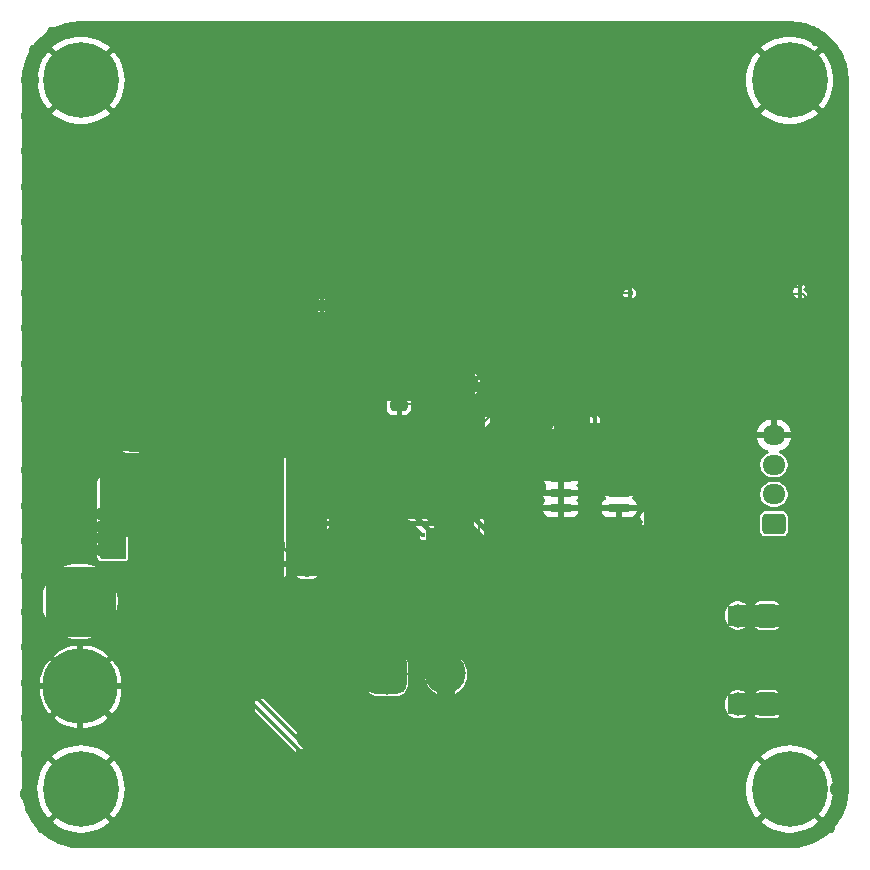
<source format=gbr>
<<<<<<< HEAD
%TF.GenerationSoftware,KiCad,Pcbnew,9.0.0*%
%TF.CreationDate,2025-03-28T09:56:41+01:00*%
%TF.ProjectId,Inverter_KiCAD,496e7665-7274-4657-925f-4b694341442e,rev?*%
%TF.SameCoordinates,Original*%
%TF.FileFunction,Copper,L4,Bot*%
%TF.FilePolarity,Positive*%
%FSLAX46Y46*%
G04 Gerber Fmt 4.6, Leading zero omitted, Abs format (unit mm)*
G04 Created by KiCad (PCBNEW 9.0.0) date 2025-03-28 09:56:41*
%MOMM*%
%LPD*%
G01*
G04 APERTURE LIST*
G04 Aperture macros list*
%AMRoundRect*
0 Rectangle with rounded corners*
0 $1 Rounding radius*
0 $2 $3 $4 $5 $6 $7 $8 $9 X,Y pos of 4 corners*
0 Add a 4 corners polygon primitive as box body*
4,1,4,$2,$3,$4,$5,$6,$7,$8,$9,$2,$3,0*
0 Add four circle primitives for the rounded corners*
1,1,$1+$1,$2,$3*
1,1,$1+$1,$4,$5*
1,1,$1+$1,$6,$7*
1,1,$1+$1,$8,$9*
0 Add four rect primitives between the rounded corners*
20,1,$1+$1,$2,$3,$4,$5,0*
20,1,$1+$1,$4,$5,$6,$7,0*
20,1,$1+$1,$6,$7,$8,$9,0*
20,1,$1+$1,$8,$9,$2,$3,0*%
G04 Aperture macros list end*
%TA.AperFunction,ComponentPad*%
%ADD10C,0.800000*%
%TD*%
%TA.AperFunction,ComponentPad*%
%ADD11C,6.400000*%
%TD*%
%TA.AperFunction,ComponentPad*%
%ADD12RoundRect,0.750000X-0.750000X-0.750000X0.750000X-0.750000X0.750000X0.750000X-0.750000X0.750000X0*%
%TD*%
%TA.AperFunction,ComponentPad*%
%ADD13C,3.000000*%
%TD*%
%TA.AperFunction,ComponentPad*%
%ADD14RoundRect,0.250000X0.600000X0.750000X-0.600000X0.750000X-0.600000X-0.750000X0.600000X-0.750000X0*%
%TD*%
%TA.AperFunction,ComponentPad*%
%ADD15O,1.700000X2.000000*%
%TD*%
%TA.AperFunction,ComponentPad*%
%ADD16RoundRect,0.250000X0.725000X-0.600000X0.725000X0.600000X-0.725000X0.600000X-0.725000X-0.600000X0*%
%TD*%
%TA.AperFunction,ComponentPad*%
%ADD17O,1.950000X1.700000*%
%TD*%
%TA.AperFunction,ComponentPad*%
%ADD18RoundRect,1.500000X1.500000X-1.500000X1.500000X1.500000X-1.500000X1.500000X-1.500000X-1.500000X0*%
%TD*%
%TA.AperFunction,ComponentPad*%
%ADD19C,6.000000*%
%TD*%
%TA.AperFunction,SMDPad,CuDef*%
%ADD20RoundRect,0.135000X-0.135000X-0.185000X0.135000X-0.185000X0.135000X0.185000X-0.135000X0.185000X0*%
%TD*%
%TA.AperFunction,SMDPad,CuDef*%
%ADD21RoundRect,0.250000X-0.250000X-0.475000X0.250000X-0.475000X0.250000X0.475000X-0.250000X0.475000X0*%
%TD*%
%TA.AperFunction,SMDPad,CuDef*%
%ADD22RoundRect,0.150000X0.825000X0.150000X-0.825000X0.150000X-0.825000X-0.150000X0.825000X-0.150000X0*%
%TD*%
%TA.AperFunction,SMDPad,CuDef*%
%ADD23RoundRect,0.140000X0.140000X0.170000X-0.140000X0.170000X-0.140000X-0.170000X0.140000X-0.170000X0*%
%TD*%
%TA.AperFunction,SMDPad,CuDef*%
%ADD24RoundRect,0.250000X1.075000X-0.312500X1.075000X0.312500X-1.075000X0.312500X-1.075000X-0.312500X0*%
%TD*%
%TA.AperFunction,SMDPad,CuDef*%
%ADD25RoundRect,0.250000X0.475000X-0.250000X0.475000X0.250000X-0.475000X0.250000X-0.475000X-0.250000X0*%
%TD*%
%TA.AperFunction,SMDPad,CuDef*%
%ADD26C,1.000000*%
%TD*%
%TA.AperFunction,SMDPad,CuDef*%
%ADD27RoundRect,0.135000X0.185000X-0.135000X0.185000X0.135000X-0.185000X0.135000X-0.185000X-0.135000X0*%
%TD*%
%TA.AperFunction,SMDPad,CuDef*%
%ADD28RoundRect,0.135000X-0.185000X0.135000X-0.185000X-0.135000X0.185000X-0.135000X0.185000X0.135000X0*%
%TD*%
%TA.AperFunction,SMDPad,CuDef*%
%ADD29RoundRect,0.250000X2.450000X-0.650000X2.450000X0.650000X-2.450000X0.650000X-2.450000X-0.650000X0*%
%TD*%
%TA.AperFunction,SMDPad,CuDef*%
%ADD30RoundRect,0.250000X-0.312500X-1.075000X0.312500X-1.075000X0.312500X1.075000X-0.312500X1.075000X0*%
%TD*%
%TA.AperFunction,SMDPad,CuDef*%
%ADD31RoundRect,0.225000X-0.225000X-0.250000X0.225000X-0.250000X0.225000X0.250000X-0.225000X0.250000X0*%
%TD*%
%TA.AperFunction,SMDPad,CuDef*%
%ADD32RoundRect,0.100000X-0.100000X0.637500X-0.100000X-0.637500X0.100000X-0.637500X0.100000X0.637500X0*%
%TD*%
%TA.AperFunction,SMDPad,CuDef*%
%ADD33RoundRect,0.225000X-0.250000X0.225000X-0.250000X-0.225000X0.250000X-0.225000X0.250000X0.225000X0*%
%TD*%
%TA.AperFunction,SMDPad,CuDef*%
%ADD34R,0.400000X0.500000*%
%TD*%
%TA.AperFunction,SMDPad,CuDef*%
%ADD35R,1.500000X1.500000*%
%TD*%
%TA.AperFunction,SMDPad,CuDef*%
%ADD36RoundRect,0.250000X-0.475000X0.250000X-0.475000X-0.250000X0.475000X-0.250000X0.475000X0.250000X0*%
%TD*%
%TA.AperFunction,ViaPad*%
%ADD37C,0.450000*%
%TD*%
%TA.AperFunction,ViaPad*%
%ADD38C,0.800000*%
%TD*%
%TA.AperFunction,Conductor*%
%ADD39C,0.200000*%
%TD*%
%TA.AperFunction,Conductor*%
%ADD40C,0.250000*%
%TD*%
%TA.AperFunction,Conductor*%
%ADD41C,0.500000*%
%TD*%
G04 APERTURE END LIST*
D10*
%TO.P,H113,1,1*%
%TO.N,GND*%
X142600000Y-85000000D03*
X143302944Y-83302944D03*
X143302944Y-86697056D03*
X145000000Y-82600000D03*
D11*
X145000000Y-85000000D03*
D10*
X145000000Y-87400000D03*
X146697056Y-83302944D03*
X146697056Y-86697056D03*
X147400000Y-85000000D03*
%TD*%
D12*
%TO.P,J1,1,Pin_1*%
%TO.N,/ARM_B*%
X170900000Y-135300000D03*
D13*
%TO.P,J1,2,Pin_2*%
%TO.N,/ARM_OUT_A*%
X175900000Y-135300000D03*
%TD*%
D14*
%TO.P,J4,1,Pin_1*%
%TO.N,+9V*%
X203097056Y-130322056D03*
D15*
%TO.P,J4,2,Pin_2*%
%TO.N,Net-(J4-Pin_2)*%
X200597056Y-130322056D03*
%TD*%
D10*
%TO.P,H109,1,1*%
%TO.N,GND*%
X202600000Y-85000000D03*
X203302944Y-83302944D03*
X203302944Y-86697056D03*
X205000000Y-82600000D03*
D11*
X205000000Y-85000000D03*
D10*
X205000000Y-87400000D03*
X206697056Y-83302944D03*
X206697056Y-86697056D03*
X207400000Y-85000000D03*
%TD*%
D16*
%TO.P,J7,1,Pin_1*%
%TO.N,unconnected-(J7-Pin_1-Pad1)*%
X203672056Y-122547056D03*
D17*
%TO.P,J7,2,Pin_2*%
%TO.N,/MCU_STM32G474/USART1_RX*%
X203672056Y-120047056D03*
%TO.P,J7,3,Pin_3*%
%TO.N,/MCU_STM32G474/USART1_TX*%
X203672056Y-117547056D03*
%TO.P,J7,4,Pin_4*%
%TO.N,GND*%
X203672056Y-115047056D03*
%TD*%
D10*
%TO.P,H111,1,1*%
%TO.N,GND*%
X202600000Y-145000000D03*
X203302944Y-143302944D03*
X203302944Y-146697056D03*
X205000000Y-142600000D03*
D11*
X205000000Y-145000000D03*
D10*
X205000000Y-147400000D03*
X206697056Y-143302944D03*
X206697056Y-146697056D03*
X207400000Y-145000000D03*
%TD*%
D18*
%TO.P,BT1,1,-*%
%TO.N,GND*%
X144900000Y-136300000D03*
D19*
%TO.P,BT1,2,+*%
%TO.N,Net-(BT1-+)*%
X144900000Y-129100000D03*
%TD*%
D14*
%TO.P,J5,1,Pin_1*%
%TO.N,+9V*%
X203097056Y-137822056D03*
D15*
%TO.P,J5,2,Pin_2*%
%TO.N,Net-(J4-Pin_2)*%
X200597056Y-137822056D03*
%TD*%
D10*
%TO.P,H114,1,1*%
%TO.N,GND*%
X142600000Y-145000000D03*
X143302944Y-143302944D03*
X143302944Y-146697056D03*
X145000000Y-142600000D03*
D11*
X145000000Y-145000000D03*
D10*
X145000000Y-147400000D03*
X146697056Y-143302944D03*
X146697056Y-146697056D03*
X147400000Y-145000000D03*
%TD*%
D20*
%TO.P,R1201,1*%
%TO.N,Net-(U1201-VDD)*%
X185587056Y-115997056D03*
%TO.P,R1201,2*%
%TO.N,+3.3V*%
X186607056Y-115997056D03*
%TD*%
D21*
%TO.P,C103,1*%
%TO.N,+9V*%
X164750000Y-116000000D03*
%TO.P,C103,2*%
%TO.N,GND*%
X166650000Y-116000000D03*
%TD*%
D22*
%TO.P,U1201,1,SDA*%
%TO.N,/I2C_SDA*%
X190572056Y-117392056D03*
%TO.P,U1201,2,SCL*%
%TO.N,/I2C_SCL*%
X190572056Y-118662056D03*
%TO.P,U1201,3,ALERT*%
%TO.N,unconnected-(U1201-ALERT-Pad3)*%
X190572056Y-119932056D03*
%TO.P,U1201,4,GND*%
%TO.N,GND*%
X190572056Y-121202056D03*
%TO.P,U1201,5,A2*%
X185622056Y-121202056D03*
%TO.P,U1201,6,A1*%
X185622056Y-119932056D03*
%TO.P,U1201,7,A0*%
X185622056Y-118662056D03*
%TO.P,U1201,8,VDD*%
%TO.N,Net-(U1201-VDD)*%
X185622056Y-117392056D03*
%TD*%
D23*
%TO.P,C1201,1*%
%TO.N,+3.3V*%
X186577056Y-114897056D03*
%TO.P,C1201,2*%
%TO.N,GND*%
X185617056Y-114897056D03*
%TD*%
D24*
%TO.P,R403,1*%
%TO.N,/ARM_IN_A*%
X184100000Y-128300000D03*
%TO.P,R403,2*%
%TO.N,Net-(U1-AHS)*%
X184100000Y-125375000D03*
%TD*%
D25*
%TO.P,C3,1*%
%TO.N,/ARM_IN_A*%
X179800000Y-112650000D03*
%TO.P,C3,2*%
%TO.N,Net-(U1-AHB)*%
X179800000Y-110750000D03*
%TD*%
D26*
%TO.P,TP9V1,1,1*%
%TO.N,+9V*%
X164000000Y-118200000D03*
%TD*%
D27*
%TO.P,R103,1*%
%TO.N,Net-(U101-FB)*%
X156300000Y-117910000D03*
%TO.P,R103,2*%
%TO.N,GND*%
X156300000Y-116890000D03*
%TD*%
D28*
%TO.P,R102,1*%
%TO.N,+9V*%
X157500000Y-115490000D03*
%TO.P,R102,2*%
%TO.N,Net-(U101-FB)*%
X157500000Y-116510000D03*
%TD*%
D29*
%TO.P,C9,1*%
%TO.N,VBUS*%
X151400000Y-120250000D03*
%TO.P,C9,2*%
%TO.N,GND*%
X151400000Y-115150000D03*
%TD*%
D26*
%TO.P,TP3V3,1,1*%
%TO.N,+3.3V*%
X194200000Y-121000000D03*
%TD*%
D30*
%TO.P,R404,1*%
%TO.N,/ARM_B*%
X171737500Y-120400000D03*
%TO.P,R404,2*%
%TO.N,Net-(U1-BHS)*%
X174662500Y-120400000D03*
%TD*%
D31*
%TO.P,C102,1*%
%TO.N,Net-(U101-VCC)*%
X157725000Y-118000000D03*
%TO.P,C102,2*%
%TO.N,GND*%
X159275000Y-118000000D03*
%TD*%
D32*
%TO.P,U1,1,BHB*%
%TO.N,Net-(U1-BHB)*%
X173572056Y-110684556D03*
%TO.P,U1,2,EN*%
%TO.N,/Pwr_EN*%
X174222056Y-110684556D03*
%TO.P,U1,3,BHI*%
%TO.N,/In_B_H*%
X174872056Y-110684556D03*
%TO.P,U1,4,BLI*%
%TO.N,unconnected-(U1-BLI-Pad4)*%
X175522056Y-110684556D03*
%TO.P,U1,5,ALI*%
%TO.N,unconnected-(U1-ALI-Pad5)*%
X176172056Y-110684556D03*
%TO.P,U1,6,AHI*%
%TO.N,/In_A_H*%
X176822056Y-110684556D03*
%TO.P,U1,7*%
%TO.N,N/C*%
X177472056Y-110684556D03*
%TO.P,U1,8,AHB*%
%TO.N,Net-(U1-AHB)*%
X178122056Y-110684556D03*
%TO.P,U1,9,AHO*%
%TO.N,/Cmd_H_A*%
X178122056Y-116409556D03*
%TO.P,U1,10,AHS*%
%TO.N,Net-(U1-AHS)*%
X177472056Y-116409556D03*
%TO.P,U1,11,ALO*%
%TO.N,/Cmd_L_A*%
X176822056Y-116409556D03*
%TO.P,U1,12,VDD*%
%TO.N,+9V*%
X176172056Y-116409556D03*
%TO.P,U1,13,VSS*%
%TO.N,GND*%
X175522056Y-116409556D03*
%TO.P,U1,14,BLO*%
%TO.N,/Cmd_L_B*%
X174872056Y-116409556D03*
%TO.P,U1,15,BHS*%
%TO.N,Net-(U1-BHS)*%
X174222056Y-116409556D03*
%TO.P,U1,16,BHO*%
%TO.N,/Cmd_H_B*%
X173572056Y-116409556D03*
%TD*%
D26*
%TO.P,TPBOOT0-1,1,1*%
%TO.N,Net-(U6-PB8)*%
X182200000Y-92100000D03*
%TD*%
D33*
%TO.P,C404,1*%
%TO.N,+9V*%
X176300000Y-118625000D03*
%TO.P,C404,2*%
%TO.N,GND*%
X176300000Y-120175000D03*
%TD*%
D27*
%TO.P,R101,1*%
%TO.N,Net-(U101-FSW)*%
X155200000Y-117910000D03*
%TO.P,R101,2*%
%TO.N,GND*%
X155200000Y-116890000D03*
%TD*%
D34*
%TO.P,U101,1,FSW*%
%TO.N,Net-(U101-FSW)*%
X155300000Y-119700000D03*
%TO.P,U101,2,FB*%
%TO.N,Net-(U101-FB)*%
X156300000Y-119700000D03*
%TO.P,U101,3,VCC*%
%TO.N,Net-(U101-VCC)*%
X157300000Y-119700000D03*
%TO.P,U101,4,VIN*%
%TO.N,VBUS*%
X158300000Y-119700000D03*
%TO.P,U101,5,VIN*%
X159300000Y-119700000D03*
D35*
%TO.P,U101,6,VOUT*%
%TO.N,+9V*%
X163900000Y-120200000D03*
%TO.P,U101,7,VOUT*%
X163900000Y-124400000D03*
D34*
%TO.P,U101,8*%
%TO.N,N/C*%
X159300000Y-124900000D03*
%TO.P,U101,9,VIN*%
%TO.N,Net-(U101-EN)*%
X158300000Y-124900000D03*
%TO.P,U101,10,AGND*%
%TO.N,GND*%
X157300000Y-124900000D03*
%TO.P,U101,11,PG*%
%TO.N,unconnected-(U101-PG-Pad11)*%
X156300000Y-124900000D03*
%TO.P,U101,12,EN*%
%TO.N,Net-(U101-EN)*%
X155300000Y-124900000D03*
D35*
%TO.P,U101,13,PGND*%
%TO.N,GND*%
X156750000Y-122300000D03*
%TD*%
D36*
%TO.P,C2,1*%
%TO.N,Net-(U1-BHB)*%
X171897056Y-110609556D03*
%TO.P,C2,2*%
%TO.N,/ARM_B*%
X171897056Y-112509556D03*
%TD*%
D37*
%TO.N,+3.3V*%
X189097056Y-85397056D03*
D38*
X192800000Y-122100000D03*
D37*
X158728768Y-135528768D03*
X191697056Y-95997056D03*
X177627056Y-85977056D03*
X177697056Y-103797056D03*
X156963215Y-145701173D03*
X189797056Y-105697056D03*
X180797056Y-92797056D03*
D38*
X165400000Y-104074000D03*
X193000000Y-108200000D03*
D37*
X177497056Y-95697056D03*
D38*
X190300000Y-107700000D03*
D37*
X166400000Y-105300000D03*
X197000000Y-121000000D03*
X165700000Y-85600000D03*
D38*
X194200000Y-122400000D03*
X192700000Y-115500000D03*
X205900000Y-102900000D03*
D37*
%TO.N,GND*%
X193000000Y-149300000D03*
X168600000Y-111900000D03*
X175000000Y-149300000D03*
X140700000Y-121000000D03*
X183600000Y-119400000D03*
X172400000Y-100000000D03*
X143097056Y-100297056D03*
X140700000Y-124000000D03*
X205000000Y-80800000D03*
X140700000Y-130000000D03*
X172000000Y-149300000D03*
X193097056Y-106297056D03*
X164900000Y-89900000D03*
D38*
X167900000Y-117200000D03*
D37*
X165400000Y-81000000D03*
X145900000Y-80800000D03*
X209200000Y-131500000D03*
X183200000Y-140500000D03*
X205000000Y-149500000D03*
X178097056Y-109297056D03*
X185897056Y-134497056D03*
X145100000Y-114300000D03*
D38*
X195200000Y-128200000D03*
D37*
X180397056Y-102997056D03*
X209200000Y-107500000D03*
X151000000Y-149300000D03*
X181197056Y-95597056D03*
X164800000Y-100300000D03*
X163000000Y-149300000D03*
X150700000Y-140800000D03*
X148000000Y-149300000D03*
X189400000Y-81000000D03*
X168197056Y-128297056D03*
X153097056Y-90297056D03*
X140700000Y-139000000D03*
X141400000Y-82500000D03*
D38*
X189900000Y-130200000D03*
D37*
X169197056Y-127297056D03*
X159400000Y-81000000D03*
X185797056Y-103897056D03*
X140700000Y-112000000D03*
D38*
X149100000Y-110800000D03*
D37*
X146300000Y-114300000D03*
X175100000Y-127400000D03*
X170197056Y-127297056D03*
X178000000Y-149300000D03*
D38*
X193500000Y-103600000D03*
D37*
X140700000Y-97000000D03*
X180700000Y-127300000D03*
X142000000Y-148200000D03*
X154200000Y-133200000D03*
X170197056Y-128297056D03*
X143100000Y-109500000D03*
X145700000Y-114300000D03*
X140700000Y-100000000D03*
X185900000Y-129200000D03*
X140700000Y-136000000D03*
X187000000Y-149300000D03*
X209200000Y-101500000D03*
X179697056Y-82097056D03*
X167097056Y-118297056D03*
X140700000Y-88000000D03*
X160000000Y-149300000D03*
X196000000Y-149300000D03*
X153400000Y-100600000D03*
X173097056Y-105297056D03*
X169197056Y-128297056D03*
X202400000Y-81100000D03*
D38*
X183500000Y-115100000D03*
D37*
X178700000Y-127300000D03*
X140700000Y-91000000D03*
X209200000Y-119500000D03*
X162400000Y-81000000D03*
X148600000Y-80900000D03*
X140700000Y-85000000D03*
X183097056Y-90297056D03*
X140700000Y-118000000D03*
D38*
X158800000Y-116300000D03*
D37*
X203097056Y-95297056D03*
X140700000Y-133000000D03*
X140700000Y-109000000D03*
X169000000Y-149300000D03*
X168400000Y-81000000D03*
X198097056Y-95297056D03*
X209200000Y-95500000D03*
X209200000Y-89500000D03*
D38*
X205100000Y-100400000D03*
D37*
X198300000Y-81100000D03*
X140700000Y-103000000D03*
D38*
X156100000Y-114100000D03*
D37*
X177400000Y-81000000D03*
X191847056Y-100547056D03*
D38*
X184600000Y-89500000D03*
D37*
X145000000Y-149300000D03*
X178900000Y-107800000D03*
X140700000Y-142000000D03*
D38*
X205000000Y-97700000D03*
D37*
X189397056Y-106797056D03*
X186000000Y-107900000D03*
X209200000Y-145000000D03*
X209200000Y-104500000D03*
X180400000Y-81000000D03*
D38*
X189500000Y-127200000D03*
D37*
X140600000Y-145400000D03*
X187097056Y-110297056D03*
X172797056Y-85897056D03*
X142900000Y-81000000D03*
X209200000Y-125500000D03*
X178700000Y-126300000D03*
X168197056Y-127297056D03*
X140700000Y-127000000D03*
X153400000Y-81000000D03*
X199000000Y-149300000D03*
X193000000Y-141000000D03*
X187797056Y-96497056D03*
X184900000Y-102100000D03*
X191600000Y-110800000D03*
X140700000Y-106000000D03*
X143097056Y-90297056D03*
X209200000Y-98500000D03*
X182097056Y-109297056D03*
X166000000Y-149300000D03*
X209200000Y-110500000D03*
X181000000Y-149300000D03*
X183400000Y-81000000D03*
X209200000Y-113500000D03*
X207600000Y-81600000D03*
D38*
X149750000Y-111450000D03*
D37*
X209200000Y-86500000D03*
X209200000Y-128500000D03*
X179700000Y-126300000D03*
X154000000Y-149300000D03*
X209200000Y-122500000D03*
X195400000Y-81000000D03*
X209200000Y-143500000D03*
X209200000Y-92500000D03*
X203097056Y-106297056D03*
X183097056Y-100297056D03*
X171400000Y-81000000D03*
X192400000Y-81000000D03*
D38*
X199500000Y-125500000D03*
X158400000Y-122800000D03*
D37*
X140700000Y-94000000D03*
X180700000Y-126300000D03*
X176297056Y-89697056D03*
X202000000Y-149300000D03*
D38*
X189300000Y-125400000D03*
D37*
X198097056Y-106297056D03*
X186400000Y-81000000D03*
X174400000Y-81000000D03*
X197097056Y-103047056D03*
X157000000Y-149300000D03*
X175400000Y-115100000D03*
X209200000Y-134500000D03*
X209200000Y-116500000D03*
X190000000Y-149300000D03*
X209200000Y-140500000D03*
X184000000Y-149300000D03*
X156400000Y-81000000D03*
X208100000Y-148200000D03*
D38*
X176500000Y-121100000D03*
D37*
X179700000Y-127300000D03*
X171700000Y-140600000D03*
X151200000Y-81000000D03*
X209200000Y-137500000D03*
D38*
%TO.N,/Imes_mot*%
X184700000Y-112100000D03*
X184400000Y-103800000D03*
D37*
%TO.N,VBUS*%
X170097056Y-123500000D03*
X148000000Y-123750000D03*
X147000000Y-122800000D03*
X181400000Y-123200000D03*
X147000000Y-123750000D03*
X148000000Y-121750000D03*
X148000000Y-122800000D03*
X172000000Y-123500000D03*
X180400000Y-123200000D03*
X147000000Y-124800000D03*
X147000000Y-121750000D03*
X181400000Y-121200000D03*
X185674263Y-112822793D03*
X167900000Y-121900000D03*
X171097056Y-123500000D03*
X180400000Y-121200000D03*
X181400000Y-122200000D03*
X180400000Y-122200000D03*
X169200000Y-123500000D03*
X148000000Y-124800000D03*
X167900000Y-122600000D03*
D38*
%TO.N,/VBus_Sense*%
X191500000Y-103100000D03*
X188487056Y-114000000D03*
%TO.N,+9V*%
X165300000Y-126300000D03*
X164100000Y-126300000D03*
X163000000Y-126300000D03*
X196100000Y-127600000D03*
D37*
X176300000Y-117800000D03*
D38*
X194200000Y-127600000D03*
X164800000Y-122000000D03*
%TO.N,/In_A_H*%
X180162712Y-100214922D03*
X176822056Y-108600000D03*
D37*
%TO.N,/In_B_H*%
X174872056Y-109400000D03*
D38*
%TO.N,/MCU_STM32G474/NRST*%
X177000000Y-99500000D03*
X197200000Y-97900000D03*
%TO.N,/ARM_B*%
X174400000Y-123800000D03*
%TO.N,/MCU_STM32G474/SWO*%
X197500000Y-99900000D03*
X185200000Y-95500000D03*
%TO.N,Net-(U6-PB8)*%
X182222056Y-92100000D03*
D37*
%TO.N,/{slash}A*%
X158600000Y-136800000D03*
X163900000Y-142100000D03*
%TO.N,/{slash}B*%
X160278768Y-136878768D03*
X164000000Y-140600000D03*
D38*
%TO.N,/MCU_STM32G474/VCP_TX*%
X200200000Y-95300000D03*
X195500000Y-105500000D03*
%TO.N,/Pwr_EN*%
X177200000Y-100999000D03*
%TO.N,/MCU_STM32G474/VCP_RX*%
X196400000Y-104300000D03*
X205100000Y-95900000D03*
D37*
%TO.N,/I2C_SCL*%
X193300000Y-100000000D03*
%TO.N,/I2C_SDA*%
X191997056Y-99497056D03*
D38*
%TO.N,/ARM_IN_A*%
X183300000Y-129600000D03*
D37*
%TO.N,/Cmd_L_A*%
X177200000Y-120200000D03*
%TO.N,/Cmd_H_A*%
X178422056Y-119300129D03*
%TO.N,/Cmd_H_B*%
X173000000Y-119600000D03*
%TO.N,/Cmd_L_B*%
X174965046Y-118350000D03*
%TD*%
D39*
%TO.N,+3.3V*%
X158728768Y-135528768D02*
X158546232Y-135528768D01*
X186607056Y-115500000D02*
X186607056Y-114927056D01*
X157600000Y-136475000D02*
X157600000Y-138000000D01*
X158200000Y-138600000D02*
X158200000Y-144500000D01*
X192700000Y-115500000D02*
X186607056Y-115500000D01*
X186607056Y-114927056D02*
X186577056Y-114897056D01*
X158200000Y-144500000D02*
X157000000Y-145700000D01*
X157600000Y-138000000D02*
X158200000Y-138600000D01*
X158546232Y-135528768D02*
X157600000Y-136475000D01*
X186607056Y-115997056D02*
X186607056Y-115500000D01*
X194200000Y-121000000D02*
X194200000Y-122400000D01*
%TO.N,GND*%
X166650000Y-117850000D02*
X167097056Y-118297056D01*
X159275000Y-116775000D02*
X158800000Y-116300000D01*
X156750000Y-122300000D02*
X157900000Y-122300000D01*
X155200000Y-116890000D02*
X155200000Y-115000000D01*
X166650000Y-116000000D02*
X166650000Y-117850000D01*
X149100000Y-110800000D02*
X149750000Y-111450000D01*
X176400000Y-121000000D02*
X176500000Y-121100000D01*
X159275000Y-118000000D02*
X159275000Y-116775000D01*
X157300000Y-124900000D02*
X157300000Y-122850000D01*
X149750000Y-111450000D02*
X151400000Y-113100000D01*
X175522056Y-116409556D02*
X175522056Y-115222056D01*
X175522056Y-115222056D02*
X175400000Y-115100000D01*
X155200000Y-115000000D02*
X156100000Y-114100000D01*
X157900000Y-122300000D02*
X158400000Y-122800000D01*
X157300000Y-122850000D02*
X156750000Y-122300000D01*
X151400000Y-113100000D02*
X151400000Y-115150000D01*
X176400000Y-119775000D02*
X176400000Y-121000000D01*
%TO.N,/Imes_mot*%
X183900000Y-111300000D02*
X183900000Y-104300000D01*
X184700000Y-112100000D02*
X183900000Y-111300000D01*
X183900000Y-104300000D02*
X184400000Y-103800000D01*
D40*
%TO.N,/VBus_Sense*%
X188487056Y-114000000D02*
X188687056Y-113800000D01*
X192800000Y-113800000D02*
X193973000Y-112627000D01*
X188687056Y-113800000D02*
X192800000Y-113800000D01*
X193973000Y-105573000D02*
X191500000Y-103100000D01*
X193973000Y-112627000D02*
X193973000Y-105573000D01*
D39*
%TO.N,+9V*%
X164240000Y-115490000D02*
X164750000Y-116000000D01*
X157310000Y-115500000D02*
X157320000Y-115490000D01*
X176175000Y-117375000D02*
X176175000Y-116412500D01*
X176300000Y-118625000D02*
X176300000Y-117800000D01*
X176175000Y-116412500D02*
X176172056Y-116409556D01*
X157320000Y-115490000D02*
X164240000Y-115490000D01*
X176300000Y-117500000D02*
X176175000Y-117375000D01*
X176300000Y-117800000D02*
X176300000Y-117500000D01*
%TO.N,/In_A_H*%
X176822056Y-108600000D02*
X176822056Y-110684556D01*
X176822056Y-103555578D02*
X176822056Y-108600000D01*
X180162712Y-100214922D02*
X176822056Y-103555578D01*
%TO.N,/In_B_H*%
X174872056Y-110684556D02*
X174872056Y-109400000D01*
%TO.N,/MCU_STM32G474/NRST*%
X197200000Y-97900000D02*
X178600000Y-97900000D01*
X178600000Y-97900000D02*
X177000000Y-99500000D01*
%TO.N,Net-(U101-VCC)*%
X157300000Y-118425000D02*
X157725000Y-118000000D01*
X157300000Y-119700000D02*
X157300000Y-118425000D01*
D41*
%TO.N,/ARM_B*%
X174400000Y-123800000D02*
X174400000Y-123000000D01*
X173100000Y-121762500D02*
X171897056Y-120559556D01*
X173162500Y-121762500D02*
X173100000Y-121762500D01*
X171897056Y-120559556D02*
X171897056Y-112509556D01*
X174400000Y-123000000D02*
X173162500Y-121762500D01*
D39*
%TO.N,/MCU_STM32G474/SWO*%
X197500000Y-99100000D02*
X197500000Y-99900000D01*
X187199000Y-97499000D02*
X195601000Y-97499000D01*
X198300000Y-97300000D02*
X198300000Y-98300000D01*
X185200000Y-95500000D02*
X187199000Y-97499000D01*
X197700000Y-96700000D02*
X198300000Y-97300000D01*
X198300000Y-98300000D02*
X197500000Y-99100000D01*
X196400000Y-96700000D02*
X197700000Y-96700000D01*
X195601000Y-97499000D02*
X196400000Y-96700000D01*
D40*
%TO.N,Net-(U6-PB8)*%
X182200000Y-92100000D02*
X182222056Y-92100000D01*
D39*
%TO.N,Net-(U1201-VDD)*%
X185587056Y-117357056D02*
X185587056Y-115997056D01*
X185622056Y-117392056D02*
X185587056Y-117357056D01*
D40*
%TO.N,/{slash}A*%
X158600000Y-136800000D02*
X163900000Y-142100000D01*
%TO.N,/{slash}B*%
X160278768Y-136878768D02*
X160278768Y-137678768D01*
X160278768Y-137678768D02*
X163200000Y-140600000D01*
X163200000Y-140600000D02*
X164000000Y-140600000D01*
D39*
%TO.N,/MCU_STM32G474/VCP_TX*%
X200200000Y-98191364D02*
X200200000Y-95300000D01*
X195500000Y-105500000D02*
X195500000Y-102891364D01*
X195500000Y-102891364D02*
X200200000Y-98191364D01*
%TO.N,/Pwr_EN*%
X174222056Y-109322056D02*
X174222056Y-110684556D01*
X174200000Y-103999000D02*
X174200000Y-109300000D01*
X177200000Y-100999000D02*
X174200000Y-103999000D01*
X174200000Y-109300000D02*
X174222056Y-109322056D01*
%TO.N,/MCU_STM32G474/VCP_RX*%
X196700000Y-104300000D02*
X205100000Y-95900000D01*
X196400000Y-104300000D02*
X196700000Y-104300000D01*
%TO.N,/I2C_SCL*%
X194800000Y-115394112D02*
X192497056Y-117697056D01*
X192497056Y-117697056D02*
X192497056Y-117712055D01*
X192497056Y-117712055D02*
X191547055Y-118662056D01*
X194800000Y-101500000D02*
X194800000Y-115394112D01*
X191547055Y-118662056D02*
X190572056Y-118662056D01*
X193300000Y-100000000D02*
X194800000Y-101500000D01*
%TO.N,Net-(U101-FSW)*%
X155200000Y-119600000D02*
X155300000Y-119700000D01*
X155200000Y-117910000D02*
X155200000Y-119600000D01*
%TO.N,Net-(U101-FB)*%
X156300000Y-117910000D02*
X156300000Y-119700000D01*
X157500000Y-116710000D02*
X156300000Y-117910000D01*
X157500000Y-116510000D02*
X157500000Y-116710000D01*
%TO.N,/I2C_SDA*%
X190572056Y-117392056D02*
X192202056Y-117392056D01*
X194399000Y-115195112D02*
X194399000Y-101899000D01*
X193633900Y-115960212D02*
X193697056Y-115897056D01*
X193399000Y-116195112D02*
X193633900Y-115960212D01*
X193697056Y-115897056D02*
X194194112Y-115400000D01*
X194194112Y-115400000D02*
X194399000Y-115195112D01*
X192202056Y-117392056D02*
X193399000Y-116195112D01*
X194399000Y-101899000D02*
X191997056Y-99497056D01*
%TO.N,Net-(U1-BHB)*%
X173572056Y-110684556D02*
X171972056Y-110684556D01*
X171972056Y-110684556D02*
X171897056Y-110609556D01*
D41*
%TO.N,/ARM_IN_A*%
X182400000Y-122700000D02*
X182400000Y-120900000D01*
X183300000Y-129600000D02*
X183300000Y-129100000D01*
X186400000Y-126300000D02*
X186400000Y-124600000D01*
X186400000Y-124600000D02*
X185300000Y-123500000D01*
X179800000Y-118300000D02*
X179800000Y-112650000D01*
X182400000Y-120900000D02*
X179800000Y-118300000D01*
X185300000Y-123500000D02*
X183200000Y-123500000D01*
X183200000Y-123500000D02*
X182400000Y-122700000D01*
X184100000Y-128300000D02*
X184400000Y-128300000D01*
X183300000Y-129100000D02*
X184100000Y-128300000D01*
X184400000Y-128300000D02*
X186400000Y-126300000D01*
%TO.N,Net-(U1-AHB)*%
X179734556Y-110684556D02*
X179800000Y-110750000D01*
X178122056Y-110684556D02*
X179734556Y-110684556D01*
D39*
%TO.N,/Cmd_L_A*%
X177495056Y-117795056D02*
X176822056Y-117122056D01*
X177200000Y-120200000D02*
X177495056Y-119904944D01*
X177495056Y-119904944D02*
X177495056Y-117795056D01*
X176822056Y-117122056D02*
X176822056Y-116409556D01*
%TO.N,/Cmd_H_A*%
X178400000Y-119278073D02*
X178400000Y-117400000D01*
X178422056Y-119300129D02*
X178400000Y-119278073D01*
X178122056Y-117122056D02*
X178122056Y-116409556D01*
X178400000Y-117400000D02*
X178122056Y-117122056D01*
%TO.N,/Cmd_H_B*%
X173200000Y-119500000D02*
X173572056Y-119127944D01*
X173000000Y-119600000D02*
X173100000Y-119500000D01*
X173572056Y-119127944D02*
X173572056Y-116409556D01*
X173100000Y-119500000D02*
X173200000Y-119500000D01*
%TO.N,/Cmd_L_B*%
X175000000Y-117601890D02*
X174872056Y-117473946D01*
X174965046Y-118350000D02*
X175000000Y-118315046D01*
X175000000Y-118315046D02*
X175000000Y-117601890D01*
X174872056Y-117473946D02*
X174872056Y-116409556D01*
%TO.N,Net-(U1-AHS)*%
X177896056Y-120296056D02*
X178200000Y-120600000D01*
D41*
X181618991Y-125375000D02*
X178200000Y-121956009D01*
D39*
X177896056Y-117496056D02*
X177896056Y-120296056D01*
X177472056Y-116409556D02*
X177472056Y-117072056D01*
D41*
X178200000Y-121956009D02*
X178200000Y-120600000D01*
X184100000Y-125375000D02*
X181618991Y-125375000D01*
D39*
X177472056Y-117072056D02*
X177896056Y-117496056D01*
%TO.N,Net-(U1-BHS)*%
X174440046Y-117640046D02*
X174440046Y-120177546D01*
X174200000Y-116431612D02*
X174200000Y-117400000D01*
X174222056Y-116409556D02*
X174200000Y-116431612D01*
X174440046Y-120177546D02*
X174662500Y-120400000D01*
X174200000Y-117400000D02*
X174440046Y-117640046D01*
%TO.N,Net-(U101-EN)*%
X158300000Y-124900000D02*
X157700000Y-125500000D01*
X157700000Y-125500000D02*
X155900000Y-125500000D01*
X155900000Y-125500000D02*
X155300000Y-124900000D01*
%TD*%
%TA.AperFunction,Conductor*%
%TO.N,GND*%
G36*
X205002544Y-80000604D02*
G01*
X205370311Y-80015778D01*
X205375938Y-80016141D01*
X205460071Y-80023493D01*
X205464478Y-80023960D01*
X205787068Y-80064138D01*
X205793246Y-80065066D01*
X205871876Y-80078923D01*
X205875770Y-80079674D01*
X206199126Y-80147441D01*
X206205732Y-80149016D01*
X206274718Y-80167493D01*
X206277943Y-80168405D01*
X206603336Y-80265243D01*
X206610349Y-80267560D01*
X206664256Y-80287175D01*
X206666874Y-80288161D01*
X206996673Y-80416812D01*
X207003994Y-80419943D01*
X207015734Y-80425416D01*
X207034986Y-80434391D01*
X207036942Y-80435325D01*
X207326298Y-80576746D01*
X207375189Y-80600641D01*
X207384203Y-80605518D01*
X207730421Y-80811772D01*
X207738982Y-80817364D01*
X208067007Y-81051519D01*
X208075076Y-81057798D01*
X208361100Y-81300000D01*
X208382628Y-81318229D01*
X208390164Y-81325165D01*
X208675158Y-81610102D01*
X208682085Y-81617625D01*
X208807285Y-81765418D01*
X208942579Y-81925128D01*
X208948874Y-81933214D01*
X209183079Y-82261168D01*
X209188685Y-82269748D01*
X209395006Y-82615920D01*
X209399885Y-82624933D01*
X209565221Y-82963049D01*
X209566202Y-82965103D01*
X209580658Y-82996095D01*
X209583795Y-83003426D01*
X209712491Y-83333150D01*
X209713495Y-83335812D01*
X209733117Y-83389703D01*
X209735441Y-83396733D01*
X209832316Y-83722012D01*
X209833247Y-83725302D01*
X209851737Y-83794283D01*
X209853323Y-83800928D01*
X209921146Y-84124228D01*
X209921902Y-84128143D01*
X209935773Y-84206765D01*
X209936705Y-84212959D01*
X209976938Y-84535466D01*
X209977419Y-84539996D01*
X209984779Y-84624025D01*
X209985146Y-84629708D01*
X209999894Y-84985406D01*
X210000000Y-84990543D01*
X210000000Y-114924002D01*
X209999500Y-144997438D01*
X209999394Y-145002561D01*
X209984185Y-145370249D01*
X209983819Y-145375930D01*
X209983819Y-145375931D01*
X209976470Y-145459929D01*
X209975990Y-145464460D01*
X209935786Y-145786997D01*
X209934854Y-145793191D01*
X209921005Y-145871733D01*
X209920250Y-145875648D01*
X209852453Y-146198988D01*
X209850867Y-146205634D01*
X209832405Y-146274536D01*
X209831475Y-146277825D01*
X209734622Y-146603147D01*
X209732299Y-146610176D01*
X209712696Y-146664034D01*
X209711691Y-146666698D01*
X209583036Y-146996414D01*
X209579903Y-147003741D01*
X209579902Y-147003743D01*
X209565471Y-147034691D01*
X209564489Y-147036747D01*
X209399182Y-147374889D01*
X209394304Y-147383903D01*
X209188037Y-147730064D01*
X209182431Y-147738644D01*
X208948284Y-148066587D01*
X208941989Y-148074674D01*
X208681566Y-148382155D01*
X208674625Y-148389695D01*
X208389695Y-148674625D01*
X208382155Y-148681566D01*
X208074674Y-148941989D01*
X208066587Y-148948284D01*
X207738644Y-149182431D01*
X207730064Y-149188037D01*
X207383903Y-149394304D01*
X207374889Y-149399182D01*
X207036747Y-149564489D01*
X207034691Y-149565471D01*
X207003743Y-149579902D01*
X206996414Y-149583036D01*
X206666698Y-149711691D01*
X206664034Y-149712696D01*
X206610176Y-149732299D01*
X206603147Y-149734622D01*
X206277825Y-149831475D01*
X206274536Y-149832405D01*
X206205634Y-149850867D01*
X206198988Y-149852453D01*
X205875648Y-149920250D01*
X205871733Y-149921005D01*
X205793191Y-149934854D01*
X205786997Y-149935786D01*
X205464460Y-149975990D01*
X205459929Y-149976470D01*
X205375931Y-149983819D01*
X205370249Y-149984185D01*
X205002563Y-149999394D01*
X204997438Y-149999500D01*
X145002562Y-149999500D01*
X144997437Y-149999394D01*
X144629749Y-149984185D01*
X144624067Y-149983819D01*
X144540069Y-149976470D01*
X144535538Y-149975990D01*
X144213001Y-149935786D01*
X144206807Y-149934854D01*
X144128265Y-149921005D01*
X144124350Y-149920250D01*
X143801010Y-149852453D01*
X143794364Y-149850867D01*
X143725462Y-149832405D01*
X143722173Y-149831475D01*
X143396851Y-149734622D01*
X143389822Y-149732299D01*
X143335964Y-149712696D01*
X143333300Y-149711691D01*
X143003584Y-149583036D01*
X142996255Y-149579902D01*
X142965262Y-149565450D01*
X142963206Y-149564467D01*
X142625119Y-149399186D01*
X142616105Y-149394309D01*
X142269935Y-149188037D01*
X142261355Y-149182431D01*
X141933412Y-148948284D01*
X141925325Y-148941989D01*
X141617844Y-148681566D01*
X141610304Y-148674625D01*
X141325374Y-148389695D01*
X141318433Y-148382155D01*
X141058010Y-148074674D01*
X141051715Y-148066587D01*
X140853036Y-147788319D01*
X140817568Y-147738643D01*
X140811962Y-147730064D01*
X140605683Y-147383883D01*
X140600817Y-147374889D01*
X140435458Y-147036641D01*
X140434595Y-147034837D01*
X140420089Y-147003729D01*
X140416962Y-146996414D01*
X140381089Y-146904480D01*
X140288299Y-146666679D01*
X140287302Y-146664034D01*
X140267692Y-146610157D01*
X140265383Y-146603169D01*
X140168512Y-146277787D01*
X140167604Y-146274576D01*
X140149128Y-146205622D01*
X140147549Y-146199008D01*
X140079737Y-145875594D01*
X140078999Y-145871766D01*
X140065140Y-145793169D01*
X140064216Y-145787028D01*
X140024004Y-145464429D01*
X140023530Y-145459956D01*
X140016177Y-145375906D01*
X140015814Y-145370277D01*
X140000606Y-145002561D01*
X140000500Y-144997438D01*
X140000500Y-144818234D01*
X141300000Y-144818234D01*
X141300000Y-145181765D01*
X141335632Y-145543556D01*
X141406550Y-145900090D01*
X141406553Y-145900101D01*
X141512086Y-146247997D01*
X141651207Y-146583864D01*
X141651209Y-146583869D01*
X141822570Y-146904462D01*
X141822581Y-146904480D01*
X142024551Y-147206750D01*
X142211678Y-147434765D01*
X142211679Y-147434766D01*
X143705747Y-145940697D01*
X143779588Y-146042330D01*
X143957670Y-146220412D01*
X144059301Y-146294251D01*
X142565232Y-147788319D01*
X142565233Y-147788320D01*
X142793249Y-147975448D01*
X143095519Y-148177418D01*
X143095537Y-148177429D01*
X143416130Y-148348790D01*
X143416135Y-148348792D01*
X143752002Y-148487913D01*
X144099898Y-148593446D01*
X144099909Y-148593449D01*
X144456443Y-148664367D01*
X144818234Y-148700000D01*
X145181766Y-148700000D01*
X145543556Y-148664367D01*
X145900090Y-148593449D01*
X145900101Y-148593446D01*
X146247997Y-148487913D01*
X146583864Y-148348792D01*
X146583869Y-148348790D01*
X146904462Y-148177429D01*
X146904480Y-148177418D01*
X147206736Y-147975457D01*
X147206750Y-147975447D01*
X147434765Y-147788320D01*
X147434766Y-147788319D01*
X145940698Y-146294251D01*
X146042330Y-146220412D01*
X146220412Y-146042330D01*
X146294251Y-145940698D01*
X147788319Y-147434766D01*
X147788320Y-147434765D01*
X147975447Y-147206750D01*
X147975457Y-147206736D01*
X148177418Y-146904480D01*
X148177429Y-146904462D01*
X148348790Y-146583869D01*
X148348792Y-146583864D01*
X148487913Y-146247997D01*
X148593446Y-145900101D01*
X148593449Y-145900090D01*
X148644158Y-145645155D01*
X156537715Y-145645155D01*
X156537715Y-145757191D01*
X156566712Y-145865408D01*
X156566712Y-145865409D01*
X156566713Y-145865412D01*
X156570382Y-145871766D01*
X156622730Y-145962436D01*
X156701952Y-146041658D01*
X156798978Y-146097676D01*
X156907197Y-146126673D01*
X156907199Y-146126673D01*
X157019231Y-146126673D01*
X157019233Y-146126673D01*
X157127452Y-146097676D01*
X157224478Y-146041658D01*
X157303700Y-145962436D01*
X157359718Y-145865410D01*
X157387778Y-145760684D01*
X157419869Y-145705101D01*
X158306737Y-144818234D01*
X201300000Y-144818234D01*
X201300000Y-145181765D01*
X201335632Y-145543556D01*
X201406550Y-145900090D01*
X201406553Y-145900101D01*
X201512086Y-146247997D01*
X201651207Y-146583864D01*
X201651209Y-146583869D01*
X201822570Y-146904462D01*
X201822581Y-146904480D01*
X202024551Y-147206750D01*
X202211678Y-147434765D01*
X202211679Y-147434766D01*
X203705747Y-145940697D01*
X203779588Y-146042330D01*
X203957670Y-146220412D01*
X204059301Y-146294251D01*
X202565232Y-147788319D01*
X202565233Y-147788320D01*
X202793249Y-147975448D01*
X203095519Y-148177418D01*
X203095537Y-148177429D01*
X203416130Y-148348790D01*
X203416135Y-148348792D01*
X203752002Y-148487913D01*
X204099898Y-148593446D01*
X204099909Y-148593449D01*
X204456443Y-148664367D01*
X204818234Y-148700000D01*
X205181766Y-148700000D01*
X205543556Y-148664367D01*
X205900090Y-148593449D01*
X205900101Y-148593446D01*
X206247997Y-148487913D01*
X206583864Y-148348792D01*
X206583869Y-148348790D01*
X206904462Y-148177429D01*
X206904480Y-148177418D01*
X207206736Y-147975457D01*
X207206750Y-147975447D01*
X207434765Y-147788320D01*
X207434766Y-147788319D01*
X205940698Y-146294251D01*
X206042330Y-146220412D01*
X206220412Y-146042330D01*
X206294251Y-145940698D01*
X207788319Y-147434766D01*
X207788320Y-147434765D01*
X207975447Y-147206750D01*
X207975457Y-147206736D01*
X208177418Y-146904480D01*
X208177429Y-146904462D01*
X208348790Y-146583869D01*
X208348792Y-146583864D01*
X208487913Y-146247997D01*
X208593446Y-145900101D01*
X208593449Y-145900090D01*
X208664367Y-145543556D01*
X208700000Y-145181765D01*
X208700000Y-144818234D01*
X208664367Y-144456443D01*
X208593449Y-144099909D01*
X208593446Y-144099898D01*
X208487913Y-143752002D01*
X208348792Y-143416135D01*
X208348790Y-143416130D01*
X208177429Y-143095537D01*
X208177418Y-143095519D01*
X207975448Y-142793249D01*
X207788320Y-142565233D01*
X207788319Y-142565232D01*
X206294251Y-144059300D01*
X206220412Y-143957670D01*
X206042330Y-143779588D01*
X205940698Y-143705748D01*
X207434766Y-142211679D01*
X207434765Y-142211678D01*
X207206750Y-142024551D01*
X206904480Y-141822581D01*
X206904462Y-141822570D01*
X206583869Y-141651209D01*
X206583864Y-141651207D01*
X206247997Y-141512086D01*
X205900101Y-141406553D01*
X205900090Y-141406550D01*
X205543556Y-141335632D01*
X205181766Y-141300000D01*
X204818234Y-141300000D01*
X204456443Y-141335632D01*
X204099909Y-141406550D01*
X204099898Y-141406553D01*
X203752002Y-141512086D01*
X203416135Y-141651207D01*
X203416130Y-141651209D01*
X203095537Y-141822570D01*
X203095519Y-141822581D01*
X202793258Y-142024545D01*
X202793254Y-142024548D01*
X202565233Y-142211679D01*
X202565233Y-142211680D01*
X204059301Y-143705748D01*
X203957670Y-143779588D01*
X203779588Y-143957670D01*
X203705748Y-144059301D01*
X202211680Y-142565233D01*
X202211679Y-142565233D01*
X202024548Y-142793254D01*
X202024545Y-142793258D01*
X201822581Y-143095519D01*
X201822570Y-143095537D01*
X201651209Y-143416130D01*
X201651207Y-143416135D01*
X201512086Y-143752002D01*
X201406553Y-144099898D01*
X201406550Y-144099909D01*
X201335632Y-144456443D01*
X201300000Y-144818234D01*
X158306737Y-144818234D01*
X158440460Y-144684511D01*
X158480021Y-144615989D01*
X158500500Y-144539562D01*
X158500500Y-138560438D01*
X158480021Y-138484011D01*
X158451820Y-138435165D01*
X158440464Y-138415495D01*
X158440458Y-138415487D01*
X157936819Y-137911848D01*
X157903334Y-137850525D01*
X157900500Y-137824167D01*
X157900500Y-136650832D01*
X157920185Y-136583793D01*
X157936815Y-136563155D01*
X158002609Y-136497360D01*
X158063931Y-136463877D01*
X158133623Y-136468861D01*
X158189556Y-136510733D01*
X158213973Y-136576197D01*
X158205594Y-136627910D01*
X158205601Y-136627912D01*
X158205583Y-136627978D01*
X158204852Y-136632491D01*
X158203498Y-136635759D01*
X158203497Y-136635763D01*
X158174500Y-136743982D01*
X158174500Y-136856018D01*
X158203497Y-136964237D01*
X158259515Y-137061263D01*
X158338737Y-137140485D01*
X158435763Y-137196503D01*
X158540837Y-137224657D01*
X158596423Y-137256750D01*
X163443249Y-142103576D01*
X163475342Y-142159162D01*
X163490339Y-142215133D01*
X163503497Y-142264238D01*
X163503498Y-142264239D01*
X163559515Y-142361263D01*
X163638737Y-142440485D01*
X163735763Y-142496503D01*
X163843982Y-142525500D01*
X163843984Y-142525500D01*
X163956016Y-142525500D01*
X163956018Y-142525500D01*
X164064237Y-142496503D01*
X164161263Y-142440485D01*
X164240485Y-142361263D01*
X164296503Y-142264237D01*
X164325500Y-142156018D01*
X164325500Y-142043982D01*
X164296503Y-141935763D01*
X164240485Y-141838737D01*
X164161263Y-141759515D01*
X164064239Y-141703498D01*
X164064238Y-141703497D01*
X164015133Y-141690339D01*
X163959162Y-141675342D01*
X163903576Y-141643249D01*
X163397508Y-141137181D01*
X163386895Y-141117744D01*
X163372395Y-141101011D01*
X163370478Y-141087679D01*
X163364023Y-141075858D01*
X163365602Y-141053771D01*
X163362451Y-141031853D01*
X163368046Y-141019601D01*
X163369007Y-141006166D01*
X163382277Y-140988439D01*
X163391476Y-140968297D01*
X163402807Y-140961014D01*
X163410879Y-140950233D01*
X163431624Y-140942495D01*
X163450254Y-140930523D01*
X163472172Y-140927371D01*
X163476343Y-140925816D01*
X163485189Y-140925500D01*
X163679557Y-140925500D01*
X163741556Y-140942112D01*
X163835763Y-140996503D01*
X163943982Y-141025500D01*
X163943984Y-141025500D01*
X164056016Y-141025500D01*
X164056018Y-141025500D01*
X164164237Y-140996503D01*
X164261263Y-140940485D01*
X164340485Y-140861263D01*
X164396503Y-140764237D01*
X164425500Y-140656018D01*
X164425500Y-140543982D01*
X164396503Y-140435763D01*
X164340485Y-140338737D01*
X164261263Y-140259515D01*
X164164237Y-140203497D01*
X164056018Y-140174500D01*
X163943982Y-140174500D01*
X163835763Y-140203497D01*
X163835760Y-140203498D01*
X163741557Y-140257887D01*
X163679557Y-140274500D01*
X163386189Y-140274500D01*
X163319150Y-140254815D01*
X163298508Y-140238181D01*
X160640587Y-137580260D01*
X160634212Y-137568586D01*
X199546556Y-137568586D01*
X199546556Y-138075525D01*
X199586924Y-138278468D01*
X199586926Y-138278476D01*
X199666115Y-138469654D01*
X199675707Y-138484009D01*
X199781080Y-138641713D01*
X199927398Y-138788031D01*
X199927401Y-138788033D01*
X200099458Y-138902997D01*
X200290636Y-138982186D01*
X200479243Y-139019702D01*
X200493586Y-139022555D01*
X200493590Y-139022556D01*
X200493591Y-139022556D01*
X200700522Y-139022556D01*
X200700523Y-139022555D01*
X200903476Y-138982186D01*
X201094654Y-138902997D01*
X201266711Y-138788033D01*
X201413033Y-138641711D01*
X201527997Y-138469654D01*
X201607186Y-138278476D01*
X201647556Y-138075521D01*
X201647556Y-137568591D01*
X201607186Y-137365636D01*
X201527997Y-137174458D01*
X201467409Y-137083781D01*
X201467408Y-137083778D01*
X201423313Y-137017786D01*
X202046556Y-137017786D01*
X202046556Y-138626325D01*
X202049409Y-138656755D01*
X202049409Y-138656757D01*
X202091077Y-138775833D01*
X202094263Y-138784938D01*
X202174906Y-138894206D01*
X202284174Y-138974849D01*
X202305145Y-138982187D01*
X202412355Y-139019702D01*
X202442786Y-139022556D01*
X202442790Y-139022556D01*
X203751326Y-139022556D01*
X203781755Y-139019702D01*
X203781757Y-139019702D01*
X203845846Y-138997275D01*
X203909938Y-138974849D01*
X204019206Y-138894206D01*
X204099849Y-138784938D01*
X204133716Y-138688152D01*
X204144702Y-138656757D01*
X204144702Y-138656755D01*
X204147556Y-138626325D01*
X204147556Y-137017786D01*
X204144702Y-136987356D01*
X204144702Y-136987354D01*
X204099849Y-136859175D01*
X204099848Y-136859173D01*
X204019206Y-136749906D01*
X203909938Y-136669263D01*
X203909936Y-136669262D01*
X203781756Y-136624409D01*
X203751326Y-136621556D01*
X203751322Y-136621556D01*
X202442790Y-136621556D01*
X202442786Y-136621556D01*
X202412356Y-136624409D01*
X202412354Y-136624409D01*
X202284175Y-136669262D01*
X202284173Y-136669263D01*
X202174906Y-136749906D01*
X202094263Y-136859173D01*
X202094262Y-136859175D01*
X202049409Y-136987354D01*
X202049409Y-136987356D01*
X202046556Y-137017786D01*
X201423313Y-137017786D01*
X201413036Y-137002405D01*
X201413030Y-137002397D01*
X201266713Y-136856080D01*
X201177409Y-136796410D01*
X201094654Y-136741115D01*
X200903476Y-136661926D01*
X200903468Y-136661924D01*
X200700525Y-136621556D01*
X200700521Y-136621556D01*
X200493591Y-136621556D01*
X200493586Y-136621556D01*
X200290643Y-136661924D01*
X200290635Y-136661926D01*
X200099459Y-136741114D01*
X199927398Y-136856080D01*
X199781080Y-137002398D01*
X199666114Y-137174459D01*
X199586926Y-137365635D01*
X199586924Y-137365643D01*
X199546556Y-137568586D01*
X160634212Y-137568586D01*
X160607102Y-137518937D01*
X160604268Y-137492579D01*
X160604268Y-137199211D01*
X160620881Y-137137211D01*
X160642077Y-137100498D01*
X160675271Y-137043005D01*
X160704268Y-136934786D01*
X160704268Y-136822750D01*
X160675271Y-136714531D01*
X160619253Y-136617505D01*
X160540031Y-136538283D01*
X160443005Y-136482265D01*
X160334786Y-136453268D01*
X160222750Y-136453268D01*
X160114531Y-136482265D01*
X160114528Y-136482266D01*
X160017508Y-136538281D01*
X160017502Y-136538285D01*
X159938285Y-136617502D01*
X159938281Y-136617508D01*
X159882266Y-136714528D01*
X159882265Y-136714531D01*
X159853268Y-136822750D01*
X159853268Y-136934786D01*
X159877503Y-137025230D01*
X159882265Y-137043004D01*
X159882266Y-137043007D01*
X159936655Y-137137211D01*
X159940805Y-137152699D01*
X159948245Y-137164276D01*
X159953268Y-137199211D01*
X159953268Y-137393579D01*
X159933583Y-137460618D01*
X159880779Y-137506373D01*
X159811621Y-137516317D01*
X159748065Y-137487292D01*
X159741587Y-137481260D01*
X159056750Y-136796423D01*
X159024657Y-136740837D01*
X158996503Y-136635763D01*
X158940485Y-136538737D01*
X158861263Y-136459515D01*
X158796579Y-136422169D01*
X158764239Y-136403498D01*
X158764238Y-136403497D01*
X158764237Y-136403497D01*
X158656018Y-136374500D01*
X158543982Y-136374500D01*
X158435759Y-136403498D01*
X158432491Y-136404852D01*
X158429512Y-136405172D01*
X158427912Y-136405601D01*
X158427845Y-136405351D01*
X158363021Y-136412318D01*
X158300543Y-136381040D01*
X158264893Y-136320950D01*
X158267390Y-136251125D01*
X158297362Y-136202608D01*
X158401925Y-136098045D01*
X158521929Y-135978040D01*
X158583250Y-135944557D01*
X158641700Y-135945947D01*
X158672750Y-135954268D01*
X158672752Y-135954268D01*
X158784784Y-135954268D01*
X158784786Y-135954268D01*
X158893005Y-135925271D01*
X158990031Y-135869253D01*
X159069253Y-135790031D01*
X159125271Y-135693005D01*
X159154268Y-135584786D01*
X159154268Y-135472750D01*
X159125271Y-135364531D01*
X159069253Y-135267505D01*
X158990031Y-135188283D01*
X158893005Y-135132265D01*
X158784786Y-135103268D01*
X158672750Y-135103268D01*
X158564531Y-135132265D01*
X158564528Y-135132266D01*
X158467508Y-135188281D01*
X158467506Y-135188282D01*
X158386889Y-135268899D01*
X158368123Y-135283298D01*
X158368170Y-135283360D01*
X158361718Y-135288310D01*
X157359541Y-136290487D01*
X157359535Y-136290495D01*
X157319982Y-136359004D01*
X157319979Y-136359009D01*
X157314076Y-136381040D01*
X157299500Y-136435438D01*
X157299500Y-138039562D01*
X157311772Y-138085362D01*
X157319979Y-138115990D01*
X157341846Y-138153863D01*
X157341847Y-138153867D01*
X157341848Y-138153867D01*
X157359539Y-138184509D01*
X157359541Y-138184512D01*
X157863181Y-138688152D01*
X157896666Y-138749475D01*
X157899500Y-138775833D01*
X157899500Y-144324167D01*
X157879815Y-144391206D01*
X157863181Y-144411848D01*
X157035675Y-145239354D01*
X156974352Y-145272839D01*
X156947994Y-145275673D01*
X156907197Y-145275673D01*
X156798978Y-145304670D01*
X156798975Y-145304671D01*
X156701955Y-145360686D01*
X156701949Y-145360690D01*
X156622732Y-145439907D01*
X156622728Y-145439913D01*
X156566713Y-145536933D01*
X156566712Y-145536936D01*
X156537715Y-145645155D01*
X148644158Y-145645155D01*
X148650579Y-145612873D01*
X148650586Y-145612837D01*
X148664368Y-145543546D01*
X148700000Y-145181765D01*
X148700000Y-144818234D01*
X148664367Y-144456443D01*
X148593449Y-144099909D01*
X148593446Y-144099898D01*
X148487913Y-143752002D01*
X148348792Y-143416135D01*
X148348790Y-143416130D01*
X148177429Y-143095537D01*
X148177418Y-143095519D01*
X147975448Y-142793249D01*
X147788320Y-142565233D01*
X147788319Y-142565232D01*
X146294251Y-144059300D01*
X146220412Y-143957670D01*
X146042330Y-143779588D01*
X145940698Y-143705748D01*
X147434766Y-142211679D01*
X147434765Y-142211678D01*
X147206750Y-142024551D01*
X146904480Y-141822581D01*
X146904462Y-141822570D01*
X146583869Y-141651209D01*
X146583864Y-141651207D01*
X146247997Y-141512086D01*
X145900101Y-141406553D01*
X145900090Y-141406550D01*
X145543556Y-141335632D01*
X145181766Y-141300000D01*
X144818234Y-141300000D01*
X144456443Y-141335632D01*
X144099909Y-141406550D01*
X144099898Y-141406553D01*
X143752002Y-141512086D01*
X143416135Y-141651207D01*
X143416130Y-141651209D01*
X143095537Y-141822570D01*
X143095519Y-141822581D01*
X142793258Y-142024545D01*
X142793254Y-142024548D01*
X142565233Y-142211679D01*
X142565233Y-142211680D01*
X144059301Y-143705748D01*
X143957670Y-143779588D01*
X143779588Y-143957670D01*
X143705748Y-144059301D01*
X142211680Y-142565233D01*
X142211679Y-142565233D01*
X142024548Y-142793254D01*
X142024545Y-142793258D01*
X141822581Y-143095519D01*
X141822570Y-143095537D01*
X141651209Y-143416130D01*
X141651207Y-143416135D01*
X141512086Y-143752002D01*
X141406553Y-144099898D01*
X141406550Y-144099909D01*
X141335632Y-144456443D01*
X141300000Y-144818234D01*
X140000500Y-144818234D01*
X140000500Y-134728563D01*
X141400000Y-134728563D01*
X141400000Y-136050000D01*
X142663498Y-136050000D01*
X142650000Y-136152527D01*
X142650000Y-136447473D01*
X142663498Y-136550000D01*
X141400000Y-136550000D01*
X141400000Y-137871436D01*
X141415300Y-138085362D01*
X141476109Y-138364895D01*
X141576091Y-138632958D01*
X141713191Y-138884038D01*
X141713192Y-138884039D01*
X141884639Y-139113065D01*
X141884649Y-139113077D01*
X142086922Y-139315350D01*
X142086934Y-139315360D01*
X142315960Y-139486807D01*
X142315961Y-139486808D01*
X142567042Y-139623908D01*
X142567041Y-139623908D01*
X142835104Y-139723890D01*
X143114637Y-139784699D01*
X143328563Y-139799999D01*
X143328566Y-139800000D01*
X144650000Y-139800000D01*
X144650000Y-138536502D01*
X144752527Y-138550000D01*
X145047473Y-138550000D01*
X145150000Y-138536502D01*
X145150000Y-139800000D01*
X146471434Y-139800000D01*
X146471436Y-139799999D01*
X146685362Y-139784699D01*
X146964895Y-139723890D01*
X147232958Y-139623908D01*
X147484038Y-139486808D01*
X147484039Y-139486807D01*
X147713065Y-139315360D01*
X147713077Y-139315350D01*
X147915350Y-139113077D01*
X147915360Y-139113065D01*
X148086807Y-138884039D01*
X148086808Y-138884038D01*
X148223908Y-138632958D01*
X148323890Y-138364895D01*
X148384699Y-138085362D01*
X148399999Y-137871436D01*
X148400000Y-137871434D01*
X148400000Y-136550000D01*
X147136502Y-136550000D01*
X147150000Y-136447473D01*
X147150000Y-136152527D01*
X147136502Y-136050000D01*
X148400000Y-136050000D01*
X148400000Y-134728566D01*
X148399999Y-134728563D01*
X148384700Y-134514647D01*
X148384697Y-134514627D01*
X148381166Y-134498395D01*
X169099500Y-134498395D01*
X169099500Y-136101604D01*
X169114699Y-136255932D01*
X169134422Y-136320950D01*
X169169151Y-136435438D01*
X169174769Y-136453956D01*
X169180072Y-136463877D01*
X169272315Y-136636450D01*
X169299243Y-136669262D01*
X169403589Y-136796410D01*
X169480070Y-136859175D01*
X169563550Y-136927685D01*
X169746046Y-137025232D01*
X169944066Y-137085300D01*
X169944065Y-137085300D01*
X169982647Y-137089100D01*
X170098392Y-137100500D01*
X170098395Y-137100500D01*
X171701605Y-137100500D01*
X171701608Y-137100500D01*
X171855934Y-137085300D01*
X172053954Y-137025232D01*
X172236450Y-136927685D01*
X172396410Y-136796410D01*
X172527685Y-136636450D01*
X172625232Y-136453954D01*
X172685300Y-136255934D01*
X172700500Y-136101608D01*
X172700500Y-135181995D01*
X174099500Y-135181995D01*
X174099500Y-135418004D01*
X174099501Y-135418020D01*
X174130306Y-135652010D01*
X174191394Y-135879993D01*
X174281714Y-136098045D01*
X174281719Y-136098056D01*
X174342083Y-136202608D01*
X174399727Y-136302450D01*
X174399729Y-136302453D01*
X174399730Y-136302454D01*
X174543406Y-136489697D01*
X174543412Y-136489704D01*
X174710295Y-136656587D01*
X174710301Y-136656592D01*
X174897550Y-136800273D01*
X175028918Y-136876118D01*
X175101943Y-136918280D01*
X175101948Y-136918282D01*
X175101951Y-136918284D01*
X175320007Y-137008606D01*
X175547986Y-137069693D01*
X175781989Y-137100500D01*
X175781996Y-137100500D01*
X176018004Y-137100500D01*
X176018011Y-137100500D01*
X176252014Y-137069693D01*
X176479993Y-137008606D01*
X176698049Y-136918284D01*
X176902450Y-136800273D01*
X177089699Y-136656592D01*
X177256592Y-136489699D01*
X177400273Y-136302450D01*
X177518284Y-136098049D01*
X177608606Y-135879993D01*
X177669693Y-135652014D01*
X177700500Y-135418011D01*
X177700500Y-135181989D01*
X177669693Y-134947986D01*
X177608606Y-134720007D01*
X177518284Y-134501951D01*
X177518282Y-134501948D01*
X177518280Y-134501943D01*
X177473960Y-134425179D01*
X177400273Y-134297550D01*
X177256592Y-134110301D01*
X177256587Y-134110295D01*
X177089704Y-133943412D01*
X177089697Y-133943406D01*
X176902454Y-133799730D01*
X176902453Y-133799729D01*
X176902450Y-133799727D01*
X176820957Y-133752677D01*
X176698056Y-133681719D01*
X176698045Y-133681714D01*
X176479993Y-133591394D01*
X176252010Y-133530306D01*
X176018020Y-133499501D01*
X176018017Y-133499500D01*
X176018011Y-133499500D01*
X175781989Y-133499500D01*
X175781983Y-133499500D01*
X175781979Y-133499501D01*
X175547989Y-133530306D01*
X175320006Y-133591394D01*
X175101954Y-133681714D01*
X175101943Y-133681719D01*
X174897545Y-133799730D01*
X174710302Y-133943406D01*
X174710295Y-133943412D01*
X174543412Y-134110295D01*
X174543406Y-134110302D01*
X174399730Y-134297545D01*
X174281719Y-134501943D01*
X174281714Y-134501954D01*
X174191394Y-134720006D01*
X174130306Y-134947989D01*
X174099501Y-135181979D01*
X174099500Y-135181995D01*
X172700500Y-135181995D01*
X172700500Y-134498392D01*
X172685300Y-134344066D01*
X172625232Y-134146046D01*
X172527685Y-133963550D01*
X172475702Y-133900209D01*
X172396410Y-133803589D01*
X172247905Y-133681716D01*
X172236450Y-133672315D01*
X172053954Y-133574768D01*
X171855934Y-133514700D01*
X171855932Y-133514699D01*
X171855934Y-133514699D01*
X171736805Y-133502966D01*
X171701608Y-133499500D01*
X170098392Y-133499500D01*
X170060298Y-133503251D01*
X169944067Y-133514699D01*
X169746043Y-133574769D01*
X169635898Y-133633643D01*
X169563550Y-133672315D01*
X169563548Y-133672316D01*
X169563547Y-133672317D01*
X169403589Y-133803589D01*
X169272317Y-133963547D01*
X169174769Y-134146043D01*
X169174768Y-134146045D01*
X169174768Y-134146046D01*
X169167898Y-134168692D01*
X169114699Y-134344067D01*
X169099500Y-134498395D01*
X148381166Y-134498395D01*
X148323890Y-134235104D01*
X148223908Y-133967041D01*
X148086808Y-133715961D01*
X148086807Y-133715960D01*
X147915360Y-133486934D01*
X147915350Y-133486922D01*
X147713077Y-133284649D01*
X147713065Y-133284639D01*
X147484039Y-133113192D01*
X147484038Y-133113191D01*
X147232957Y-132976091D01*
X147232958Y-132976091D01*
X146964895Y-132876109D01*
X146685362Y-132815300D01*
X146471436Y-132800000D01*
X145150000Y-132800000D01*
X145150000Y-134063497D01*
X145047473Y-134050000D01*
X144752527Y-134050000D01*
X144650000Y-134063497D01*
X144650000Y-132800000D01*
X143328563Y-132800000D01*
X143114637Y-132815300D01*
X142835104Y-132876109D01*
X142567041Y-132976091D01*
X142315961Y-133113191D01*
X142315960Y-133113192D01*
X142086934Y-133284639D01*
X142086922Y-133284649D01*
X141884649Y-133486922D01*
X141884639Y-133486934D01*
X141713192Y-133715960D01*
X141713191Y-133715961D01*
X141576091Y-133967041D01*
X141476109Y-134235104D01*
X141415300Y-134514637D01*
X141400000Y-134728563D01*
X140000500Y-134728563D01*
X140000500Y-128920259D01*
X141699500Y-128920259D01*
X141699500Y-129279740D01*
X141739746Y-129636935D01*
X141739748Y-129636951D01*
X141819737Y-129987407D01*
X141819741Y-129987419D01*
X141938465Y-130326711D01*
X142094432Y-130650579D01*
X142094434Y-130650582D01*
X142285685Y-130954956D01*
X142509812Y-131236003D01*
X142763997Y-131490188D01*
X143045044Y-131714315D01*
X143349418Y-131905566D01*
X143673292Y-132061536D01*
X143928119Y-132150703D01*
X144012580Y-132180258D01*
X144012592Y-132180262D01*
X144363052Y-132260252D01*
X144720260Y-132300499D01*
X144720261Y-132300500D01*
X144720264Y-132300500D01*
X145079739Y-132300500D01*
X145079739Y-132300499D01*
X145436948Y-132260252D01*
X145787408Y-132180262D01*
X146126708Y-132061536D01*
X146450582Y-131905566D01*
X146754956Y-131714315D01*
X147036003Y-131490188D01*
X147290188Y-131236003D01*
X147514315Y-130954956D01*
X147705566Y-130650582D01*
X147861536Y-130326708D01*
X147980262Y-129987408D01*
X148060252Y-129636948D01*
X148100500Y-129279736D01*
X148100500Y-128920264D01*
X148060252Y-128563052D01*
X147980262Y-128212592D01*
X147976030Y-128200499D01*
X147934047Y-128080518D01*
X147861536Y-127873292D01*
X147727314Y-127594578D01*
X147705567Y-127549420D01*
X147633148Y-127434166D01*
X147514315Y-127245044D01*
X147290188Y-126963997D01*
X147036003Y-126709812D01*
X146754956Y-126485685D01*
X146450582Y-126294434D01*
X146450579Y-126294432D01*
X146126711Y-126138465D01*
X145787419Y-126019741D01*
X145787407Y-126019737D01*
X145436951Y-125939748D01*
X145436935Y-125939746D01*
X145079740Y-125899500D01*
X145079736Y-125899500D01*
X144720264Y-125899500D01*
X144720259Y-125899500D01*
X144363064Y-125939746D01*
X144363048Y-125939748D01*
X144012592Y-126019737D01*
X144012580Y-126019741D01*
X143673288Y-126138465D01*
X143349420Y-126294432D01*
X143045045Y-126485684D01*
X142763997Y-126709811D01*
X142509811Y-126963997D01*
X142285684Y-127245045D01*
X142094432Y-127549420D01*
X141938465Y-127873288D01*
X141819741Y-128212580D01*
X141819737Y-128212592D01*
X141739748Y-128563048D01*
X141739746Y-128563064D01*
X141699500Y-128920259D01*
X140000500Y-128920259D01*
X140000500Y-118924003D01*
X146394500Y-118924003D01*
X146394500Y-125376007D01*
X146399197Y-125419686D01*
X146410397Y-125471174D01*
X146412890Y-125481372D01*
X146412891Y-125481375D01*
X146455899Y-125562083D01*
X146455901Y-125562086D01*
X146501660Y-125614895D01*
X146519242Y-125632839D01*
X146519246Y-125632843D01*
X146519247Y-125632844D01*
X146519249Y-125632845D01*
X146599059Y-125677488D01*
X146599063Y-125677490D01*
X146666102Y-125697175D01*
X146724000Y-125705500D01*
X146724004Y-125705500D01*
X148675991Y-125705500D01*
X148676000Y-125705500D01*
X148719684Y-125700803D01*
X148748875Y-125694452D01*
X148771174Y-125689602D01*
X148771190Y-125689598D01*
X148771195Y-125689597D01*
X148781373Y-125687110D01*
X148862085Y-125644100D01*
X148914889Y-125598345D01*
X148932843Y-125580754D01*
X148977490Y-125500937D01*
X148997175Y-125433898D01*
X149005500Y-125376000D01*
X149005500Y-124630247D01*
X154899500Y-124630247D01*
X154899500Y-125169752D01*
X154911131Y-125228229D01*
X154911132Y-125228230D01*
X154955447Y-125294552D01*
X155021769Y-125338867D01*
X155021770Y-125338868D01*
X155080247Y-125350499D01*
X155080250Y-125350500D01*
X155080252Y-125350500D01*
X155274167Y-125350500D01*
X155341206Y-125370185D01*
X155361848Y-125386819D01*
X155659540Y-125684511D01*
X155715489Y-125740460D01*
X155715491Y-125740461D01*
X155715495Y-125740464D01*
X155766188Y-125769731D01*
X155784011Y-125780021D01*
X155860438Y-125800500D01*
X155860440Y-125800500D01*
X157739560Y-125800500D01*
X157739562Y-125800500D01*
X157815989Y-125780021D01*
X157884511Y-125740460D01*
X157940460Y-125684511D01*
X158238152Y-125386819D01*
X158299475Y-125353334D01*
X158325833Y-125350500D01*
X158519750Y-125350500D01*
X158519751Y-125350499D01*
X158534568Y-125347552D01*
X158578229Y-125338868D01*
X158578229Y-125338867D01*
X158578231Y-125338867D01*
X158644552Y-125294552D01*
X158688867Y-125228231D01*
X158688866Y-125228231D01*
X158695652Y-125218077D01*
X158698667Y-125220091D01*
X158729281Y-125182103D01*
X158795576Y-125160039D01*
X158863275Y-125177319D01*
X158902420Y-125219365D01*
X158904348Y-125218077D01*
X158955447Y-125294552D01*
X159021769Y-125338867D01*
X159021770Y-125338868D01*
X159080247Y-125350499D01*
X159080250Y-125350500D01*
X159080252Y-125350500D01*
X159519750Y-125350500D01*
X159519751Y-125350499D01*
X159534568Y-125347552D01*
X159578229Y-125338868D01*
X159578229Y-125338867D01*
X159578231Y-125338867D01*
X159644552Y-125294552D01*
X159688867Y-125228231D01*
X159688867Y-125228229D01*
X159688868Y-125228229D01*
X159698042Y-125182103D01*
X159700500Y-125169748D01*
X159700500Y-124630252D01*
X159700500Y-124630249D01*
X159700499Y-124630247D01*
X159688868Y-124571770D01*
X159688867Y-124571769D01*
X159644552Y-124505447D01*
X159578230Y-124461132D01*
X159578229Y-124461131D01*
X159519752Y-124449500D01*
X159519748Y-124449500D01*
X159080252Y-124449500D01*
X159080247Y-124449500D01*
X159021770Y-124461131D01*
X159021769Y-124461132D01*
X158955447Y-124505447D01*
X158904348Y-124581923D01*
X158901333Y-124579908D01*
X158870707Y-124617904D01*
X158804410Y-124639961D01*
X158736713Y-124622673D01*
X158697582Y-124580632D01*
X158695652Y-124581923D01*
X158644552Y-124505447D01*
X158578230Y-124461132D01*
X158578229Y-124461131D01*
X158519752Y-124449500D01*
X158519748Y-124449500D01*
X158080252Y-124449500D01*
X158080247Y-124449500D01*
X158021770Y-124461131D01*
X158021768Y-124461132D01*
X157955448Y-124505447D01*
X157918035Y-124561437D01*
X157902616Y-124580224D01*
X157582842Y-124899999D01*
X157582842Y-124900001D01*
X157641253Y-124958412D01*
X157645590Y-124966355D01*
X157652838Y-124971781D01*
X157662074Y-124996543D01*
X157674738Y-125019735D01*
X157674092Y-125028763D01*
X157677256Y-125037245D01*
X157671639Y-125063066D01*
X157669754Y-125089427D01*
X157663935Y-125098480D01*
X157662405Y-125105518D01*
X157641255Y-125133773D01*
X157611849Y-125163180D01*
X157550526Y-125196666D01*
X157524166Y-125199500D01*
X157368020Y-125199500D01*
X157300981Y-125179815D01*
X157280339Y-125163181D01*
X156697382Y-124580224D01*
X156681961Y-124561434D01*
X156644552Y-124505447D01*
X156578230Y-124461132D01*
X156578229Y-124461131D01*
X156519752Y-124449500D01*
X156519748Y-124449500D01*
X156080252Y-124449500D01*
X156080247Y-124449500D01*
X156021770Y-124461131D01*
X156021769Y-124461132D01*
X155955447Y-124505447D01*
X155904348Y-124581923D01*
X155901333Y-124579908D01*
X155870707Y-124617904D01*
X155804410Y-124639961D01*
X155736713Y-124622673D01*
X155697582Y-124580632D01*
X155695652Y-124581923D01*
X155644552Y-124505447D01*
X155578230Y-124461132D01*
X155578229Y-124461131D01*
X155519752Y-124449500D01*
X155519748Y-124449500D01*
X155080252Y-124449500D01*
X155080247Y-124449500D01*
X155021770Y-124461131D01*
X155021769Y-124461132D01*
X154955447Y-124505447D01*
X154911132Y-124571769D01*
X154911131Y-124571770D01*
X154899500Y-124630247D01*
X149005500Y-124630247D01*
X149005500Y-124198067D01*
X156880910Y-124198067D01*
X156880910Y-124198068D01*
X157300000Y-124617158D01*
X157300001Y-124617158D01*
X157719088Y-124198068D01*
X157607379Y-124156403D01*
X157607372Y-124156401D01*
X157547844Y-124150000D01*
X157052155Y-124150000D01*
X156992627Y-124156401D01*
X156992619Y-124156403D01*
X156880910Y-124198067D01*
X149005500Y-124198067D01*
X149005500Y-123534720D01*
X155868829Y-123534720D01*
X155868829Y-123534722D01*
X155892622Y-123543597D01*
X155892623Y-123543598D01*
X155952155Y-123549999D01*
X155952172Y-123550000D01*
X157547828Y-123550000D01*
X157547844Y-123549999D01*
X157607372Y-123543598D01*
X157631169Y-123534721D01*
X156750000Y-122653552D01*
X155868829Y-123534720D01*
X149005500Y-123534720D01*
X149005500Y-121729500D01*
X149025185Y-121662461D01*
X149077989Y-121616706D01*
X149129500Y-121605500D01*
X155376000Y-121605500D01*
X155443039Y-121625185D01*
X155488794Y-121677989D01*
X155500000Y-121729500D01*
X155500000Y-123097844D01*
X155506401Y-123157375D01*
X155515277Y-123181170D01*
X156485543Y-122210905D01*
X156546866Y-122177420D01*
X156616558Y-122182404D01*
X156660905Y-122210905D01*
X156750000Y-122300000D01*
X156839095Y-122210905D01*
X156900418Y-122177420D01*
X156970110Y-122182404D01*
X157014457Y-122210905D01*
X157984721Y-123181169D01*
X157993598Y-123157372D01*
X157999999Y-123097844D01*
X158000000Y-123097827D01*
X158000000Y-121729500D01*
X158019685Y-121662461D01*
X158072489Y-121616706D01*
X158124000Y-121605500D01*
X159775991Y-121605500D01*
X159776000Y-121605500D01*
X159819684Y-121600803D01*
X159848875Y-121594452D01*
X159871174Y-121589602D01*
X159871190Y-121589598D01*
X159871195Y-121589597D01*
X159881373Y-121587110D01*
X159962085Y-121544100D01*
X160014889Y-121498345D01*
X160032843Y-121480754D01*
X160077490Y-121400937D01*
X160097175Y-121333898D01*
X160105500Y-121276000D01*
X160105500Y-118924000D01*
X160100803Y-118880316D01*
X160093189Y-118845316D01*
X160089602Y-118828825D01*
X160089394Y-118827976D01*
X160087110Y-118818627D01*
X160080715Y-118806626D01*
X160066560Y-118738209D01*
X160084610Y-118683216D01*
X160161544Y-118558488D01*
X160161547Y-118558481D01*
X160214855Y-118397606D01*
X160224999Y-118298322D01*
X160225000Y-118298309D01*
X160225000Y-118250000D01*
X159399000Y-118250000D01*
X159331961Y-118230315D01*
X159286206Y-118177511D01*
X159275000Y-118126000D01*
X159275000Y-118000000D01*
X159149000Y-118000000D01*
X159081961Y-117980315D01*
X159036206Y-117927511D01*
X159025000Y-117876000D01*
X159025000Y-117750000D01*
X159525000Y-117750000D01*
X160224999Y-117750000D01*
X160224999Y-117701692D01*
X160224998Y-117701677D01*
X160214855Y-117602392D01*
X160161547Y-117441518D01*
X160161542Y-117441507D01*
X160072575Y-117297271D01*
X160072572Y-117297267D01*
X159952732Y-117177427D01*
X159952728Y-117177424D01*
X159808492Y-117088457D01*
X159808481Y-117088452D01*
X159647606Y-117035144D01*
X159548322Y-117025000D01*
X159525000Y-117025000D01*
X159525000Y-117750000D01*
X159025000Y-117750000D01*
X159025000Y-117024999D01*
X159001693Y-117025000D01*
X159001674Y-117025001D01*
X158902392Y-117035144D01*
X158741518Y-117088452D01*
X158741507Y-117088457D01*
X158597271Y-117177424D01*
X158597267Y-117177427D01*
X158477426Y-117297268D01*
X158415392Y-117397841D01*
X158363444Y-117444565D01*
X158294481Y-117455786D01*
X158230399Y-117427943D01*
X158222173Y-117420424D01*
X158203225Y-117401476D01*
X158203221Y-117401473D01*
X158203220Y-117401472D01*
X158083126Y-117340281D01*
X158083124Y-117340280D01*
X158083121Y-117340279D01*
X157983493Y-117324500D01*
X157983488Y-117324500D01*
X157609833Y-117324500D01*
X157588587Y-117318261D01*
X157566499Y-117316682D01*
X157555715Y-117308609D01*
X157542794Y-117304815D01*
X157528294Y-117288081D01*
X157510566Y-117274810D01*
X157505858Y-117262189D01*
X157497039Y-117252011D01*
X157493887Y-117230093D01*
X157486149Y-117209346D01*
X157489011Y-117196185D01*
X157487095Y-117182853D01*
X157496294Y-117162709D01*
X157501001Y-117141073D01*
X157514269Y-117123347D01*
X157516120Y-117119297D01*
X157522152Y-117112819D01*
X157618152Y-117016819D01*
X157679475Y-116983334D01*
X157705833Y-116980500D01*
X157724317Y-116980500D01*
X157740601Y-116978356D01*
X157773173Y-116974068D01*
X157880404Y-116924065D01*
X157964065Y-116840404D01*
X158014068Y-116733173D01*
X158020500Y-116684316D01*
X158020500Y-116335684D01*
X158014068Y-116286827D01*
X157964065Y-116179596D01*
X157880404Y-116095935D01*
X157872733Y-116088264D01*
X157875561Y-116085435D01*
X157844843Y-116047023D01*
X157837635Y-115977526D01*
X157869143Y-115915165D01*
X157872028Y-115912191D01*
X157879978Y-115904263D01*
X157880404Y-115904065D01*
X157957778Y-115826691D01*
X157988585Y-115809927D01*
X158018973Y-115793334D01*
X158019104Y-115793319D01*
X158019150Y-115793295D01*
X158019260Y-115793303D01*
X158045331Y-115790500D01*
X162070500Y-115790500D01*
X162137539Y-115810185D01*
X162183294Y-115862989D01*
X162194500Y-115914500D01*
X162194500Y-126876007D01*
X162199197Y-126919686D01*
X162210397Y-126971174D01*
X162212890Y-126981372D01*
X162212891Y-126981375D01*
X162255899Y-127062083D01*
X162255901Y-127062086D01*
X162301660Y-127114895D01*
X162319242Y-127132839D01*
X162319246Y-127132843D01*
X162319247Y-127132844D01*
X162319249Y-127132845D01*
X162399059Y-127177488D01*
X162399063Y-127177490D01*
X162466102Y-127197175D01*
X162524000Y-127205500D01*
X162524004Y-127205500D01*
X165675991Y-127205500D01*
X165676000Y-127205500D01*
X165719684Y-127200803D01*
X165748875Y-127194452D01*
X165771174Y-127189602D01*
X165771190Y-127189598D01*
X165771195Y-127189597D01*
X165781373Y-127187110D01*
X165862085Y-127144100D01*
X165914889Y-127098345D01*
X165932843Y-127080754D01*
X165977490Y-127000937D01*
X165997175Y-126933898D01*
X166005500Y-126876000D01*
X166005500Y-123443982D01*
X168774500Y-123443982D01*
X168774500Y-123556018D01*
X168793118Y-123625499D01*
X168803497Y-123664236D01*
X168803498Y-123664239D01*
X168820443Y-123693588D01*
X168859515Y-123761263D01*
X168938737Y-123840485D01*
X169035763Y-123896503D01*
X169143982Y-123925500D01*
X169143984Y-123925500D01*
X169256016Y-123925500D01*
X169256018Y-123925500D01*
X169364237Y-123896503D01*
X169461263Y-123840485D01*
X169540485Y-123761263D01*
X169541140Y-123760127D01*
X169541942Y-123759363D01*
X169545433Y-123754814D01*
X169546142Y-123755358D01*
X169591704Y-123711913D01*
X169660310Y-123698687D01*
X169725176Y-123724652D01*
X169751435Y-123754957D01*
X169751623Y-123754814D01*
X169754032Y-123757954D01*
X169755914Y-123760126D01*
X169756571Y-123761263D01*
X169835793Y-123840485D01*
X169932819Y-123896503D01*
X170041038Y-123925500D01*
X170041040Y-123925500D01*
X170153072Y-123925500D01*
X170153074Y-123925500D01*
X170261293Y-123896503D01*
X170358319Y-123840485D01*
X170437541Y-123761263D01*
X170489669Y-123670973D01*
X170540236Y-123622759D01*
X170608843Y-123609535D01*
X170673707Y-123635503D01*
X170704441Y-123670972D01*
X170756571Y-123761263D01*
X170835793Y-123840485D01*
X170932819Y-123896503D01*
X171041038Y-123925500D01*
X171041040Y-123925500D01*
X171153072Y-123925500D01*
X171153074Y-123925500D01*
X171261293Y-123896503D01*
X171358319Y-123840485D01*
X171437541Y-123761263D01*
X171441140Y-123755028D01*
X171491706Y-123706812D01*
X171560313Y-123693588D01*
X171625178Y-123719555D01*
X171655915Y-123755028D01*
X171659515Y-123761263D01*
X171738737Y-123840485D01*
X171835763Y-123896503D01*
X171943982Y-123925500D01*
X171943984Y-123925500D01*
X172056016Y-123925500D01*
X172056018Y-123925500D01*
X172164237Y-123896503D01*
X172261263Y-123840485D01*
X172340485Y-123761263D01*
X172396503Y-123664237D01*
X172425500Y-123556018D01*
X172425500Y-123443982D01*
X172396503Y-123335763D01*
X172340485Y-123238737D01*
X172261263Y-123159515D01*
X172174936Y-123109674D01*
X172164239Y-123103498D01*
X172164238Y-123103497D01*
X172164237Y-123103497D01*
X172056018Y-123074500D01*
X171943982Y-123074500D01*
X171835763Y-123103497D01*
X171835760Y-123103498D01*
X171738740Y-123159513D01*
X171738734Y-123159517D01*
X171659517Y-123238734D01*
X171659513Y-123238740D01*
X171655914Y-123244974D01*
X171605347Y-123293188D01*
X171536739Y-123306410D01*
X171471875Y-123280441D01*
X171441142Y-123244974D01*
X171440846Y-123244461D01*
X171437541Y-123238737D01*
X171358319Y-123159515D01*
X171271992Y-123109674D01*
X171261295Y-123103498D01*
X171261294Y-123103497D01*
X171261293Y-123103497D01*
X171153074Y-123074500D01*
X171041038Y-123074500D01*
X170932819Y-123103497D01*
X170932816Y-123103498D01*
X170835796Y-123159513D01*
X170835790Y-123159517D01*
X170756573Y-123238734D01*
X170756569Y-123238740D01*
X170704443Y-123329025D01*
X170653876Y-123377241D01*
X170585269Y-123390463D01*
X170520404Y-123364495D01*
X170489669Y-123329025D01*
X170447518Y-123256018D01*
X170437541Y-123238737D01*
X170358319Y-123159515D01*
X170271992Y-123109674D01*
X170261295Y-123103498D01*
X170261294Y-123103497D01*
X170261293Y-123103497D01*
X170153074Y-123074500D01*
X170041038Y-123074500D01*
X169932819Y-123103497D01*
X169932816Y-123103498D01*
X169835796Y-123159513D01*
X169835790Y-123159517D01*
X169756573Y-123238734D01*
X169756569Y-123238740D01*
X169755914Y-123239875D01*
X169755110Y-123240640D01*
X169751623Y-123245186D01*
X169750914Y-123244642D01*
X169705346Y-123288089D01*
X169636739Y-123301311D01*
X169571875Y-123275342D01*
X169545619Y-123245042D01*
X169545433Y-123245186D01*
X169543025Y-123242048D01*
X169541142Y-123239875D01*
X169540485Y-123238737D01*
X169461263Y-123159515D01*
X169374936Y-123109674D01*
X169364239Y-123103498D01*
X169364238Y-123103497D01*
X169364237Y-123103497D01*
X169256018Y-123074500D01*
X169143982Y-123074500D01*
X169035763Y-123103497D01*
X169035760Y-123103498D01*
X168938740Y-123159513D01*
X168938734Y-123159517D01*
X168859517Y-123238734D01*
X168859513Y-123238740D01*
X168803498Y-123335760D01*
X168803497Y-123335763D01*
X168774500Y-123443982D01*
X166005500Y-123443982D01*
X166005500Y-121843982D01*
X167474500Y-121843982D01*
X167474500Y-121956018D01*
X167503497Y-122064237D01*
X167559515Y-122161263D01*
X167559517Y-122161265D01*
X167560577Y-122162325D01*
X167561184Y-122163437D01*
X167564462Y-122167709D01*
X167563795Y-122168220D01*
X167594057Y-122223651D01*
X167589068Y-122293342D01*
X167564177Y-122332072D01*
X167564462Y-122332291D01*
X167561847Y-122335698D01*
X167560577Y-122337675D01*
X167559517Y-122338734D01*
X167559513Y-122338740D01*
X167503498Y-122435760D01*
X167503497Y-122435763D01*
X167474500Y-122543982D01*
X167474500Y-122656018D01*
X167476099Y-122661983D01*
X167503497Y-122764236D01*
X167503498Y-122764239D01*
X167508252Y-122772473D01*
X167559515Y-122861263D01*
X167638737Y-122940485D01*
X167735763Y-122996503D01*
X167843982Y-123025500D01*
X167843984Y-123025500D01*
X167956016Y-123025500D01*
X167956018Y-123025500D01*
X168064237Y-122996503D01*
X168161263Y-122940485D01*
X168240485Y-122861263D01*
X168296503Y-122764237D01*
X168325500Y-122656018D01*
X168325500Y-122543982D01*
X168296503Y-122435763D01*
X168240485Y-122338737D01*
X168239429Y-122337681D01*
X168238824Y-122336573D01*
X168235538Y-122332291D01*
X168236205Y-122331778D01*
X168205944Y-122276358D01*
X168210928Y-122206666D01*
X168235823Y-122167928D01*
X168235538Y-122167709D01*
X168238165Y-122164284D01*
X168239429Y-122162319D01*
X168240485Y-122161263D01*
X168296503Y-122064237D01*
X168325500Y-121956018D01*
X168325500Y-121843982D01*
X168296503Y-121735763D01*
X168240485Y-121638737D01*
X168161263Y-121559515D01*
X168089523Y-121518096D01*
X168064239Y-121503498D01*
X168064238Y-121503497D01*
X168064237Y-121503497D01*
X167956018Y-121474500D01*
X167843982Y-121474500D01*
X167735763Y-121503497D01*
X167735760Y-121503498D01*
X167638740Y-121559513D01*
X167638734Y-121559517D01*
X167559517Y-121638734D01*
X167559513Y-121638740D01*
X167503498Y-121735760D01*
X167503497Y-121735763D01*
X167474500Y-121843982D01*
X166005500Y-121843982D01*
X166005500Y-117306099D01*
X166025185Y-117239060D01*
X166077989Y-117193305D01*
X166147147Y-117183361D01*
X166168505Y-117188393D01*
X166247305Y-117214505D01*
X166247309Y-117214506D01*
X166350019Y-117224999D01*
X166900000Y-117224999D01*
X166949972Y-117224999D01*
X166949986Y-117224998D01*
X167052697Y-117214505D01*
X167219119Y-117159358D01*
X167219124Y-117159356D01*
X167368345Y-117067315D01*
X167492315Y-116943345D01*
X167584356Y-116794124D01*
X167584358Y-116794119D01*
X167639505Y-116627697D01*
X167639506Y-116627690D01*
X167649999Y-116524986D01*
X167650000Y-116524973D01*
X167650000Y-116250000D01*
X166900000Y-116250000D01*
X166900000Y-117224999D01*
X166350019Y-117224999D01*
X166399999Y-117224998D01*
X166400000Y-117224998D01*
X166400000Y-115750000D01*
X166900000Y-115750000D01*
X167649999Y-115750000D01*
X167649999Y-115475028D01*
X167649998Y-115475013D01*
X167639505Y-115372302D01*
X167584358Y-115205880D01*
X167584356Y-115205875D01*
X167492315Y-115056654D01*
X167368345Y-114932684D01*
X167219124Y-114840643D01*
X167219119Y-114840641D01*
X167052697Y-114785494D01*
X167052690Y-114785493D01*
X166949986Y-114775000D01*
X166900000Y-114775000D01*
X166900000Y-115750000D01*
X166400000Y-115750000D01*
X166400000Y-114775000D01*
X166399999Y-114774999D01*
X166350029Y-114775000D01*
X166350011Y-114775001D01*
X166247302Y-114785494D01*
X166110413Y-114830855D01*
X166040585Y-114833257D01*
X165980543Y-114797525D01*
X165961980Y-114771469D01*
X165944100Y-114737915D01*
X165898345Y-114685111D01*
X165898339Y-114685104D01*
X165880757Y-114667160D01*
X165880756Y-114667159D01*
X165880754Y-114667157D01*
X165880752Y-114667156D01*
X165880750Y-114667154D01*
X165800940Y-114622511D01*
X165800935Y-114622509D01*
X165733903Y-114602826D01*
X165733899Y-114602825D01*
X165733898Y-114602825D01*
X165676000Y-114594500D01*
X162524000Y-114594500D01*
X162523992Y-114594500D01*
X162480313Y-114599197D01*
X162428825Y-114610397D01*
X162418627Y-114612890D01*
X162418624Y-114612891D01*
X162337916Y-114655899D01*
X162337913Y-114655901D01*
X162285104Y-114701660D01*
X162267160Y-114719242D01*
X162267154Y-114719249D01*
X162222511Y-114799059D01*
X162222509Y-114799064D01*
X162202826Y-114866096D01*
X162202825Y-114866101D01*
X162202825Y-114866102D01*
X162199986Y-114885850D01*
X162194500Y-114924002D01*
X162194500Y-115065500D01*
X162174815Y-115132539D01*
X162122011Y-115178294D01*
X162070500Y-115189500D01*
X158045331Y-115189500D01*
X157978292Y-115169815D01*
X157957650Y-115153181D01*
X157880404Y-115075935D01*
X157839056Y-115056654D01*
X157773173Y-115025932D01*
X157773171Y-115025931D01*
X157773172Y-115025931D01*
X157724317Y-115019500D01*
X157724316Y-115019500D01*
X157275684Y-115019500D01*
X157275683Y-115019500D01*
X157226828Y-115025931D01*
X157119595Y-115075935D01*
X157035935Y-115159595D01*
X156985931Y-115266828D01*
X156979500Y-115315683D01*
X156979500Y-115664316D01*
X156985931Y-115713171D01*
X157035935Y-115820404D01*
X157127267Y-115911736D01*
X157124443Y-115914559D01*
X157155183Y-115953042D01*
X157162352Y-116022542D01*
X157132388Y-116083171D01*
X157121756Y-116094927D01*
X157119596Y-116095935D01*
X157035935Y-116179596D01*
X157026083Y-116200722D01*
X157013559Y-116214572D01*
X156999044Y-116223471D01*
X156987792Y-116236249D01*
X156969876Y-116241354D01*
X156953994Y-116251092D01*
X156936970Y-116250731D01*
X156920597Y-116255397D01*
X156901066Y-116249969D01*
X156884140Y-116249611D01*
X156873146Y-116242211D01*
X156858468Y-116238133D01*
X156739191Y-116167593D01*
X156739188Y-116167592D01*
X156585130Y-116122834D01*
X156550000Y-116120068D01*
X156550000Y-116766000D01*
X156530315Y-116833039D01*
X156477511Y-116878794D01*
X156426000Y-116890000D01*
X156300000Y-116890000D01*
X156300000Y-117016000D01*
X156280315Y-117083039D01*
X156227511Y-117128794D01*
X156176000Y-117140000D01*
X154387156Y-117140000D01*
X154427595Y-117279194D01*
X154509261Y-117417285D01*
X154509268Y-117417294D01*
X154622705Y-117530731D01*
X154622711Y-117530736D01*
X154632575Y-117536569D01*
X154680260Y-117587637D01*
X154692766Y-117656379D01*
X154688505Y-117677994D01*
X154685932Y-117686822D01*
X154679500Y-117735683D01*
X154679500Y-118084316D01*
X154685931Y-118133171D01*
X154708398Y-118181351D01*
X154735935Y-118240404D01*
X154819596Y-118324065D01*
X154827904Y-118327939D01*
X154840922Y-118339401D01*
X154856703Y-118346608D01*
X154866602Y-118362011D01*
X154880343Y-118374110D01*
X154885228Y-118390994D01*
X154894477Y-118405386D01*
X154899500Y-118440321D01*
X154899500Y-118470500D01*
X154879815Y-118537539D01*
X154827011Y-118583294D01*
X154775500Y-118594500D01*
X146723992Y-118594500D01*
X146680313Y-118599197D01*
X146628825Y-118610397D01*
X146618627Y-118612890D01*
X146618624Y-118612891D01*
X146537916Y-118655899D01*
X146537913Y-118655901D01*
X146485104Y-118701660D01*
X146467160Y-118719242D01*
X146467154Y-118719249D01*
X146422511Y-118799059D01*
X146422509Y-118799064D01*
X146402826Y-118866096D01*
X146402825Y-118866101D01*
X146402825Y-118866102D01*
X146394502Y-118923992D01*
X146394500Y-118924003D01*
X140000500Y-118924003D01*
X140000500Y-115849986D01*
X148200001Y-115849986D01*
X148210494Y-115952697D01*
X148265641Y-116119119D01*
X148265643Y-116119124D01*
X148357684Y-116268345D01*
X148481654Y-116392315D01*
X148630875Y-116484356D01*
X148630880Y-116484358D01*
X148797302Y-116539505D01*
X148797309Y-116539506D01*
X148900019Y-116549999D01*
X151149999Y-116549999D01*
X151650000Y-116549999D01*
X153899972Y-116549999D01*
X153899986Y-116549998D01*
X154002697Y-116539505D01*
X154169119Y-116484358D01*
X154169130Y-116484353D01*
X154215863Y-116455528D01*
X154283255Y-116437087D01*
X154349919Y-116458009D01*
X154394688Y-116511651D01*
X154403350Y-116580982D01*
X154400037Y-116595660D01*
X154387155Y-116639999D01*
X154387155Y-116640000D01*
X154950000Y-116640000D01*
X154950000Y-116120068D01*
X155450000Y-116120068D01*
X155450000Y-116640000D01*
X156050000Y-116640000D01*
X156050000Y-116120068D01*
X156049999Y-116120068D01*
X156014869Y-116122834D01*
X156014868Y-116122834D01*
X155860811Y-116167592D01*
X155860810Y-116167592D01*
X155813120Y-116195796D01*
X155745396Y-116212978D01*
X155686880Y-116195796D01*
X155639189Y-116167592D01*
X155485130Y-116122834D01*
X155450000Y-116120068D01*
X154950000Y-116120068D01*
X154949999Y-116120068D01*
X154914869Y-116122834D01*
X154914868Y-116122834D01*
X154760811Y-116167592D01*
X154760804Y-116167595D01*
X154744146Y-116177446D01*
X154676422Y-116194626D01*
X154610160Y-116172464D01*
X154566399Y-116117997D01*
X154559032Y-116048517D01*
X154563323Y-116031707D01*
X154589505Y-115952694D01*
X154589506Y-115952690D01*
X154599999Y-115849986D01*
X154600000Y-115849973D01*
X154600000Y-115400000D01*
X151650000Y-115400000D01*
X151650000Y-116549999D01*
X151149999Y-116549999D01*
X151150000Y-116549998D01*
X151150000Y-115400000D01*
X148200001Y-115400000D01*
X148200001Y-115849986D01*
X140000500Y-115849986D01*
X140000500Y-114450013D01*
X148200000Y-114450013D01*
X148200000Y-114900000D01*
X151150000Y-114900000D01*
X151650000Y-114900000D01*
X154599999Y-114900000D01*
X154599999Y-114450028D01*
X154599998Y-114450013D01*
X154589505Y-114347302D01*
X154534358Y-114180880D01*
X154534356Y-114180875D01*
X154442315Y-114031654D01*
X154318345Y-113907684D01*
X154169124Y-113815643D01*
X154169119Y-113815641D01*
X154002697Y-113760494D01*
X154002690Y-113760493D01*
X153899986Y-113750000D01*
X151650000Y-113750000D01*
X151650000Y-114900000D01*
X151150000Y-114900000D01*
X151150000Y-113750000D01*
X148900028Y-113750000D01*
X148900012Y-113750001D01*
X148797302Y-113760494D01*
X148630880Y-113815641D01*
X148630875Y-113815643D01*
X148481654Y-113907684D01*
X148357684Y-114031654D01*
X148265643Y-114180875D01*
X148265641Y-114180880D01*
X148210494Y-114347302D01*
X148210493Y-114347309D01*
X148200000Y-114450013D01*
X140000500Y-114450013D01*
X140000500Y-112216454D01*
X170871556Y-112216454D01*
X170871556Y-112802658D01*
X170877182Y-112849510D01*
X170882178Y-112891117D01*
X170937695Y-113031899D01*
X171029133Y-113152478D01*
X171149713Y-113243917D01*
X171171078Y-113252342D01*
X171268047Y-113290582D01*
X171323189Y-113333486D01*
X171346383Y-113399393D01*
X171346556Y-113405935D01*
X171346556Y-118679781D01*
X171326871Y-118746820D01*
X171274067Y-118792575D01*
X171268059Y-118795130D01*
X171228062Y-118810903D01*
X171152656Y-118840639D01*
X171032077Y-118932077D01*
X170940639Y-119052656D01*
X170885122Y-119193438D01*
X170879656Y-119238959D01*
X170874500Y-119281898D01*
X170874500Y-121518102D01*
X170880126Y-121564954D01*
X170885122Y-121606561D01*
X170885122Y-121606563D01*
X170885123Y-121606564D01*
X170897812Y-121638740D01*
X170940639Y-121747343D01*
X171032077Y-121867922D01*
X171152656Y-121959360D01*
X171152657Y-121959360D01*
X171152658Y-121959361D01*
X171293436Y-122014877D01*
X171381898Y-122025500D01*
X171381903Y-122025500D01*
X172093097Y-122025500D01*
X172093102Y-122025500D01*
X172181564Y-122014877D01*
X172322342Y-121959361D01*
X172347654Y-121940165D01*
X172412965Y-121915341D01*
X172481329Y-121929768D01*
X172510262Y-121951287D01*
X172761985Y-122203010D01*
X172859856Y-122259515D01*
X172887515Y-122275484D01*
X172887868Y-122275578D01*
X172895086Y-122279718D01*
X172901814Y-122286733D01*
X172921078Y-122299603D01*
X173813181Y-123191706D01*
X173846666Y-123253029D01*
X173849500Y-123279387D01*
X173849500Y-123325399D01*
X173829815Y-123392438D01*
X173828602Y-123394290D01*
X173779228Y-123468182D01*
X173779221Y-123468195D01*
X173726421Y-123595667D01*
X173726418Y-123595677D01*
X173699500Y-123731004D01*
X173699500Y-123731007D01*
X173699500Y-123868993D01*
X173699500Y-123868995D01*
X173699499Y-123868995D01*
X173726418Y-124004322D01*
X173726421Y-124004332D01*
X173779221Y-124131804D01*
X173779228Y-124131817D01*
X173855885Y-124246541D01*
X173855888Y-124246545D01*
X173953454Y-124344111D01*
X173953458Y-124344114D01*
X174068182Y-124420771D01*
X174068195Y-124420778D01*
X174165622Y-124461133D01*
X174195672Y-124473580D01*
X174195676Y-124473580D01*
X174195677Y-124473581D01*
X174331004Y-124500500D01*
X174331007Y-124500500D01*
X174468995Y-124500500D01*
X174560041Y-124482389D01*
X174604328Y-124473580D01*
X174731811Y-124420775D01*
X174846542Y-124344114D01*
X174944114Y-124246542D01*
X175020775Y-124131811D01*
X175073580Y-124004328D01*
X175095028Y-123896502D01*
X175100500Y-123868995D01*
X175100500Y-123731004D01*
X175073581Y-123595677D01*
X175073580Y-123595676D01*
X175073580Y-123595672D01*
X175057155Y-123556018D01*
X175020778Y-123468195D01*
X175020771Y-123468182D01*
X174971398Y-123394290D01*
X174950520Y-123327612D01*
X174950500Y-123325399D01*
X174950500Y-122927527D01*
X174950500Y-122927525D01*
X174912984Y-122787515D01*
X174904300Y-122772474D01*
X174840510Y-122661985D01*
X174315706Y-122137181D01*
X174282221Y-122075858D01*
X174287205Y-122006166D01*
X174329077Y-121950233D01*
X174394541Y-121925816D01*
X174403387Y-121925500D01*
X175029270Y-121925500D01*
X175059699Y-121922646D01*
X175059701Y-121922646D01*
X175123790Y-121900219D01*
X175187882Y-121877793D01*
X175297150Y-121797150D01*
X175377793Y-121687882D01*
X175401275Y-121620775D01*
X175422646Y-121559701D01*
X175422646Y-121559699D01*
X175425500Y-121529269D01*
X175425500Y-121088800D01*
X175445185Y-121021761D01*
X175497989Y-120976006D01*
X175567147Y-120966062D01*
X175614597Y-120983262D01*
X175741507Y-121061542D01*
X175741518Y-121061547D01*
X175902393Y-121114855D01*
X176001683Y-121124999D01*
X176049999Y-121124998D01*
X176050000Y-121124998D01*
X176050000Y-120299000D01*
X176069685Y-120231961D01*
X176122489Y-120186206D01*
X176174000Y-120175000D01*
X176426000Y-120175000D01*
X176493039Y-120194685D01*
X176538794Y-120247489D01*
X176550000Y-120299000D01*
X176550000Y-121124999D01*
X176598308Y-121124999D01*
X176598322Y-121124998D01*
X176697607Y-121114855D01*
X176858481Y-121061547D01*
X176858492Y-121061542D01*
X177002728Y-120972575D01*
X177002732Y-120972572D01*
X177122572Y-120852732D01*
X177122575Y-120852728D01*
X177211542Y-120708492D01*
X177211549Y-120708477D01*
X177216360Y-120693959D01*
X177256131Y-120636513D01*
X177301971Y-120613187D01*
X177364237Y-120596503D01*
X177461263Y-120540485D01*
X177500708Y-120501039D01*
X177508652Y-120496701D01*
X177514078Y-120489454D01*
X177538836Y-120480219D01*
X177562029Y-120467555D01*
X177571059Y-120468200D01*
X177579542Y-120465037D01*
X177605363Y-120470654D01*
X177631720Y-120472539D01*
X177640773Y-120478357D01*
X177647815Y-120479889D01*
X177676069Y-120501040D01*
X177713181Y-120538152D01*
X177746666Y-120599475D01*
X177749500Y-120625833D01*
X177749500Y-122015318D01*
X177766579Y-122079057D01*
X177780201Y-122129896D01*
X177839511Y-122232623D01*
X181342377Y-125735489D01*
X181342378Y-125735490D01*
X181342380Y-125735491D01*
X181401684Y-125769729D01*
X181401687Y-125769732D01*
X181419509Y-125780021D01*
X181445105Y-125794799D01*
X181559682Y-125825500D01*
X182508022Y-125825500D01*
X182575061Y-125845185D01*
X182616425Y-125892922D01*
X182617863Y-125892163D01*
X182622206Y-125900381D01*
X182622207Y-125900382D01*
X182702850Y-126009650D01*
X182812118Y-126090293D01*
X182854845Y-126105244D01*
X182940299Y-126135146D01*
X182970730Y-126138000D01*
X182970734Y-126138000D01*
X185229270Y-126138000D01*
X185259699Y-126135146D01*
X185259701Y-126135146D01*
X185336438Y-126108294D01*
X185387882Y-126090293D01*
X185497150Y-126009650D01*
X185577793Y-125900382D01*
X185608459Y-125812744D01*
X185649180Y-125755968D01*
X185714133Y-125730221D01*
X185782695Y-125743677D01*
X185833098Y-125792065D01*
X185849500Y-125853699D01*
X185849500Y-126020613D01*
X185829815Y-126087652D01*
X185813181Y-126108294D01*
X184520794Y-127400681D01*
X184459471Y-127434166D01*
X184433113Y-127437000D01*
X182981898Y-127437000D01*
X182942853Y-127441688D01*
X182893438Y-127447622D01*
X182752656Y-127503139D01*
X182632077Y-127594577D01*
X182540639Y-127715156D01*
X182485122Y-127855938D01*
X182479188Y-127905353D01*
X182474500Y-127944398D01*
X182474500Y-128655602D01*
X182480126Y-128702454D01*
X182485122Y-128744061D01*
X182540639Y-128884843D01*
X182632078Y-129005422D01*
X182686830Y-129046943D01*
X182728353Y-129103135D01*
X182732904Y-129172856D01*
X182715007Y-129214636D01*
X182679227Y-129268184D01*
X182679221Y-129268195D01*
X182626421Y-129395667D01*
X182626418Y-129395677D01*
X182599500Y-129531004D01*
X182599500Y-129531007D01*
X182599500Y-129668993D01*
X182599500Y-129668995D01*
X182599499Y-129668995D01*
X182626418Y-129804322D01*
X182626421Y-129804332D01*
X182679221Y-129931804D01*
X182679228Y-129931817D01*
X182755885Y-130046541D01*
X182755888Y-130046545D01*
X182853454Y-130144111D01*
X182853458Y-130144114D01*
X182968182Y-130220771D01*
X182968195Y-130220778D01*
X183095667Y-130273578D01*
X183095672Y-130273580D01*
X183095676Y-130273580D01*
X183095677Y-130273581D01*
X183231004Y-130300500D01*
X183231007Y-130300500D01*
X183368995Y-130300500D01*
X183460041Y-130282389D01*
X183504328Y-130273580D01*
X183631811Y-130220775D01*
X183746542Y-130144114D01*
X183822070Y-130068586D01*
X199546556Y-130068586D01*
X199546556Y-130575525D01*
X199586924Y-130778468D01*
X199586926Y-130778476D01*
X199666114Y-130969652D01*
X199781080Y-131141713D01*
X199927398Y-131288031D01*
X199927401Y-131288033D01*
X200099458Y-131402997D01*
X200290636Y-131482186D01*
X200479243Y-131519702D01*
X200493586Y-131522555D01*
X200493590Y-131522556D01*
X200493591Y-131522556D01*
X200700522Y-131522556D01*
X200700523Y-131522555D01*
X200903476Y-131482186D01*
X201094654Y-131402997D01*
X201266711Y-131288033D01*
X201413033Y-131141711D01*
X201527997Y-130969654D01*
X201607186Y-130778476D01*
X201647556Y-130575521D01*
X201647556Y-130068591D01*
X201607186Y-129865636D01*
X201527997Y-129674458D01*
X201467409Y-129583781D01*
X201467408Y-129583778D01*
X201423313Y-129517786D01*
X202046556Y-129517786D01*
X202046556Y-131126325D01*
X202049409Y-131156755D01*
X202049409Y-131156757D01*
X202094262Y-131284936D01*
X202094263Y-131284938D01*
X202174906Y-131394206D01*
X202284174Y-131474849D01*
X202305145Y-131482187D01*
X202412355Y-131519702D01*
X202442786Y-131522556D01*
X202442790Y-131522556D01*
X203751326Y-131522556D01*
X203781755Y-131519702D01*
X203781757Y-131519702D01*
X203866101Y-131490188D01*
X203909938Y-131474849D01*
X204019206Y-131394206D01*
X204099849Y-131284938D01*
X204122275Y-131220846D01*
X204144702Y-131156757D01*
X204144702Y-131156755D01*
X204147556Y-131126325D01*
X204147556Y-129517786D01*
X204144702Y-129487356D01*
X204144702Y-129487354D01*
X204099849Y-129359175D01*
X204099848Y-129359173D01*
X204019206Y-129249906D01*
X203909938Y-129169263D01*
X203909936Y-129169262D01*
X203781756Y-129124409D01*
X203751326Y-129121556D01*
X203751322Y-129121556D01*
X202442790Y-129121556D01*
X202442786Y-129121556D01*
X202412356Y-129124409D01*
X202412354Y-129124409D01*
X202284175Y-129169262D01*
X202284173Y-129169263D01*
X202174906Y-129249906D01*
X202094263Y-129359173D01*
X202094262Y-129359175D01*
X202049409Y-129487354D01*
X202049409Y-129487356D01*
X202046556Y-129517786D01*
X201423313Y-129517786D01*
X201413036Y-129502405D01*
X201413030Y-129502397D01*
X201266713Y-129356080D01*
X201134720Y-129267886D01*
X201094654Y-129241115D01*
X201030728Y-129214636D01*
X200903476Y-129161926D01*
X200903468Y-129161924D01*
X200700525Y-129121556D01*
X200700521Y-129121556D01*
X200493591Y-129121556D01*
X200493586Y-129121556D01*
X200290643Y-129161924D01*
X200290635Y-129161926D01*
X200099459Y-129241114D01*
X199927398Y-129356080D01*
X199781080Y-129502398D01*
X199666114Y-129674459D01*
X199586926Y-129865635D01*
X199586924Y-129865643D01*
X199546556Y-130068586D01*
X183822070Y-130068586D01*
X183844114Y-130046542D01*
X183863655Y-130017296D01*
X183879484Y-129993608D01*
X183920771Y-129931817D01*
X183920771Y-129931816D01*
X183920775Y-129931811D01*
X183973580Y-129804328D01*
X184000500Y-129668993D01*
X184000500Y-129531007D01*
X184000500Y-129531004D01*
X183973581Y-129395677D01*
X183973580Y-129395676D01*
X183973580Y-129395672D01*
X183949423Y-129337353D01*
X183947285Y-129317469D01*
X183940299Y-129298727D01*
X183943627Y-129283439D01*
X183941955Y-129267886D01*
X183950907Y-129250000D01*
X183955163Y-129230456D01*
X183971833Y-129208194D01*
X183973230Y-129205406D01*
X183976319Y-129202206D01*
X183979222Y-129199304D01*
X184040551Y-129165829D01*
X184066888Y-129163000D01*
X185218097Y-129163000D01*
X185218102Y-129163000D01*
X185306564Y-129152377D01*
X185447342Y-129096861D01*
X185567922Y-129005422D01*
X185659361Y-128884842D01*
X185714877Y-128744064D01*
X185725500Y-128655602D01*
X185725500Y-127944398D01*
X185714877Y-127855936D01*
X185714876Y-127855934D01*
X185713514Y-127850545D01*
X185716167Y-127780725D01*
X185746049Y-127732474D01*
X185957580Y-127520943D01*
X193599500Y-127520943D01*
X193599500Y-127679057D01*
X193613813Y-127732472D01*
X193640423Y-127831783D01*
X193640426Y-127831790D01*
X193719475Y-127968709D01*
X193719479Y-127968714D01*
X193719480Y-127968716D01*
X193831284Y-128080520D01*
X193831286Y-128080521D01*
X193831290Y-128080524D01*
X193968209Y-128159573D01*
X193968216Y-128159577D01*
X194120943Y-128200500D01*
X194120945Y-128200500D01*
X194279055Y-128200500D01*
X194279057Y-128200500D01*
X194431784Y-128159577D01*
X194568716Y-128080520D01*
X194680520Y-127968716D01*
X194759577Y-127831784D01*
X194800500Y-127679057D01*
X194800500Y-127520943D01*
X195499500Y-127520943D01*
X195499500Y-127679057D01*
X195513813Y-127732472D01*
X195540423Y-127831783D01*
X195540426Y-127831790D01*
X195619475Y-127968709D01*
X195619479Y-127968714D01*
X195619480Y-127968716D01*
X195731284Y-128080520D01*
X195731286Y-128080521D01*
X195731290Y-128080524D01*
X195868209Y-128159573D01*
X195868216Y-128159577D01*
X196020943Y-128200500D01*
X196020945Y-128200500D01*
X196179055Y-128200500D01*
X196179057Y-128200500D01*
X196331784Y-128159577D01*
X196468716Y-128080520D01*
X196580520Y-127968716D01*
X196659577Y-127831784D01*
X196700500Y-127679057D01*
X196700500Y-127520943D01*
X196659577Y-127368216D01*
X196588465Y-127245045D01*
X196580524Y-127231290D01*
X196580518Y-127231282D01*
X196468717Y-127119481D01*
X196468709Y-127119475D01*
X196331790Y-127040426D01*
X196331786Y-127040424D01*
X196331784Y-127040423D01*
X196179057Y-126999500D01*
X196020943Y-126999500D01*
X195868216Y-127040423D01*
X195868209Y-127040426D01*
X195731290Y-127119475D01*
X195731282Y-127119481D01*
X195619481Y-127231282D01*
X195619475Y-127231290D01*
X195540426Y-127368209D01*
X195540423Y-127368216D01*
X195499500Y-127520943D01*
X194800500Y-127520943D01*
X194759577Y-127368216D01*
X194688465Y-127245045D01*
X194680524Y-127231290D01*
X194680518Y-127231282D01*
X194568717Y-127119481D01*
X194568709Y-127119475D01*
X194431790Y-127040426D01*
X194431786Y-127040424D01*
X194431784Y-127040423D01*
X194279057Y-126999500D01*
X194120943Y-126999500D01*
X193968216Y-127040423D01*
X193968209Y-127040426D01*
X193831290Y-127119475D01*
X193831282Y-127119481D01*
X193719481Y-127231282D01*
X193719475Y-127231290D01*
X193640426Y-127368209D01*
X193640423Y-127368216D01*
X193599500Y-127520943D01*
X185957580Y-127520943D01*
X186840510Y-126638015D01*
X186912984Y-126512485D01*
X186950500Y-126372474D01*
X186950500Y-126227526D01*
X186950500Y-124527525D01*
X186912984Y-124387515D01*
X186905470Y-124374500D01*
X186840510Y-124261985D01*
X185638015Y-123059490D01*
X185512485Y-122987016D01*
X185512482Y-122987015D01*
X185477577Y-122977661D01*
X185477577Y-122977662D01*
X185425025Y-122963581D01*
X185372475Y-122949500D01*
X185372474Y-122949500D01*
X183479387Y-122949500D01*
X183412348Y-122929815D01*
X183391706Y-122913181D01*
X182986819Y-122508294D01*
X182953334Y-122446971D01*
X182950500Y-122420613D01*
X182950500Y-122020943D01*
X192199500Y-122020943D01*
X192199500Y-122179057D01*
X192240422Y-122331778D01*
X192240423Y-122331783D01*
X192240426Y-122331790D01*
X192319475Y-122468709D01*
X192319479Y-122468714D01*
X192319480Y-122468716D01*
X192431284Y-122580520D01*
X192431286Y-122580521D01*
X192431290Y-122580524D01*
X192568209Y-122659573D01*
X192568216Y-122659577D01*
X192720943Y-122700500D01*
X192720945Y-122700500D01*
X192879055Y-122700500D01*
X192879057Y-122700500D01*
X193031784Y-122659577D01*
X193168716Y-122580520D01*
X193280520Y-122468716D01*
X193340839Y-122364239D01*
X193359575Y-122331788D01*
X193360938Y-122328498D01*
X193362831Y-122326148D01*
X193363641Y-122324746D01*
X193363859Y-122324872D01*
X193404778Y-122274093D01*
X193471072Y-122252027D01*
X193538771Y-122269305D01*
X193586383Y-122320441D01*
X193599500Y-122375948D01*
X193599500Y-122479057D01*
X193626687Y-122580518D01*
X193640423Y-122631783D01*
X193640426Y-122631790D01*
X193719475Y-122768709D01*
X193719479Y-122768714D01*
X193719480Y-122768716D01*
X193831284Y-122880520D01*
X193831286Y-122880521D01*
X193831290Y-122880524D01*
X193932125Y-122938740D01*
X193968216Y-122959577D01*
X194120943Y-123000500D01*
X194120945Y-123000500D01*
X194279055Y-123000500D01*
X194279057Y-123000500D01*
X194431784Y-122959577D01*
X194568716Y-122880520D01*
X194680520Y-122768716D01*
X194759577Y-122631784D01*
X194800500Y-122479057D01*
X194800500Y-122320943D01*
X194759577Y-122168216D01*
X194706255Y-122075858D01*
X194680524Y-122031290D01*
X194680518Y-122031282D01*
X194629012Y-121979776D01*
X194568716Y-121919480D01*
X194551092Y-121909305D01*
X194541325Y-121900471D01*
X194536614Y-121892786D01*
X202496556Y-121892786D01*
X202496556Y-123201325D01*
X202499409Y-123231755D01*
X202499409Y-123231757D01*
X202544262Y-123359936D01*
X202544263Y-123359938D01*
X202624906Y-123469206D01*
X202734174Y-123549849D01*
X202776901Y-123564800D01*
X202862355Y-123594702D01*
X202892786Y-123597556D01*
X202892790Y-123597556D01*
X204451326Y-123597556D01*
X204481755Y-123594702D01*
X204481757Y-123594702D01*
X204545846Y-123572275D01*
X204609938Y-123549849D01*
X204719206Y-123469206D01*
X204799849Y-123359938D01*
X204828035Y-123279387D01*
X204844702Y-123231757D01*
X204844702Y-123231755D01*
X204847556Y-123201325D01*
X204847556Y-121892786D01*
X204844702Y-121862356D01*
X204844702Y-121862354D01*
X204804457Y-121747343D01*
X204799849Y-121734174D01*
X204719206Y-121624906D01*
X204609938Y-121544263D01*
X204609936Y-121544262D01*
X204481756Y-121499409D01*
X204451326Y-121496556D01*
X204451322Y-121496556D01*
X202892790Y-121496556D01*
X202892786Y-121496556D01*
X202862356Y-121499409D01*
X202862354Y-121499409D01*
X202734175Y-121544262D01*
X202734173Y-121544263D01*
X202624906Y-121624906D01*
X202544263Y-121734173D01*
X202544262Y-121734175D01*
X202499409Y-121862354D01*
X202499409Y-121862356D01*
X202496556Y-121892786D01*
X194536614Y-121892786D01*
X194529670Y-121881459D01*
X194514284Y-121865323D01*
X194510686Y-121850493D01*
X194504807Y-121840903D01*
X194505093Y-121827437D01*
X194500500Y-121808504D01*
X194500500Y-121707975D01*
X194520185Y-121640936D01*
X194555607Y-121604874D01*
X194646542Y-121544114D01*
X194744114Y-121446542D01*
X194820775Y-121331811D01*
X194824525Y-121322759D01*
X194832740Y-121302924D01*
X194873580Y-121204328D01*
X194889360Y-121124998D01*
X194900500Y-121068995D01*
X194900500Y-120943982D01*
X196574500Y-120943982D01*
X196574500Y-121056018D01*
X196603497Y-121164237D01*
X196659515Y-121261263D01*
X196738737Y-121340485D01*
X196835763Y-121396503D01*
X196943982Y-121425500D01*
X196943984Y-121425500D01*
X197056016Y-121425500D01*
X197056018Y-121425500D01*
X197164237Y-121396503D01*
X197261263Y-121340485D01*
X197340485Y-121261263D01*
X197396503Y-121164237D01*
X197425500Y-121056018D01*
X197425500Y-120943982D01*
X197396503Y-120835763D01*
X197340485Y-120738737D01*
X197261263Y-120659515D01*
X197164237Y-120603497D01*
X197056018Y-120574500D01*
X196943982Y-120574500D01*
X196835763Y-120603497D01*
X196835760Y-120603498D01*
X196738740Y-120659513D01*
X196738734Y-120659517D01*
X196659517Y-120738734D01*
X196659513Y-120738740D01*
X196603498Y-120835760D01*
X196603497Y-120835763D01*
X196574500Y-120943982D01*
X194900500Y-120943982D01*
X194900500Y-120931004D01*
X194873581Y-120795677D01*
X194873580Y-120795676D01*
X194873580Y-120795672D01*
X194842868Y-120721526D01*
X194820778Y-120668195D01*
X194820771Y-120668182D01*
X194744114Y-120553458D01*
X194744111Y-120553454D01*
X194646545Y-120455888D01*
X194646541Y-120455885D01*
X194531817Y-120379228D01*
X194531804Y-120379221D01*
X194404332Y-120326421D01*
X194404322Y-120326418D01*
X194268995Y-120299500D01*
X194268993Y-120299500D01*
X194131007Y-120299500D01*
X194131005Y-120299500D01*
X193995677Y-120326418D01*
X193995667Y-120326421D01*
X193868195Y-120379221D01*
X193868182Y-120379228D01*
X193753458Y-120455885D01*
X193753454Y-120455888D01*
X193655888Y-120553454D01*
X193655885Y-120553458D01*
X193579228Y-120668182D01*
X193579221Y-120668195D01*
X193526421Y-120795667D01*
X193526418Y-120795677D01*
X193499500Y-120931004D01*
X193499500Y-120931007D01*
X193499500Y-121068993D01*
X193499500Y-121068995D01*
X193499499Y-121068995D01*
X193526418Y-121204322D01*
X193526421Y-121204332D01*
X193579221Y-121331804D01*
X193579228Y-121331817D01*
X193655885Y-121446541D01*
X193655888Y-121446545D01*
X193753455Y-121544112D01*
X193753458Y-121544114D01*
X193844391Y-121604874D01*
X193849481Y-121610963D01*
X193856703Y-121614262D01*
X193871564Y-121637387D01*
X193889196Y-121658484D01*
X193891148Y-121667860D01*
X193894477Y-121673040D01*
X193899500Y-121707975D01*
X193899500Y-121808504D01*
X193879815Y-121875543D01*
X193837501Y-121915890D01*
X193831290Y-121919475D01*
X193831281Y-121919482D01*
X193719481Y-122031282D01*
X193719475Y-122031290D01*
X193640422Y-122168215D01*
X193639060Y-122171505D01*
X193637167Y-122173852D01*
X193636359Y-122175254D01*
X193636140Y-122175127D01*
X193595219Y-122225908D01*
X193528924Y-122247972D01*
X193461225Y-122230692D01*
X193413615Y-122179554D01*
X193400500Y-122124051D01*
X193400500Y-122020945D01*
X193400500Y-122020943D01*
X193359577Y-121868216D01*
X193343808Y-121840903D01*
X193280524Y-121731290D01*
X193280518Y-121731282D01*
X193168717Y-121619481D01*
X193168709Y-121619475D01*
X193031790Y-121540426D01*
X193031786Y-121540424D01*
X193031784Y-121540423D01*
X192879057Y-121499500D01*
X192720943Y-121499500D01*
X192568216Y-121540423D01*
X192568209Y-121540426D01*
X192431290Y-121619475D01*
X192431282Y-121619481D01*
X192319481Y-121731282D01*
X192319475Y-121731290D01*
X192240426Y-121868209D01*
X192240423Y-121868216D01*
X192199500Y-122020943D01*
X182950500Y-122020943D01*
X182950500Y-121452057D01*
X184149760Y-121452057D01*
X184149955Y-121454542D01*
X184195774Y-121612254D01*
X184279370Y-121753608D01*
X184279377Y-121753617D01*
X184395494Y-121869734D01*
X184395503Y-121869741D01*
X184536859Y-121953338D01*
X184536862Y-121953339D01*
X184694560Y-121999155D01*
X184694566Y-121999156D01*
X184731406Y-122002055D01*
X184731422Y-122002056D01*
X185372056Y-122002056D01*
X185872056Y-122002056D01*
X186512690Y-122002056D01*
X186512705Y-122002055D01*
X186549545Y-121999156D01*
X186549551Y-121999155D01*
X186707249Y-121953339D01*
X186707252Y-121953338D01*
X186848608Y-121869741D01*
X186848617Y-121869734D01*
X186964734Y-121753617D01*
X186964741Y-121753608D01*
X187048337Y-121612254D01*
X187094156Y-121454542D01*
X187094351Y-121452057D01*
X189099760Y-121452057D01*
X189099955Y-121454542D01*
X189145774Y-121612254D01*
X189229370Y-121753608D01*
X189229377Y-121753617D01*
X189345494Y-121869734D01*
X189345503Y-121869741D01*
X189486859Y-121953338D01*
X189486862Y-121953339D01*
X189644560Y-121999155D01*
X189644566Y-121999156D01*
X189681406Y-122002055D01*
X189681422Y-122002056D01*
X190322056Y-122002056D01*
X190822056Y-122002056D01*
X191462690Y-122002056D01*
X191462705Y-122002055D01*
X191499545Y-121999156D01*
X191499551Y-121999155D01*
X191657249Y-121953339D01*
X191657252Y-121953338D01*
X191737156Y-121906084D01*
X191798608Y-121869741D01*
X191798617Y-121869734D01*
X191914734Y-121753617D01*
X191914741Y-121753608D01*
X191998337Y-121612254D01*
X192044156Y-121454542D01*
X192044351Y-121452057D01*
X192044351Y-121452056D01*
X190822056Y-121452056D01*
X190822056Y-122002056D01*
X190322056Y-122002056D01*
X190322056Y-121452056D01*
X189099761Y-121452056D01*
X189099760Y-121452057D01*
X187094351Y-121452057D01*
X187094351Y-121452056D01*
X185872056Y-121452056D01*
X185872056Y-122002056D01*
X185372056Y-122002056D01*
X185372056Y-121452056D01*
X184149761Y-121452056D01*
X184149760Y-121452057D01*
X182950500Y-121452057D01*
X182950500Y-120827527D01*
X182950500Y-120827525D01*
X182912984Y-120687515D01*
X182912982Y-120687512D01*
X182912982Y-120687510D01*
X182912981Y-120687509D01*
X182891037Y-120649501D01*
X182891035Y-120649499D01*
X182886999Y-120642509D01*
X182840510Y-120561985D01*
X182460582Y-120182057D01*
X184149760Y-120182057D01*
X184149955Y-120184542D01*
X184195774Y-120342254D01*
X184279370Y-120483608D01*
X184284156Y-120489778D01*
X184281809Y-120491598D01*
X184308620Y-120540698D01*
X184303636Y-120610390D01*
X184282597Y-120643125D01*
X184284156Y-120644334D01*
X184279373Y-120650500D01*
X184195774Y-120791857D01*
X184149955Y-120949569D01*
X184149760Y-120952054D01*
X184149761Y-120952056D01*
X185372056Y-120952056D01*
X185872056Y-120952056D01*
X187094351Y-120952056D01*
X187094351Y-120952054D01*
X189099760Y-120952054D01*
X189099761Y-120952056D01*
X192044351Y-120952056D01*
X192044351Y-120952054D01*
X192044156Y-120949569D01*
X191998337Y-120791857D01*
X191914739Y-120650500D01*
X191914734Y-120650494D01*
X191798617Y-120534377D01*
X191798608Y-120534370D01*
X191711130Y-120482636D01*
X191663446Y-120431567D01*
X191650943Y-120362825D01*
X191677588Y-120298236D01*
X191686130Y-120288712D01*
X191686251Y-120288542D01*
X191686254Y-120288539D01*
X191737629Y-120183449D01*
X191747556Y-120115316D01*
X191747556Y-119943586D01*
X202496556Y-119943586D01*
X202496556Y-120150525D01*
X202536924Y-120353468D01*
X202536926Y-120353476D01*
X202614388Y-120540486D01*
X202616115Y-120544654D01*
X202650759Y-120596503D01*
X202731080Y-120716713D01*
X202877398Y-120863031D01*
X202877401Y-120863033D01*
X203049458Y-120977997D01*
X203240636Y-121057186D01*
X203402583Y-121089399D01*
X203443586Y-121097555D01*
X203443590Y-121097556D01*
X203443591Y-121097556D01*
X203900522Y-121097556D01*
X203900523Y-121097555D01*
X204103476Y-121057186D01*
X204294654Y-120977997D01*
X204466711Y-120863033D01*
X204613033Y-120716711D01*
X204727997Y-120544654D01*
X204807186Y-120353476D01*
X204847556Y-120150521D01*
X204847556Y-119943591D01*
X204807186Y-119740636D01*
X204727997Y-119549458D01*
X204613033Y-119377401D01*
X204613031Y-119377398D01*
X204466713Y-119231080D01*
X204327678Y-119138181D01*
X204294654Y-119116115D01*
X204285004Y-119112118D01*
X204103476Y-119036926D01*
X204103468Y-119036924D01*
X203900525Y-118996556D01*
X203900521Y-118996556D01*
X203443591Y-118996556D01*
X203443586Y-118996556D01*
X203240643Y-119036924D01*
X203240635Y-119036926D01*
X203049459Y-119116114D01*
X202877398Y-119231080D01*
X202731080Y-119377398D01*
X202616114Y-119549459D01*
X202536926Y-119740635D01*
X202536924Y-119740643D01*
X202496556Y-119943586D01*
X191747556Y-119943586D01*
X191747556Y-119748796D01*
X191747363Y-119747474D01*
X191739956Y-119696632D01*
X191737629Y-119680663D01*
X191686254Y-119575573D01*
X191686252Y-119575571D01*
X191686252Y-119575570D01*
X191603541Y-119492859D01*
X191498447Y-119441482D01*
X191430317Y-119431556D01*
X191430316Y-119431556D01*
X189713796Y-119431556D01*
X189713795Y-119431556D01*
X189645664Y-119441482D01*
X189540570Y-119492859D01*
X189457859Y-119575570D01*
X189406482Y-119680664D01*
X189396556Y-119748795D01*
X189396556Y-120115316D01*
X189406482Y-120183447D01*
X189406483Y-120183449D01*
X189457858Y-120288539D01*
X189457859Y-120288540D01*
X189457860Y-120288542D01*
X189463829Y-120296903D01*
X189462714Y-120297698D01*
X189491026Y-120349546D01*
X189486042Y-120419238D01*
X189444170Y-120475171D01*
X189432982Y-120482636D01*
X189345500Y-120534373D01*
X189345494Y-120534377D01*
X189229377Y-120650494D01*
X189229373Y-120650500D01*
X189145774Y-120791857D01*
X189099955Y-120949569D01*
X189099760Y-120952054D01*
X187094351Y-120952054D01*
X187094156Y-120949569D01*
X187048337Y-120791857D01*
X186964739Y-120650500D01*
X186959956Y-120644334D01*
X186962308Y-120642509D01*
X186935501Y-120593461D01*
X186940458Y-120523768D01*
X186961521Y-120490992D01*
X186959956Y-120489778D01*
X186964741Y-120483608D01*
X187048337Y-120342254D01*
X187094156Y-120184542D01*
X187094351Y-120182057D01*
X187094351Y-120182056D01*
X185872056Y-120182056D01*
X185872056Y-120952056D01*
X185372056Y-120952056D01*
X185372056Y-120182056D01*
X184149761Y-120182056D01*
X184149760Y-120182057D01*
X182460582Y-120182057D01*
X181190582Y-118912057D01*
X184149760Y-118912057D01*
X184149955Y-118914542D01*
X184195774Y-119072254D01*
X184279370Y-119213608D01*
X184284156Y-119219778D01*
X184281809Y-119221598D01*
X184308620Y-119270698D01*
X184303636Y-119340390D01*
X184282597Y-119373125D01*
X184284156Y-119374334D01*
X184279370Y-119380503D01*
X184195774Y-119521857D01*
X184149955Y-119679569D01*
X184149760Y-119682054D01*
X184149761Y-119682056D01*
X185372056Y-119682056D01*
X185872056Y-119682056D01*
X187094351Y-119682056D01*
X187094351Y-119682054D01*
X187094156Y-119679569D01*
X187048337Y-119521857D01*
X186964741Y-119380503D01*
X186959956Y-119374334D01*
X186962308Y-119372509D01*
X186935501Y-119323461D01*
X186940458Y-119253768D01*
X186961521Y-119220992D01*
X186959956Y-119219778D01*
X186964741Y-119213608D01*
X187048337Y-119072254D01*
X187094156Y-118914542D01*
X187094351Y-118912057D01*
X187094351Y-118912056D01*
X185872056Y-118912056D01*
X185872056Y-119682056D01*
X185372056Y-119682056D01*
X185372056Y-118912056D01*
X184149761Y-118912056D01*
X184149760Y-118912057D01*
X181190582Y-118912057D01*
X180386819Y-118108294D01*
X180353334Y-118046971D01*
X180350500Y-118020613D01*
X180350500Y-114647055D01*
X184838265Y-114647055D01*
X184838266Y-114647056D01*
X185367056Y-114647056D01*
X185367056Y-114092550D01*
X185367054Y-114092549D01*
X185220865Y-114135021D01*
X185220862Y-114135023D01*
X185081681Y-114217334D01*
X185081672Y-114217341D01*
X184967341Y-114331672D01*
X184967334Y-114331681D01*
X184885027Y-114470856D01*
X184885022Y-114470865D01*
X184839911Y-114626137D01*
X184839910Y-114626143D01*
X184838265Y-114647055D01*
X180350500Y-114647055D01*
X180350500Y-113546379D01*
X180370185Y-113479340D01*
X180422989Y-113433585D01*
X180428978Y-113431037D01*
X180547342Y-113384361D01*
X180667922Y-113292922D01*
X180759361Y-113172342D01*
X180814877Y-113031564D01*
X180825500Y-112943102D01*
X180825500Y-112356898D01*
X180814877Y-112268436D01*
X180759361Y-112127658D01*
X180759360Y-112127657D01*
X180759360Y-112127656D01*
X180667922Y-112007077D01*
X180547343Y-111915639D01*
X180427086Y-111868216D01*
X180406564Y-111860123D01*
X180406563Y-111860122D01*
X180406561Y-111860122D01*
X180360926Y-111854642D01*
X180318102Y-111849500D01*
X179281898Y-111849500D01*
X179242853Y-111854188D01*
X179193438Y-111860122D01*
X179052656Y-111915639D01*
X178932077Y-112007077D01*
X178840639Y-112127656D01*
X178785122Y-112268438D01*
X178779188Y-112317853D01*
X178774500Y-112356898D01*
X178774500Y-112943102D01*
X178779775Y-112987029D01*
X178785122Y-113031561D01*
X178840639Y-113172343D01*
X178932077Y-113292922D01*
X179052657Y-113384361D01*
X179086260Y-113397611D01*
X179170991Y-113431026D01*
X179226133Y-113473930D01*
X179249327Y-113539837D01*
X179249500Y-113546379D01*
X179249500Y-118372475D01*
X179254079Y-118389562D01*
X179287016Y-118512485D01*
X179350714Y-118622815D01*
X179359489Y-118638013D01*
X179359491Y-118638016D01*
X181311986Y-120590511D01*
X181345471Y-120651834D01*
X181340487Y-120721526D01*
X181298615Y-120777459D01*
X181256403Y-120797966D01*
X181235763Y-120803497D01*
X181235760Y-120803498D01*
X181138740Y-120859513D01*
X181138734Y-120859517D01*
X181059517Y-120938734D01*
X181059513Y-120938740D01*
X181007387Y-121029025D01*
X180956820Y-121077241D01*
X180888213Y-121090463D01*
X180823348Y-121064495D01*
X180792613Y-121029025D01*
X180782006Y-121010654D01*
X180740485Y-120938737D01*
X180661263Y-120859515D01*
X180564237Y-120803497D01*
X180456018Y-120774500D01*
X180343982Y-120774500D01*
X180235763Y-120803497D01*
X180235760Y-120803498D01*
X180138740Y-120859513D01*
X180138734Y-120859517D01*
X180059517Y-120938734D01*
X180059513Y-120938740D01*
X180003498Y-121035760D01*
X180003497Y-121035763D01*
X179974500Y-121143982D01*
X179974500Y-121256018D01*
X180002643Y-121361047D01*
X180003497Y-121364236D01*
X180003498Y-121364239D01*
X180022125Y-121396501D01*
X180059515Y-121461263D01*
X180138737Y-121540485D01*
X180198888Y-121575213D01*
X180229025Y-121592613D01*
X180277241Y-121643180D01*
X180290463Y-121711787D01*
X180264495Y-121776652D01*
X180229025Y-121807387D01*
X180138740Y-121859513D01*
X180138734Y-121859517D01*
X180059517Y-121938734D01*
X180059513Y-121938740D01*
X180003498Y-122035760D01*
X180003497Y-122035763D01*
X179974500Y-122143982D01*
X179974500Y-122256018D01*
X179996665Y-122338737D01*
X180003497Y-122364236D01*
X180003498Y-122364239D01*
X180010258Y-122375948D01*
X180059515Y-122461263D01*
X180138737Y-122540485D01*
X180208076Y-122580518D01*
X180229025Y-122592613D01*
X180277241Y-122643180D01*
X180290463Y-122711787D01*
X180264495Y-122776652D01*
X180229025Y-122807387D01*
X180138740Y-122859513D01*
X180138734Y-122859517D01*
X180059517Y-122938734D01*
X180059512Y-122938740D01*
X180052583Y-122950743D01*
X180002015Y-122998958D01*
X179933408Y-123012179D01*
X179868543Y-122986210D01*
X179857516Y-122976422D01*
X178686819Y-121805725D01*
X178653334Y-121744402D01*
X178650500Y-121718044D01*
X178650500Y-120540693D01*
X178650500Y-120540691D01*
X178619799Y-120426114D01*
X178560489Y-120323387D01*
X178476613Y-120239511D01*
X178373886Y-120180201D01*
X178288460Y-120157311D01*
X178264682Y-120142817D01*
X178239353Y-120131250D01*
X178235262Y-120124884D01*
X178228802Y-120120947D01*
X178216634Y-120095899D01*
X178201579Y-120072472D01*
X178200033Y-120061724D01*
X178198273Y-120058100D01*
X178196556Y-120037537D01*
X178196556Y-119841816D01*
X178216241Y-119774777D01*
X178269045Y-119729022D01*
X178338203Y-119719078D01*
X178352638Y-119722038D01*
X178366038Y-119725629D01*
X178366041Y-119725629D01*
X178478072Y-119725629D01*
X178478074Y-119725629D01*
X178586293Y-119696632D01*
X178683319Y-119640614D01*
X178762541Y-119561392D01*
X178818559Y-119464366D01*
X178847556Y-119356147D01*
X178847556Y-119244111D01*
X178818559Y-119135892D01*
X178762541Y-119038866D01*
X178736819Y-119013144D01*
X178703334Y-118951821D01*
X178700500Y-118925463D01*
X178700500Y-117360439D01*
X178690870Y-117324500D01*
X178680021Y-117284011D01*
X178674513Y-117274471D01*
X178640464Y-117215495D01*
X178640458Y-117215487D01*
X178558874Y-117133903D01*
X178525389Y-117072580D01*
X178522555Y-117046230D01*
X178522555Y-115727192D01*
X178522553Y-115727173D01*
X178519642Y-115702068D01*
X178519641Y-115702066D01*
X178519641Y-115702065D01*
X178474262Y-115599291D01*
X178394821Y-115519850D01*
X178326506Y-115489686D01*
X178292048Y-115474471D01*
X178266921Y-115471556D01*
X177977199Y-115471556D01*
X177977173Y-115471558D01*
X177952069Y-115474469D01*
X177917606Y-115489686D01*
X177849294Y-115519849D01*
X177847142Y-115520799D01*
X177777863Y-115529870D01*
X177746970Y-115520799D01*
X177744821Y-115519850D01*
X177642047Y-115474471D01*
X177616921Y-115471556D01*
X177327199Y-115471556D01*
X177327173Y-115471558D01*
X177302069Y-115474469D01*
X177267606Y-115489686D01*
X177199294Y-115519849D01*
X177197142Y-115520799D01*
X177127863Y-115529870D01*
X177096970Y-115520799D01*
X177094821Y-115519850D01*
X176992047Y-115474471D01*
X176966921Y-115471556D01*
X176677199Y-115471556D01*
X176677173Y-115471558D01*
X176652069Y-115474469D01*
X176617606Y-115489686D01*
X176549294Y-115519849D01*
X176547142Y-115520799D01*
X176477863Y-115529870D01*
X176446970Y-115520799D01*
X176444821Y-115519850D01*
X176342047Y-115474471D01*
X176335765Y-115473742D01*
X176316924Y-115471556D01*
X176208908Y-115471556D01*
X176141869Y-115451871D01*
X176110533Y-115423043D01*
X176049982Y-115344133D01*
X175924642Y-115247955D01*
X175778687Y-115187500D01*
X175722056Y-115180043D01*
X175722056Y-117639066D01*
X175734316Y-117637453D01*
X175745826Y-117639248D01*
X175757167Y-117636571D01*
X175779720Y-117644533D01*
X175803351Y-117648219D01*
X175812064Y-117655953D01*
X175823051Y-117659832D01*
X175837718Y-117678722D01*
X175855606Y-117694599D01*
X175859848Y-117707224D01*
X175865901Y-117715020D01*
X175870343Y-117738461D01*
X175874009Y-117749370D01*
X175874500Y-117754871D01*
X175874500Y-117856018D01*
X175888034Y-117906528D01*
X175888989Y-117917229D01*
X175884177Y-117941388D01*
X175883591Y-117966009D01*
X175877474Y-117975046D01*
X175875342Y-117985753D01*
X175858231Y-118003476D01*
X175844428Y-118023871D01*
X175828369Y-118034408D01*
X175826814Y-118036020D01*
X175825408Y-118036351D01*
X175821778Y-118038734D01*
X175796782Y-118051470D01*
X175796774Y-118051476D01*
X175701476Y-118146774D01*
X175701473Y-118146778D01*
X175640279Y-118266877D01*
X175635740Y-118295540D01*
X175605810Y-118358674D01*
X175572151Y-118379631D01*
X175603190Y-118405259D01*
X175624465Y-118471811D01*
X175624500Y-118474762D01*
X175624500Y-118883493D01*
X175640279Y-118983121D01*
X175640280Y-118983124D01*
X175640281Y-118983126D01*
X175701472Y-119103220D01*
X175701473Y-119103221D01*
X175701476Y-119103225D01*
X175720424Y-119122173D01*
X175731567Y-119142581D01*
X175746472Y-119160439D01*
X175748000Y-119172675D01*
X175753909Y-119183496D01*
X175752250Y-119206692D01*
X175755133Y-119229770D01*
X175749804Y-119240888D01*
X175748925Y-119253188D01*
X175734988Y-119271805D01*
X175724937Y-119292778D01*
X175709880Y-119305344D01*
X175707053Y-119309121D01*
X175697840Y-119315393D01*
X175614266Y-119366942D01*
X175546874Y-119385382D01*
X175480210Y-119364460D01*
X175435440Y-119310818D01*
X175425711Y-119272980D01*
X175422646Y-119240300D01*
X175422646Y-119240298D01*
X175381311Y-119122173D01*
X175377793Y-119112118D01*
X175297150Y-119002850D01*
X175187882Y-118922207D01*
X175187881Y-118922206D01*
X175180966Y-118917103D01*
X175138716Y-118861456D01*
X175133257Y-118791800D01*
X175166324Y-118730250D01*
X175192598Y-118709947D01*
X175226309Y-118690485D01*
X175305531Y-118611263D01*
X175361549Y-118514237D01*
X175380725Y-118442667D01*
X175417090Y-118383008D01*
X175441360Y-118371218D01*
X175418404Y-118355997D01*
X175394321Y-118301383D01*
X175392649Y-118301832D01*
X175387734Y-118283488D01*
X175361549Y-118185763D01*
X175318098Y-118110503D01*
X175317113Y-118108797D01*
X175300500Y-118046797D01*
X175300500Y-117714154D01*
X175320185Y-117647115D01*
X175322056Y-117644942D01*
X175322056Y-115180043D01*
X175265424Y-115187500D01*
X175119469Y-115247955D01*
X174994130Y-115344132D01*
X174933578Y-115423044D01*
X174877149Y-115464246D01*
X174835204Y-115471556D01*
X174727199Y-115471556D01*
X174727174Y-115471558D01*
X174702068Y-115474469D01*
X174621373Y-115510100D01*
X174599294Y-115519849D01*
X174597142Y-115520799D01*
X174527863Y-115529870D01*
X174496970Y-115520799D01*
X174494821Y-115519850D01*
X174392047Y-115474471D01*
X174366921Y-115471556D01*
X174077199Y-115471556D01*
X174077173Y-115471558D01*
X174052069Y-115474469D01*
X174017606Y-115489686D01*
X173949294Y-115519849D01*
X173947142Y-115520799D01*
X173877863Y-115529870D01*
X173846970Y-115520799D01*
X173844821Y-115519850D01*
X173742047Y-115474471D01*
X173716921Y-115471556D01*
X173427199Y-115471556D01*
X173427173Y-115471558D01*
X173402068Y-115474469D01*
X173402064Y-115474471D01*
X173299291Y-115519849D01*
X173219850Y-115599290D01*
X173174471Y-115702062D01*
X173174471Y-115702064D01*
X173171556Y-115727187D01*
X173171556Y-117091912D01*
X173171558Y-117091938D01*
X173174469Y-117117043D01*
X173174471Y-117117047D01*
X173219849Y-117219820D01*
X173235237Y-117235208D01*
X173268722Y-117296531D01*
X173271556Y-117322889D01*
X173271556Y-118952110D01*
X173262911Y-118981550D01*
X173256388Y-119011537D01*
X173252633Y-119016552D01*
X173251871Y-119019149D01*
X173235237Y-119039791D01*
X173136847Y-119138181D01*
X173075524Y-119171666D01*
X173049166Y-119174500D01*
X172943982Y-119174500D01*
X172835763Y-119203497D01*
X172835760Y-119203498D01*
X172763290Y-119245339D01*
X172695390Y-119261812D01*
X172629363Y-119238959D01*
X172586172Y-119184038D01*
X172586037Y-119183700D01*
X172534361Y-119052658D01*
X172534360Y-119052657D01*
X172534360Y-119052656D01*
X172472752Y-118971413D01*
X172447929Y-118906101D01*
X172447556Y-118896488D01*
X172447556Y-113405935D01*
X172467241Y-113338896D01*
X172520045Y-113293141D01*
X172526034Y-113290593D01*
X172644398Y-113243917D01*
X172764978Y-113152478D01*
X172856417Y-113031898D01*
X172911933Y-112891120D01*
X172922556Y-112802658D01*
X172922556Y-112216454D01*
X172911933Y-112127992D01*
X172856417Y-111987214D01*
X172856416Y-111987213D01*
X172856416Y-111987212D01*
X172764978Y-111866633D01*
X172644399Y-111775195D01*
X172503617Y-111719678D01*
X172457982Y-111714198D01*
X172415158Y-111709056D01*
X171378954Y-111709056D01*
X171339909Y-111713744D01*
X171290494Y-111719678D01*
X171149712Y-111775195D01*
X171029133Y-111866633D01*
X170937695Y-111987212D01*
X170882178Y-112127994D01*
X170876244Y-112177409D01*
X170871556Y-112216454D01*
X140000500Y-112216454D01*
X140000500Y-110305286D01*
X170971556Y-110305286D01*
X170971556Y-110913825D01*
X170974409Y-110944255D01*
X170974409Y-110944257D01*
X171019262Y-111072436D01*
X171019263Y-111072438D01*
X171099906Y-111181706D01*
X171209174Y-111262349D01*
X171251901Y-111277300D01*
X171337355Y-111307202D01*
X171367786Y-111310056D01*
X171367790Y-111310056D01*
X172426326Y-111310056D01*
X172456755Y-111307202D01*
X172456757Y-111307202D01*
X172520846Y-111284775D01*
X172584938Y-111262349D01*
X172694206Y-111181706D01*
X172774849Y-111072438D01*
X172776366Y-111068104D01*
X172789985Y-111049114D01*
X172799695Y-111027853D01*
X172809969Y-111021250D01*
X172817086Y-111011327D01*
X172838812Y-111002713D01*
X172858473Y-110990079D01*
X172877633Y-110987324D01*
X172882038Y-110985578D01*
X172893408Y-110985056D01*
X173047557Y-110985056D01*
X173114596Y-111004741D01*
X173160351Y-111057545D01*
X173171557Y-111109056D01*
X173171557Y-111366912D01*
X173171558Y-111366938D01*
X173174469Y-111392043D01*
X173174471Y-111392047D01*
X173219849Y-111494820D01*
X173219850Y-111494821D01*
X173299291Y-111574262D01*
X173402065Y-111619641D01*
X173427191Y-111622556D01*
X173716920Y-111622555D01*
X173716935Y-111622553D01*
X173716938Y-111622553D01*
X173742043Y-111619642D01*
X173742043Y-111619641D01*
X173742047Y-111619641D01*
X173844821Y-111574262D01*
X173844822Y-111574260D01*
X173846968Y-111573313D01*
X173916246Y-111564241D01*
X173947141Y-111573313D01*
X174052060Y-111619639D01*
X174052065Y-111619641D01*
X174077191Y-111622556D01*
X174366920Y-111622555D01*
X174366935Y-111622553D01*
X174366938Y-111622553D01*
X174392043Y-111619642D01*
X174392043Y-111619641D01*
X174392047Y-111619641D01*
X174494821Y-111574262D01*
X174494822Y-111574260D01*
X174496968Y-111573313D01*
X174566246Y-111564241D01*
X174597141Y-111573313D01*
X174702060Y-111619639D01*
X174702065Y-111619641D01*
X174727191Y-111622556D01*
X175016920Y-111622555D01*
X175016935Y-111622553D01*
X175016938Y-111622553D01*
X175042043Y-111619642D01*
X175042043Y-111619641D01*
X175042047Y-111619641D01*
X175144821Y-111574262D01*
X175144822Y-111574260D01*
X175146968Y-111573313D01*
X175216246Y-111564241D01*
X175247141Y-111573313D01*
X175352060Y-111619639D01*
X175352065Y-111619641D01*
X175377191Y-111622556D01*
X175666920Y-111622555D01*
X175666935Y-111622553D01*
X175666938Y-111622553D01*
X175692043Y-111619642D01*
X175692043Y-111619641D01*
X175692047Y-111619641D01*
X175794821Y-111574262D01*
X175794822Y-111574260D01*
X175796968Y-111573313D01*
X175866246Y-111564241D01*
X175897141Y-111573313D01*
X176002060Y-111619639D01*
X176002065Y-111619641D01*
X176027191Y-111622556D01*
X176316920Y-111622555D01*
X176316935Y-111622553D01*
X176316938Y-111622553D01*
X176342043Y-111619642D01*
X176342043Y-111619641D01*
X176342047Y-111619641D01*
X176444821Y-111574262D01*
X176444822Y-111574260D01*
X176446968Y-111573313D01*
X176516246Y-111564241D01*
X176547141Y-111573313D01*
X176652060Y-111619639D01*
X176652065Y-111619641D01*
X176677191Y-111622556D01*
X176966920Y-111622555D01*
X176966935Y-111622553D01*
X176966938Y-111622553D01*
X176992043Y-111619642D01*
X176992043Y-111619641D01*
X176992047Y-111619641D01*
X177094821Y-111574262D01*
X177094822Y-111574260D01*
X177096968Y-111573313D01*
X177166246Y-111564241D01*
X177197141Y-111573313D01*
X177302060Y-111619639D01*
X177302065Y-111619641D01*
X177327191Y-111622556D01*
X177616920Y-111622555D01*
X177616935Y-111622553D01*
X177616938Y-111622553D01*
X177642043Y-111619642D01*
X177642043Y-111619641D01*
X177642047Y-111619641D01*
X177744821Y-111574262D01*
X177744822Y-111574260D01*
X177746968Y-111573313D01*
X177816246Y-111564241D01*
X177847141Y-111573313D01*
X177952060Y-111619639D01*
X177952065Y-111619641D01*
X177977191Y-111622556D01*
X178266920Y-111622555D01*
X178266935Y-111622553D01*
X178266938Y-111622553D01*
X178292043Y-111619642D01*
X178292044Y-111619641D01*
X178292047Y-111619641D01*
X178394821Y-111574262D01*
X178474262Y-111494821D01*
X178519641Y-111392047D01*
X178522556Y-111366921D01*
X178522556Y-111259056D01*
X178525106Y-111250370D01*
X178523818Y-111241409D01*
X178534796Y-111217368D01*
X178542241Y-111192017D01*
X178549081Y-111186089D01*
X178552843Y-111177853D01*
X178575077Y-111163563D01*
X178595045Y-111146262D01*
X178605559Y-111143974D01*
X178611621Y-111140079D01*
X178646556Y-111135056D01*
X178806991Y-111135056D01*
X178874030Y-111154741D01*
X178917468Y-111204871D01*
X178917863Y-111204663D01*
X178918762Y-111206365D01*
X178919785Y-111207545D01*
X178921057Y-111210707D01*
X178922206Y-111212881D01*
X178922207Y-111212882D01*
X179002850Y-111322150D01*
X179112118Y-111402793D01*
X179149830Y-111415989D01*
X179240299Y-111447646D01*
X179270730Y-111450500D01*
X179270734Y-111450500D01*
X180329270Y-111450500D01*
X180359699Y-111447646D01*
X180359701Y-111447646D01*
X180423790Y-111425219D01*
X180487882Y-111402793D01*
X180597150Y-111322150D01*
X180677793Y-111212882D01*
X180703268Y-111140079D01*
X180722646Y-111084701D01*
X180722646Y-111084699D01*
X180725500Y-111054269D01*
X180725500Y-110445730D01*
X180722646Y-110415300D01*
X180722646Y-110415298D01*
X180686348Y-110311567D01*
X180677793Y-110287118D01*
X180597150Y-110177850D01*
X180487882Y-110097207D01*
X180487880Y-110097206D01*
X180359700Y-110052353D01*
X180329270Y-110049500D01*
X180329266Y-110049500D01*
X179270734Y-110049500D01*
X179270730Y-110049500D01*
X179240300Y-110052353D01*
X179240298Y-110052353D01*
X179112119Y-110097206D01*
X179112117Y-110097207D01*
X179024913Y-110161567D01*
X179002850Y-110177850D01*
X178998540Y-110183689D01*
X178942895Y-110225940D01*
X178898770Y-110234056D01*
X178646555Y-110234056D01*
X178579516Y-110214371D01*
X178533761Y-110161567D01*
X178522555Y-110110056D01*
X178522555Y-110002199D01*
X178522555Y-110002192D01*
X178522553Y-110002173D01*
X178519642Y-109977068D01*
X178519641Y-109977066D01*
X178519641Y-109977065D01*
X178474262Y-109874291D01*
X178394821Y-109794850D01*
X178394819Y-109794849D01*
X178292048Y-109749471D01*
X178266921Y-109746556D01*
X177977199Y-109746556D01*
X177977173Y-109746558D01*
X177952069Y-109749469D01*
X177884077Y-109779490D01*
X177849294Y-109794849D01*
X177847142Y-109795799D01*
X177777863Y-109804870D01*
X177746970Y-109795799D01*
X177744821Y-109794850D01*
X177642047Y-109749471D01*
X177616921Y-109746556D01*
X177327199Y-109746556D01*
X177327173Y-109746558D01*
X177302068Y-109749469D01*
X177302066Y-109749470D01*
X177296641Y-109751866D01*
X177227363Y-109760937D01*
X177164178Y-109731113D01*
X177127148Y-109671863D01*
X177122556Y-109638431D01*
X177122556Y-109191496D01*
X177142241Y-109124457D01*
X177184557Y-109084108D01*
X177190772Y-109080520D01*
X177302576Y-108968716D01*
X177381633Y-108831784D01*
X177422556Y-108679057D01*
X177422556Y-108520943D01*
X177381633Y-108368216D01*
X177318911Y-108259577D01*
X177302580Y-108231290D01*
X177302574Y-108231282D01*
X177190774Y-108119482D01*
X177190772Y-108119480D01*
X177190769Y-108119478D01*
X177190765Y-108119475D01*
X177184555Y-108115890D01*
X177136340Y-108065323D01*
X177122556Y-108008504D01*
X177122556Y-104260438D01*
X183599500Y-104260438D01*
X183599500Y-111339562D01*
X183606829Y-111366912D01*
X183619979Y-111415990D01*
X183619980Y-111415991D01*
X183638256Y-111447646D01*
X183659540Y-111484511D01*
X183659542Y-111484513D01*
X184069263Y-111894234D01*
X184102748Y-111955557D01*
X184101359Y-112014002D01*
X184099500Y-112020939D01*
X184099500Y-112020943D01*
X184099500Y-112179057D01*
X184109521Y-112216454D01*
X184140423Y-112331783D01*
X184140426Y-112331790D01*
X184219475Y-112468709D01*
X184219479Y-112468714D01*
X184219480Y-112468716D01*
X184331284Y-112580520D01*
X184331286Y-112580521D01*
X184331290Y-112580524D01*
X184468209Y-112659573D01*
X184468216Y-112659577D01*
X184620943Y-112700500D01*
X184620945Y-112700500D01*
X184779055Y-112700500D01*
X184779057Y-112700500D01*
X184931784Y-112659577D01*
X184984380Y-112629210D01*
X185075755Y-112576457D01*
X185076449Y-112577660D01*
X185133533Y-112555583D01*
X185201980Y-112569612D01*
X185251976Y-112618419D01*
X185267649Y-112686509D01*
X185263642Y-112711244D01*
X185248763Y-112766773D01*
X185248763Y-112766775D01*
X185248763Y-112878811D01*
X185277760Y-112987030D01*
X185333778Y-113084056D01*
X185413000Y-113163278D01*
X185510026Y-113219296D01*
X185618245Y-113248293D01*
X185618247Y-113248293D01*
X185730279Y-113248293D01*
X185730281Y-113248293D01*
X185838500Y-113219296D01*
X185935526Y-113163278D01*
X186014748Y-113084056D01*
X186070766Y-112987030D01*
X186099763Y-112878811D01*
X186099763Y-112766775D01*
X186070766Y-112658556D01*
X186014748Y-112561530D01*
X185935526Y-112482308D01*
X185838500Y-112426290D01*
X185730281Y-112397293D01*
X185618245Y-112397293D01*
X185510026Y-112426290D01*
X185510025Y-112426290D01*
X185443038Y-112464965D01*
X185375138Y-112481436D01*
X185309111Y-112458584D01*
X185265921Y-112403662D01*
X185259280Y-112334109D01*
X185261255Y-112325518D01*
X185300500Y-112179057D01*
X185300500Y-112020943D01*
X185259577Y-111868216D01*
X185254904Y-111860122D01*
X185180524Y-111731290D01*
X185180518Y-111731282D01*
X185068717Y-111619481D01*
X185068709Y-111619475D01*
X184931790Y-111540426D01*
X184931786Y-111540424D01*
X184931784Y-111540423D01*
X184779057Y-111499500D01*
X184620943Y-111499500D01*
X184620939Y-111499500D01*
X184614002Y-111501359D01*
X184544152Y-111499692D01*
X184494234Y-111469263D01*
X184236819Y-111211848D01*
X184203334Y-111150525D01*
X184200500Y-111124167D01*
X184200500Y-107620943D01*
X189699500Y-107620943D01*
X189699500Y-107779056D01*
X189740423Y-107931783D01*
X189740426Y-107931790D01*
X189819475Y-108068709D01*
X189819479Y-108068714D01*
X189819480Y-108068716D01*
X189931284Y-108180520D01*
X189931286Y-108180521D01*
X189931290Y-108180524D01*
X190019221Y-108231290D01*
X190068216Y-108259577D01*
X190220943Y-108300500D01*
X190220945Y-108300500D01*
X190379055Y-108300500D01*
X190379057Y-108300500D01*
X190531784Y-108259577D01*
X190668716Y-108180520D01*
X190780520Y-108068716D01*
X190859577Y-107931784D01*
X190900500Y-107779057D01*
X190900500Y-107620943D01*
X190859577Y-107468216D01*
X190859573Y-107468209D01*
X190780524Y-107331290D01*
X190780518Y-107331282D01*
X190668717Y-107219481D01*
X190668709Y-107219475D01*
X190531790Y-107140426D01*
X190531786Y-107140424D01*
X190531784Y-107140423D01*
X190379057Y-107099500D01*
X190220943Y-107099500D01*
X190068216Y-107140423D01*
X190068209Y-107140426D01*
X189931290Y-107219475D01*
X189931282Y-107219481D01*
X189819481Y-107331282D01*
X189819475Y-107331290D01*
X189740426Y-107468209D01*
X189740423Y-107468216D01*
X189699500Y-107620943D01*
X184200500Y-107620943D01*
X184200500Y-105641038D01*
X189371556Y-105641038D01*
X189371556Y-105753074D01*
X189400553Y-105861293D01*
X189456571Y-105958319D01*
X189535793Y-106037541D01*
X189632819Y-106093559D01*
X189741038Y-106122556D01*
X189741040Y-106122556D01*
X189853072Y-106122556D01*
X189853074Y-106122556D01*
X189961293Y-106093559D01*
X190058319Y-106037541D01*
X190137541Y-105958319D01*
X190193559Y-105861293D01*
X190222556Y-105753074D01*
X190222556Y-105641038D01*
X190193559Y-105532819D01*
X190137541Y-105435793D01*
X190058319Y-105356571D01*
X189961293Y-105300553D01*
X189853074Y-105271556D01*
X189741038Y-105271556D01*
X189632819Y-105300553D01*
X189632816Y-105300554D01*
X189535796Y-105356569D01*
X189535790Y-105356573D01*
X189456573Y-105435790D01*
X189456569Y-105435796D01*
X189400554Y-105532816D01*
X189400553Y-105532819D01*
X189371556Y-105641038D01*
X184200500Y-105641038D01*
X184200500Y-104524500D01*
X184220185Y-104457461D01*
X184272989Y-104411706D01*
X184324500Y-104400500D01*
X184479055Y-104400500D01*
X184479057Y-104400500D01*
X184631784Y-104359577D01*
X184768716Y-104280520D01*
X184880520Y-104168716D01*
X184959577Y-104031784D01*
X185000500Y-103879057D01*
X185000500Y-103720943D01*
X184959577Y-103568216D01*
X184959573Y-103568209D01*
X184880524Y-103431290D01*
X184880518Y-103431282D01*
X184768717Y-103319481D01*
X184768709Y-103319475D01*
X184631790Y-103240426D01*
X184631786Y-103240424D01*
X184631784Y-103240423D01*
X184479057Y-103199500D01*
X184320943Y-103199500D01*
X184168216Y-103240423D01*
X184168209Y-103240426D01*
X184031290Y-103319475D01*
X184031282Y-103319481D01*
X183919481Y-103431282D01*
X183919475Y-103431290D01*
X183840426Y-103568209D01*
X183840423Y-103568216D01*
X183799500Y-103720943D01*
X183799500Y-103879057D01*
X183801358Y-103885992D01*
X183801071Y-103897991D01*
X183805266Y-103909236D01*
X183800254Y-103932273D01*
X183799693Y-103955842D01*
X183792595Y-103967486D01*
X183790415Y-103977509D01*
X183769264Y-104005763D01*
X183715489Y-104059539D01*
X183715489Y-104059540D01*
X183659538Y-104115491D01*
X183659535Y-104115495D01*
X183619982Y-104184004D01*
X183619979Y-104184009D01*
X183611083Y-104217210D01*
X183599500Y-104260438D01*
X177122556Y-104260438D01*
X177122556Y-104115767D01*
X177142241Y-104048728D01*
X177195045Y-104002973D01*
X177264203Y-103993029D01*
X177327759Y-104022054D01*
X177353942Y-104053766D01*
X177356571Y-104058319D01*
X177435793Y-104137541D01*
X177532819Y-104193559D01*
X177641038Y-104222556D01*
X177641040Y-104222556D01*
X177753072Y-104222556D01*
X177753074Y-104222556D01*
X177861293Y-104193559D01*
X177958319Y-104137541D01*
X178037541Y-104058319D01*
X178093559Y-103961293D01*
X178122556Y-103853074D01*
X178122556Y-103741038D01*
X178093559Y-103632819D01*
X178037541Y-103535793D01*
X177958319Y-103456571D01*
X177861293Y-103400553D01*
X177753074Y-103371556D01*
X177730411Y-103371556D01*
X177663372Y-103351871D01*
X177617617Y-103299067D01*
X177607673Y-103229909D01*
X177636698Y-103166353D01*
X177642730Y-103159875D01*
X178183130Y-102619475D01*
X179956948Y-100845655D01*
X180018269Y-100812172D01*
X180076720Y-100813563D01*
X180083655Y-100815422D01*
X180083657Y-100815422D01*
X180241767Y-100815422D01*
X180241769Y-100815422D01*
X180394496Y-100774499D01*
X180531428Y-100695442D01*
X180643232Y-100583638D01*
X180722289Y-100446706D01*
X180763212Y-100293979D01*
X180763212Y-100135865D01*
X180722289Y-99983138D01*
X180699684Y-99943984D01*
X180643236Y-99846212D01*
X180643230Y-99846204D01*
X180531429Y-99734403D01*
X180531421Y-99734397D01*
X180394502Y-99655348D01*
X180394498Y-99655346D01*
X180394496Y-99655345D01*
X180241769Y-99614422D01*
X180083655Y-99614422D01*
X179930928Y-99655345D01*
X179930921Y-99655348D01*
X179794002Y-99734397D01*
X179793994Y-99734403D01*
X179682193Y-99846204D01*
X179682187Y-99846212D01*
X179603138Y-99983131D01*
X179603135Y-99983138D01*
X179562212Y-100135865D01*
X179562212Y-100293979D01*
X179564070Y-100300914D01*
X179562405Y-100370764D01*
X179531975Y-100420686D01*
X176637545Y-103315118D01*
X176581597Y-103371065D01*
X176581591Y-103371073D01*
X176542038Y-103439582D01*
X176542035Y-103439587D01*
X176521556Y-103516017D01*
X176521556Y-108008504D01*
X176501871Y-108075543D01*
X176459557Y-108115890D01*
X176453346Y-108119475D01*
X176453337Y-108119482D01*
X176341537Y-108231282D01*
X176341531Y-108231290D01*
X176262482Y-108368209D01*
X176262479Y-108368216D01*
X176221556Y-108520943D01*
X176221556Y-108679057D01*
X176254097Y-108800500D01*
X176262479Y-108831783D01*
X176262482Y-108831790D01*
X176341531Y-108968709D01*
X176341537Y-108968717D01*
X176453340Y-109080520D01*
X176459555Y-109084108D01*
X176507771Y-109134675D01*
X176521556Y-109191496D01*
X176521556Y-109638430D01*
X176501871Y-109705469D01*
X176449067Y-109751224D01*
X176379909Y-109761168D01*
X176347475Y-109751867D01*
X176342048Y-109749471D01*
X176316921Y-109746556D01*
X176027199Y-109746556D01*
X176027173Y-109746558D01*
X176002069Y-109749469D01*
X175934077Y-109779490D01*
X175899294Y-109794849D01*
X175897142Y-109795799D01*
X175827863Y-109804870D01*
X175796970Y-109795799D01*
X175794821Y-109794850D01*
X175692047Y-109749471D01*
X175685765Y-109748742D01*
X175666924Y-109746556D01*
X175378070Y-109746556D01*
X175311031Y-109726871D01*
X175265276Y-109674067D01*
X175255332Y-109604909D01*
X175266643Y-109572242D01*
X175265448Y-109571747D01*
X175268554Y-109564245D01*
X175268559Y-109564237D01*
X175297556Y-109456018D01*
X175297556Y-109343982D01*
X175268559Y-109235763D01*
X175212541Y-109138737D01*
X175133319Y-109059515D01*
X175036293Y-109003497D01*
X174928074Y-108974500D01*
X174816038Y-108974500D01*
X174707819Y-109003497D01*
X174707818Y-109003497D01*
X174686499Y-109015806D01*
X174618598Y-109032277D01*
X174552572Y-109009424D01*
X174509382Y-108954503D01*
X174500500Y-108908418D01*
X174500500Y-104174832D01*
X174520185Y-104107793D01*
X174536814Y-104087156D01*
X176994236Y-101629733D01*
X177055557Y-101596250D01*
X177114008Y-101597641D01*
X177120943Y-101599500D01*
X177120945Y-101599500D01*
X177279055Y-101599500D01*
X177279057Y-101599500D01*
X177431784Y-101558577D01*
X177568716Y-101479520D01*
X177680520Y-101367716D01*
X177759577Y-101230784D01*
X177800500Y-101078057D01*
X177800500Y-100919943D01*
X177759577Y-100767216D01*
X177718139Y-100695442D01*
X177680524Y-100630290D01*
X177680518Y-100630282D01*
X177568717Y-100518481D01*
X177568709Y-100518475D01*
X177431790Y-100439426D01*
X177431786Y-100439424D01*
X177431784Y-100439423D01*
X177279057Y-100398500D01*
X177120943Y-100398500D01*
X176968216Y-100439423D01*
X176968209Y-100439426D01*
X176831290Y-100518475D01*
X176831282Y-100518481D01*
X176719481Y-100630282D01*
X176719475Y-100630290D01*
X176640426Y-100767209D01*
X176640423Y-100767216D01*
X176599500Y-100919943D01*
X176599500Y-101078057D01*
X176601358Y-101084992D01*
X176599693Y-101154842D01*
X176569263Y-101204764D01*
X174015489Y-103758540D01*
X173959541Y-103814487D01*
X173959535Y-103814495D01*
X173919982Y-103883004D01*
X173919979Y-103883009D01*
X173899500Y-103959439D01*
X173899500Y-109339562D01*
X173917331Y-109406108D01*
X173921556Y-109438201D01*
X173921556Y-109638430D01*
X173901871Y-109705469D01*
X173849067Y-109751224D01*
X173779909Y-109761168D01*
X173747475Y-109751867D01*
X173742048Y-109749471D01*
X173716921Y-109746556D01*
X173427199Y-109746556D01*
X173427173Y-109746558D01*
X173402068Y-109749469D01*
X173402064Y-109749471D01*
X173299291Y-109794849D01*
X173219850Y-109874290D01*
X173174471Y-109977062D01*
X173174471Y-109977064D01*
X173171556Y-110002187D01*
X173171556Y-110260056D01*
X173169005Y-110268741D01*
X173170294Y-110277703D01*
X173159315Y-110301743D01*
X173151871Y-110327095D01*
X173145030Y-110333022D01*
X173141269Y-110341259D01*
X173119034Y-110355548D01*
X173099067Y-110372850D01*
X173088552Y-110375137D01*
X173082491Y-110379033D01*
X173047556Y-110384056D01*
X172942858Y-110384056D01*
X172875819Y-110364371D01*
X172830064Y-110311567D01*
X172822178Y-110282036D01*
X172821312Y-110282226D01*
X172819702Y-110274854D01*
X172774849Y-110146675D01*
X172774848Y-110146673D01*
X172694206Y-110037406D01*
X172584938Y-109956763D01*
X172584936Y-109956762D01*
X172456756Y-109911909D01*
X172426326Y-109909056D01*
X172426322Y-109909056D01*
X171367790Y-109909056D01*
X171367786Y-109909056D01*
X171337356Y-109911909D01*
X171337354Y-109911909D01*
X171209175Y-109956762D01*
X171209173Y-109956763D01*
X171099906Y-110037406D01*
X171019263Y-110146673D01*
X171019262Y-110146675D01*
X170974409Y-110274854D01*
X170974409Y-110274856D01*
X170971556Y-110305286D01*
X140000500Y-110305286D01*
X140000500Y-105243982D01*
X165974500Y-105243982D01*
X165974500Y-105356018D01*
X166003497Y-105464237D01*
X166059515Y-105561263D01*
X166138737Y-105640485D01*
X166235763Y-105696503D01*
X166343982Y-105725500D01*
X166343984Y-105725500D01*
X166456016Y-105725500D01*
X166456018Y-105725500D01*
X166564237Y-105696503D01*
X166661263Y-105640485D01*
X166740485Y-105561263D01*
X166796503Y-105464237D01*
X166825500Y-105356018D01*
X166825500Y-105243982D01*
X166796503Y-105135763D01*
X166740485Y-105038737D01*
X166661263Y-104959515D01*
X166596579Y-104922169D01*
X166564239Y-104903498D01*
X166564238Y-104903497D01*
X166564237Y-104903497D01*
X166456018Y-104874500D01*
X166343982Y-104874500D01*
X166235763Y-104903497D01*
X166235760Y-104903498D01*
X166138740Y-104959513D01*
X166138734Y-104959517D01*
X166059517Y-105038734D01*
X166059513Y-105038740D01*
X166003498Y-105135760D01*
X166003497Y-105135763D01*
X165974500Y-105243982D01*
X140000500Y-105243982D01*
X140000500Y-103994943D01*
X164799500Y-103994943D01*
X164799500Y-104153057D01*
X164810353Y-104193559D01*
X164840423Y-104305783D01*
X164840426Y-104305790D01*
X164919475Y-104442709D01*
X164919479Y-104442714D01*
X164919480Y-104442716D01*
X165031284Y-104554520D01*
X165031286Y-104554521D01*
X165031290Y-104554524D01*
X165168209Y-104633573D01*
X165168216Y-104633577D01*
X165320943Y-104674500D01*
X165320945Y-104674500D01*
X165479055Y-104674500D01*
X165479057Y-104674500D01*
X165631784Y-104633577D01*
X165768716Y-104554520D01*
X165880520Y-104442716D01*
X165959577Y-104305784D01*
X166000500Y-104153057D01*
X166000500Y-103994943D01*
X165959577Y-103842216D01*
X165946451Y-103819481D01*
X165880524Y-103705290D01*
X165880518Y-103705282D01*
X165768717Y-103593481D01*
X165768709Y-103593475D01*
X165631790Y-103514426D01*
X165631786Y-103514424D01*
X165631784Y-103514423D01*
X165479057Y-103473500D01*
X165320943Y-103473500D01*
X165168216Y-103514423D01*
X165168209Y-103514426D01*
X165031290Y-103593475D01*
X165031282Y-103593481D01*
X164919481Y-103705282D01*
X164919475Y-103705290D01*
X164840426Y-103842209D01*
X164840423Y-103842216D01*
X164799500Y-103994943D01*
X140000500Y-103994943D01*
X140000500Y-99420943D01*
X176399500Y-99420943D01*
X176399500Y-99579057D01*
X176419942Y-99655345D01*
X176440423Y-99731783D01*
X176440426Y-99731790D01*
X176519475Y-99868709D01*
X176519479Y-99868714D01*
X176519480Y-99868716D01*
X176631284Y-99980520D01*
X176631286Y-99980521D01*
X176631290Y-99980524D01*
X176728848Y-100036848D01*
X176768216Y-100059577D01*
X176920943Y-100100500D01*
X176920945Y-100100500D01*
X177079055Y-100100500D01*
X177079057Y-100100500D01*
X177231784Y-100059577D01*
X177368716Y-99980520D01*
X177480520Y-99868716D01*
X177559577Y-99731784D01*
X177600500Y-99579057D01*
X177600500Y-99420943D01*
X177598642Y-99414008D01*
X177600303Y-99344161D01*
X177630733Y-99294236D01*
X178688152Y-98236819D01*
X178749475Y-98203334D01*
X178775833Y-98200500D01*
X196608504Y-98200500D01*
X196675543Y-98220185D01*
X196715891Y-98262500D01*
X196719480Y-98268716D01*
X196831284Y-98380520D01*
X196831286Y-98380521D01*
X196831290Y-98380524D01*
X196968209Y-98459573D01*
X196968216Y-98459577D01*
X197120943Y-98500500D01*
X197120945Y-98500500D01*
X197279054Y-98500500D01*
X197279057Y-98500500D01*
X197372279Y-98475521D01*
X197375331Y-98475593D01*
X197378012Y-98474130D01*
X197410031Y-98476419D01*
X197442126Y-98477184D01*
X197444655Y-98478896D01*
X197447703Y-98479114D01*
X197473402Y-98498352D01*
X197499989Y-98516346D01*
X197501191Y-98519154D01*
X197503637Y-98520985D01*
X197514853Y-98551058D01*
X197527493Y-98580574D01*
X197526986Y-98583587D01*
X197528054Y-98586450D01*
X197521231Y-98617814D01*
X197515907Y-98649477D01*
X197513655Y-98652638D01*
X197513202Y-98654723D01*
X197492051Y-98682977D01*
X197315489Y-98859540D01*
X197259541Y-98915487D01*
X197259535Y-98915495D01*
X197219982Y-98984004D01*
X197219979Y-98984009D01*
X197199500Y-99060439D01*
X197199500Y-99308504D01*
X197179815Y-99375543D01*
X197137501Y-99415890D01*
X197131290Y-99419475D01*
X197131281Y-99419482D01*
X197019481Y-99531282D01*
X197019475Y-99531290D01*
X196940426Y-99668209D01*
X196940423Y-99668216D01*
X196899500Y-99820943D01*
X196899500Y-99979057D01*
X196932041Y-100100500D01*
X196940423Y-100131783D01*
X196940426Y-100131790D01*
X197019475Y-100268709D01*
X197019479Y-100268714D01*
X197019480Y-100268716D01*
X197131284Y-100380520D01*
X197131286Y-100380521D01*
X197131290Y-100380524D01*
X197275254Y-100463641D01*
X197274197Y-100465470D01*
X197319879Y-100502280D01*
X197341947Y-100568573D01*
X197324670Y-100636273D01*
X197305707Y-100660685D01*
X195315489Y-102650904D01*
X195312181Y-102654212D01*
X195250858Y-102687697D01*
X195181166Y-102682713D01*
X195125233Y-102640841D01*
X195100816Y-102575377D01*
X195100500Y-102566531D01*
X195100500Y-101460439D01*
X195080020Y-101384009D01*
X195080017Y-101384004D01*
X195040464Y-101315495D01*
X195040458Y-101315487D01*
X193761819Y-100036848D01*
X193728334Y-99975525D01*
X193725500Y-99949167D01*
X193725500Y-99943984D01*
X193725500Y-99943982D01*
X193696503Y-99835763D01*
X193640485Y-99738737D01*
X193561263Y-99659515D01*
X193464237Y-99603497D01*
X193356018Y-99574500D01*
X193243982Y-99574500D01*
X193135763Y-99603497D01*
X193135760Y-99603498D01*
X193038740Y-99659513D01*
X193038734Y-99659517D01*
X192959517Y-99738734D01*
X192959513Y-99738740D01*
X192932040Y-99786323D01*
X192881472Y-99834538D01*
X192812865Y-99847759D01*
X192748000Y-99821790D01*
X192736973Y-99812002D01*
X192458875Y-99533904D01*
X192425390Y-99472581D01*
X192422556Y-99446223D01*
X192422556Y-99441040D01*
X192422556Y-99441038D01*
X192393559Y-99332819D01*
X192337541Y-99235793D01*
X192258319Y-99156571D01*
X192161293Y-99100553D01*
X192053074Y-99071556D01*
X191941038Y-99071556D01*
X191832819Y-99100553D01*
X191832816Y-99100554D01*
X191735796Y-99156569D01*
X191735790Y-99156573D01*
X191656573Y-99235790D01*
X191656569Y-99235796D01*
X191600554Y-99332816D01*
X191600553Y-99332819D01*
X191571556Y-99441038D01*
X191571556Y-99553074D01*
X191600553Y-99661293D01*
X191656571Y-99758319D01*
X191735793Y-99837541D01*
X191832819Y-99893559D01*
X191941038Y-99922556D01*
X191946223Y-99922556D01*
X192013262Y-99942241D01*
X192033904Y-99958875D01*
X194062181Y-101987152D01*
X194095666Y-102048475D01*
X194098500Y-102074833D01*
X194098500Y-104938811D01*
X194078815Y-105005850D01*
X194026011Y-105051605D01*
X193956853Y-105061549D01*
X193893297Y-105032524D01*
X193886819Y-105026492D01*
X192136629Y-103276302D01*
X192103144Y-103214979D01*
X192101994Y-103187185D01*
X192100500Y-103187185D01*
X192100500Y-103020945D01*
X192100500Y-103020943D01*
X192059577Y-102868216D01*
X192059573Y-102868209D01*
X191980524Y-102731290D01*
X191980518Y-102731282D01*
X191868717Y-102619481D01*
X191868709Y-102619475D01*
X191731790Y-102540426D01*
X191731786Y-102540424D01*
X191731784Y-102540423D01*
X191579057Y-102499500D01*
X191420943Y-102499500D01*
X191268216Y-102540423D01*
X191268209Y-102540426D01*
X191131290Y-102619475D01*
X191131282Y-102619481D01*
X191019481Y-102731282D01*
X191019475Y-102731290D01*
X190940426Y-102868209D01*
X190940423Y-102868216D01*
X190899500Y-103020943D01*
X190899500Y-103179057D01*
X190937127Y-103319481D01*
X190940423Y-103331783D01*
X190940426Y-103331790D01*
X191019475Y-103468709D01*
X191019479Y-103468714D01*
X191019480Y-103468716D01*
X191131284Y-103580520D01*
X191131286Y-103580521D01*
X191131290Y-103580524D01*
X191153733Y-103593481D01*
X191268216Y-103659577D01*
X191420943Y-103700500D01*
X191420945Y-103700500D01*
X191587185Y-103700500D01*
X191587185Y-103703683D01*
X191641398Y-103712102D01*
X191676302Y-103736629D01*
X193611181Y-105671508D01*
X193644666Y-105732831D01*
X193647500Y-105759189D01*
X193647500Y-107698902D01*
X193627815Y-107765941D01*
X193575011Y-107811696D01*
X193505853Y-107821640D01*
X193442297Y-107792615D01*
X193435819Y-107786583D01*
X193368717Y-107719481D01*
X193368709Y-107719475D01*
X193231790Y-107640426D01*
X193231786Y-107640424D01*
X193231784Y-107640423D01*
X193079057Y-107599500D01*
X192920943Y-107599500D01*
X192768216Y-107640423D01*
X192768209Y-107640426D01*
X192631290Y-107719475D01*
X192631282Y-107719481D01*
X192519481Y-107831282D01*
X192519475Y-107831290D01*
X192440426Y-107968209D01*
X192440423Y-107968216D01*
X192399500Y-108120943D01*
X192399500Y-108279057D01*
X192405246Y-108300499D01*
X192440423Y-108431783D01*
X192440426Y-108431790D01*
X192519475Y-108568709D01*
X192519479Y-108568714D01*
X192519480Y-108568716D01*
X192631284Y-108680520D01*
X192631286Y-108680521D01*
X192631290Y-108680524D01*
X192666926Y-108701098D01*
X192768216Y-108759577D01*
X192920943Y-108800500D01*
X192920945Y-108800500D01*
X193079055Y-108800500D01*
X193079057Y-108800500D01*
X193231784Y-108759577D01*
X193368716Y-108680520D01*
X193435819Y-108613417D01*
X193497142Y-108579932D01*
X193566834Y-108584916D01*
X193622767Y-108626788D01*
X193647184Y-108692252D01*
X193647500Y-108701098D01*
X193647500Y-112440811D01*
X193627815Y-112507850D01*
X193611181Y-112528492D01*
X192701492Y-113438181D01*
X192640169Y-113471666D01*
X192613811Y-113474500D01*
X188811089Y-113474500D01*
X188749090Y-113457887D01*
X188718846Y-113440425D01*
X188718840Y-113440423D01*
X188566113Y-113399500D01*
X188407999Y-113399500D01*
X188255272Y-113440423D01*
X188255265Y-113440426D01*
X188118346Y-113519475D01*
X188118338Y-113519481D01*
X188006537Y-113631282D01*
X188006531Y-113631290D01*
X187927482Y-113768209D01*
X187927479Y-113768216D01*
X187886556Y-113920943D01*
X187886556Y-114079057D01*
X187923627Y-114217406D01*
X187927479Y-114231783D01*
X187927482Y-114231790D01*
X188006531Y-114368709D01*
X188006535Y-114368714D01*
X188006536Y-114368716D01*
X188118340Y-114480520D01*
X188118342Y-114480521D01*
X188118346Y-114480524D01*
X188201860Y-114528740D01*
X188255272Y-114559577D01*
X188407999Y-114600500D01*
X188408001Y-114600500D01*
X188566111Y-114600500D01*
X188566113Y-114600500D01*
X188718840Y-114559577D01*
X188855772Y-114480520D01*
X188967576Y-114368716D01*
X189046633Y-114231784D01*
X189050486Y-114217404D01*
X189086850Y-114157746D01*
X189149697Y-114127217D01*
X189170260Y-114125500D01*
X192842851Y-114125500D01*
X192842853Y-114125500D01*
X192925639Y-114103318D01*
X192999862Y-114060465D01*
X193886819Y-113173506D01*
X193948142Y-113140022D01*
X194017833Y-113145006D01*
X194073767Y-113186878D01*
X194098184Y-113252342D01*
X194098500Y-113261188D01*
X194098500Y-115019279D01*
X194078815Y-115086318D01*
X194062181Y-115106960D01*
X193512181Y-115656960D01*
X193450858Y-115690445D01*
X193381166Y-115685461D01*
X193325233Y-115643589D01*
X193300816Y-115578125D01*
X193300500Y-115569279D01*
X193300500Y-115420945D01*
X193300500Y-115420943D01*
X193259577Y-115268216D01*
X193257935Y-115265372D01*
X193180524Y-115131290D01*
X193180518Y-115131282D01*
X193068717Y-115019481D01*
X193068709Y-115019475D01*
X192931790Y-114940426D01*
X192931786Y-114940424D01*
X192931784Y-114940423D01*
X192779057Y-114899500D01*
X192620943Y-114899500D01*
X192468216Y-114940423D01*
X192468209Y-114940426D01*
X192331290Y-115019475D01*
X192331282Y-115019481D01*
X192219479Y-115131284D01*
X192215892Y-115137499D01*
X192165325Y-115185715D01*
X192108504Y-115199500D01*
X187181556Y-115199500D01*
X187114517Y-115179815D01*
X187068762Y-115127011D01*
X187057556Y-115075500D01*
X187057555Y-114687161D01*
X187057555Y-114687156D01*
X187051028Y-114637569D01*
X187000280Y-114528740D01*
X186915372Y-114443832D01*
X186806543Y-114393084D01*
X186806541Y-114393083D01*
X186806542Y-114393083D01*
X186756958Y-114386556D01*
X186397158Y-114386556D01*
X186388802Y-114387656D01*
X186387515Y-114387825D01*
X186318481Y-114377057D01*
X186273020Y-114336704D01*
X186271555Y-114337841D01*
X186266770Y-114331672D01*
X186152439Y-114217341D01*
X186152430Y-114217334D01*
X186013249Y-114135023D01*
X186013246Y-114135021D01*
X185867057Y-114092549D01*
X185867056Y-114092550D01*
X185867056Y-114773056D01*
X185847371Y-114840095D01*
X185794567Y-114885850D01*
X185743056Y-114897056D01*
X185617056Y-114897056D01*
X185617056Y-115023056D01*
X185597371Y-115090095D01*
X185544567Y-115135850D01*
X185493056Y-115147056D01*
X184838266Y-115147056D01*
X184839910Y-115167966D01*
X184885024Y-115323251D01*
X184967334Y-115462430D01*
X184967341Y-115462439D01*
X185081676Y-115576774D01*
X185084173Y-115578711D01*
X185085628Y-115580726D01*
X185087194Y-115582292D01*
X185086941Y-115582544D01*
X185125081Y-115635353D01*
X185128871Y-115705120D01*
X185125535Y-115714741D01*
X185125643Y-115714773D01*
X185122987Y-115723883D01*
X185116556Y-115772739D01*
X185116556Y-116221372D01*
X185122987Y-116270227D01*
X185172991Y-116377460D01*
X185250237Y-116454706D01*
X185264940Y-116481633D01*
X185281533Y-116507452D01*
X185282424Y-116513652D01*
X185283722Y-116516029D01*
X185286556Y-116542387D01*
X185286556Y-116767556D01*
X185266871Y-116834595D01*
X185214067Y-116880350D01*
X185162556Y-116891556D01*
X184763795Y-116891556D01*
X184695664Y-116901482D01*
X184590570Y-116952859D01*
X184507859Y-117035570D01*
X184456482Y-117140664D01*
X184446556Y-117208795D01*
X184446556Y-117575316D01*
X184456482Y-117643447D01*
X184456483Y-117643449D01*
X184507858Y-117748539D01*
X184507859Y-117748540D01*
X184507860Y-117748542D01*
X184513829Y-117756903D01*
X184512714Y-117757698D01*
X184541026Y-117809546D01*
X184536042Y-117879238D01*
X184494170Y-117935171D01*
X184482982Y-117942636D01*
X184395500Y-117994373D01*
X184395494Y-117994377D01*
X184279377Y-118110494D01*
X184279370Y-118110503D01*
X184195774Y-118251857D01*
X184149955Y-118409569D01*
X184149760Y-118412054D01*
X184149761Y-118412056D01*
X187094351Y-118412056D01*
X187094351Y-118412054D01*
X187094156Y-118409569D01*
X187048337Y-118251857D01*
X186964741Y-118110503D01*
X186964734Y-118110494D01*
X186848617Y-117994377D01*
X186848608Y-117994370D01*
X186761130Y-117942636D01*
X186713446Y-117891567D01*
X186700943Y-117822825D01*
X186727588Y-117758236D01*
X186736130Y-117748712D01*
X186736251Y-117748542D01*
X186736254Y-117748539D01*
X186787629Y-117643449D01*
X186797556Y-117575316D01*
X186797556Y-117208796D01*
X186787629Y-117140663D01*
X186736254Y-117035573D01*
X186736252Y-117035571D01*
X186736252Y-117035570D01*
X186653541Y-116952859D01*
X186548447Y-116901482D01*
X186480317Y-116891556D01*
X186480316Y-116891556D01*
X186011556Y-116891556D01*
X186002870Y-116889005D01*
X185993909Y-116890294D01*
X185969868Y-116879315D01*
X185944517Y-116871871D01*
X185938589Y-116865030D01*
X185930353Y-116861269D01*
X185916063Y-116839034D01*
X185898762Y-116819067D01*
X185896474Y-116808552D01*
X185892579Y-116802491D01*
X185887556Y-116767556D01*
X185887556Y-116542387D01*
X185907241Y-116475348D01*
X185923875Y-116454706D01*
X186008792Y-116369789D01*
X186011620Y-116372617D01*
X186050033Y-116341899D01*
X186119530Y-116334691D01*
X186181891Y-116366199D01*
X186185149Y-116369959D01*
X186185320Y-116369789D01*
X186192991Y-116377460D01*
X186276652Y-116461121D01*
X186383883Y-116511124D01*
X186432739Y-116517556D01*
X186432740Y-116517556D01*
X186781373Y-116517556D01*
X186811026Y-116513652D01*
X186830229Y-116511124D01*
X186937460Y-116461121D01*
X187021121Y-116377460D01*
X187071124Y-116270229D01*
X187077556Y-116221372D01*
X187077556Y-115924500D01*
X187097241Y-115857461D01*
X187150045Y-115811706D01*
X187201556Y-115800500D01*
X192108504Y-115800500D01*
X192175543Y-115820185D01*
X192215891Y-115862500D01*
X192219480Y-115868716D01*
X192331284Y-115980520D01*
X192331286Y-115980521D01*
X192331290Y-115980524D01*
X192449059Y-116048517D01*
X192468216Y-116059577D01*
X192620943Y-116100500D01*
X192620945Y-116100500D01*
X192769279Y-116100500D01*
X192836318Y-116120185D01*
X192882073Y-116172989D01*
X192892017Y-116242147D01*
X192862992Y-116305703D01*
X192856960Y-116312181D01*
X192113904Y-117055237D01*
X192086976Y-117069940D01*
X192061158Y-117086533D01*
X192054957Y-117087424D01*
X192052581Y-117088722D01*
X192026223Y-117091556D01*
X191790053Y-117091556D01*
X191723014Y-117071871D01*
X191689133Y-117039606D01*
X191686250Y-117035568D01*
X191603541Y-116952859D01*
X191498447Y-116901482D01*
X191430317Y-116891556D01*
X191430316Y-116891556D01*
X189713796Y-116891556D01*
X189713795Y-116891556D01*
X189645664Y-116901482D01*
X189540570Y-116952859D01*
X189457859Y-117035570D01*
X189406482Y-117140664D01*
X189396556Y-117208795D01*
X189396556Y-117575316D01*
X189406482Y-117643447D01*
X189457859Y-117748541D01*
X189540570Y-117831252D01*
X189540571Y-117831252D01*
X189540573Y-117831254D01*
X189645663Y-117882629D01*
X189679729Y-117887592D01*
X189713795Y-117892556D01*
X189713796Y-117892556D01*
X191430317Y-117892556D01*
X191453027Y-117889247D01*
X191498449Y-117882629D01*
X191603539Y-117831254D01*
X191603541Y-117831251D01*
X191603543Y-117831251D01*
X191607082Y-117828725D01*
X191612717Y-117826766D01*
X191612770Y-117826741D01*
X191612773Y-117826747D01*
X191630766Y-117820494D01*
X191652777Y-117808476D01*
X191663204Y-117809221D01*
X191673080Y-117805790D01*
X191697456Y-117811671D01*
X191722469Y-117813460D01*
X191730838Y-117819725D01*
X191741000Y-117822177D01*
X191758327Y-117840303D01*
X191778402Y-117855332D01*
X191782055Y-117865127D01*
X191789279Y-117872684D01*
X191794055Y-117897300D01*
X191802819Y-117920796D01*
X191800596Y-117931011D01*
X191802588Y-117941274D01*
X191793297Y-117964564D01*
X191787967Y-117989069D01*
X191778454Y-118001776D01*
X191776701Y-118006172D01*
X191766820Y-118017318D01*
X191700433Y-118083706D01*
X191637759Y-118146380D01*
X191576436Y-118179864D01*
X191506744Y-118174880D01*
X191499838Y-118171912D01*
X191498444Y-118171481D01*
X191430317Y-118161556D01*
X191430316Y-118161556D01*
X189713796Y-118161556D01*
X189713795Y-118161556D01*
X189645664Y-118171482D01*
X189540570Y-118222859D01*
X189457859Y-118305570D01*
X189406482Y-118410664D01*
X189396556Y-118478795D01*
X189396556Y-118845316D01*
X189406482Y-118913447D01*
X189457859Y-119018541D01*
X189540570Y-119101252D01*
X189540571Y-119101252D01*
X189540573Y-119101254D01*
X189645663Y-119152629D01*
X189679729Y-119157592D01*
X189713795Y-119162556D01*
X189713796Y-119162556D01*
X191430317Y-119162556D01*
X191453027Y-119159247D01*
X191498449Y-119152629D01*
X191603539Y-119101254D01*
X191686254Y-119018539D01*
X191686255Y-119018538D01*
X191741860Y-118904797D01*
X191743704Y-118905698D01*
X191766953Y-118867127D01*
X191787515Y-118846567D01*
X192737516Y-117896566D01*
X192749844Y-117875211D01*
X192769546Y-117849535D01*
X195040460Y-115578623D01*
X195080022Y-115510100D01*
X195100500Y-115433674D01*
X195100500Y-115354550D01*
X195100500Y-114797056D01*
X202219825Y-114797056D01*
X203267910Y-114797056D01*
X203229426Y-114863713D01*
X203197056Y-114984521D01*
X203197056Y-115109591D01*
X203229426Y-115230399D01*
X203267910Y-115297056D01*
X202219825Y-115297056D01*
X202230298Y-115363182D01*
X202230298Y-115363185D01*
X202295960Y-115565273D01*
X202392435Y-115754613D01*
X202517328Y-115926515D01*
X202517332Y-115926520D01*
X202667591Y-116076779D01*
X202667596Y-116076783D01*
X202839498Y-116201676D01*
X203028838Y-116298151D01*
X203150911Y-116337815D01*
X203208586Y-116377252D01*
X203235785Y-116441611D01*
X203223871Y-116510457D01*
X203176626Y-116561933D01*
X203160046Y-116570307D01*
X203049460Y-116616113D01*
X202877398Y-116731080D01*
X202731080Y-116877398D01*
X202616114Y-117049459D01*
X202536926Y-117240635D01*
X202536924Y-117240643D01*
X202496556Y-117443586D01*
X202496556Y-117650525D01*
X202536924Y-117853468D01*
X202536926Y-117853476D01*
X202612538Y-118036020D01*
X202616115Y-118044654D01*
X202634370Y-118071975D01*
X202731080Y-118216713D01*
X202877398Y-118363031D01*
X202877401Y-118363033D01*
X203049458Y-118477997D01*
X203240636Y-118557186D01*
X203438745Y-118596592D01*
X203443586Y-118597555D01*
X203443590Y-118597556D01*
X203443591Y-118597556D01*
X203900522Y-118597556D01*
X203900523Y-118597555D01*
X204103476Y-118557186D01*
X204294654Y-118477997D01*
X204466711Y-118363033D01*
X204613033Y-118216711D01*
X204727997Y-118044654D01*
X204807186Y-117853476D01*
X204847556Y-117650521D01*
X204847556Y-117443591D01*
X204807186Y-117240636D01*
X204727997Y-117049458D01*
X204613033Y-116877401D01*
X204613031Y-116877398D01*
X204466713Y-116731080D01*
X204294652Y-116616113D01*
X204184065Y-116570307D01*
X204129662Y-116526466D01*
X204107597Y-116460172D01*
X204124876Y-116392472D01*
X204176014Y-116344862D01*
X204193200Y-116337815D01*
X204315273Y-116298151D01*
X204504613Y-116201676D01*
X204676515Y-116076783D01*
X204676520Y-116076779D01*
X204826779Y-115926520D01*
X204826783Y-115926515D01*
X204951676Y-115754613D01*
X205048151Y-115565273D01*
X205113813Y-115363185D01*
X205113813Y-115363182D01*
X205124287Y-115297056D01*
X204076202Y-115297056D01*
X204114686Y-115230399D01*
X204147056Y-115109591D01*
X204147056Y-114984521D01*
X204114686Y-114863713D01*
X204076202Y-114797056D01*
X205124287Y-114797056D01*
X205113813Y-114730929D01*
X205113813Y-114730926D01*
X205048151Y-114528838D01*
X204951676Y-114339498D01*
X204826783Y-114167596D01*
X204826779Y-114167591D01*
X204676520Y-114017332D01*
X204676515Y-114017328D01*
X204504613Y-113892435D01*
X204315273Y-113795960D01*
X204113184Y-113730298D01*
X203922056Y-113700025D01*
X203922056Y-114642910D01*
X203855399Y-114604426D01*
X203734591Y-114572056D01*
X203609521Y-114572056D01*
X203488713Y-114604426D01*
X203422056Y-114642910D01*
X203422056Y-113700025D01*
X203230928Y-113730298D01*
X203230925Y-113730298D01*
X203028838Y-113795960D01*
X202839498Y-113892435D01*
X202667596Y-114017328D01*
X202667591Y-114017332D01*
X202517332Y-114167591D01*
X202517328Y-114167596D01*
X202392435Y-114339498D01*
X202295960Y-114528838D01*
X202230298Y-114730926D01*
X202230298Y-114730929D01*
X202219825Y-114797056D01*
X195100500Y-114797056D01*
X195100500Y-106175685D01*
X195120185Y-106108646D01*
X195172989Y-106062891D01*
X195242147Y-106052947D01*
X195260246Y-106057913D01*
X195260365Y-106057473D01*
X195268214Y-106059576D01*
X195268216Y-106059577D01*
X195420943Y-106100500D01*
X195420945Y-106100500D01*
X195579055Y-106100500D01*
X195579057Y-106100500D01*
X195731784Y-106059577D01*
X195868716Y-105980520D01*
X195980520Y-105868716D01*
X196059577Y-105731784D01*
X196100500Y-105579057D01*
X196100500Y-105420943D01*
X196059577Y-105268216D01*
X195983106Y-105135763D01*
X195980524Y-105131290D01*
X195980518Y-105131282D01*
X195868718Y-105019482D01*
X195868716Y-105019480D01*
X195868713Y-105019478D01*
X195868709Y-105019475D01*
X195862499Y-105015890D01*
X195854216Y-105007203D01*
X195843297Y-105002217D01*
X195830550Y-104982383D01*
X195814284Y-104965323D01*
X195811068Y-104952067D01*
X195805523Y-104943439D01*
X195800500Y-104908504D01*
X195800500Y-104849098D01*
X195820185Y-104782059D01*
X195872989Y-104736304D01*
X195942147Y-104726360D01*
X196005703Y-104755385D01*
X196012181Y-104761417D01*
X196031284Y-104780520D01*
X196031286Y-104780521D01*
X196031290Y-104780524D01*
X196168209Y-104859573D01*
X196168216Y-104859577D01*
X196320943Y-104900500D01*
X196320945Y-104900500D01*
X196479055Y-104900500D01*
X196479057Y-104900500D01*
X196631784Y-104859577D01*
X196768716Y-104780520D01*
X196880520Y-104668716D01*
X196946448Y-104554524D01*
X196959576Y-104531786D01*
X196959578Y-104531781D01*
X196975278Y-104473186D01*
X197007370Y-104417599D01*
X198604026Y-102820943D01*
X205299500Y-102820943D01*
X205299500Y-102979057D01*
X205310724Y-103020943D01*
X205340423Y-103131783D01*
X205340426Y-103131790D01*
X205419475Y-103268709D01*
X205419479Y-103268714D01*
X205419480Y-103268716D01*
X205531284Y-103380520D01*
X205531286Y-103380521D01*
X205531290Y-103380524D01*
X205619221Y-103431290D01*
X205668216Y-103459577D01*
X205820943Y-103500500D01*
X205820945Y-103500500D01*
X205979055Y-103500500D01*
X205979057Y-103500500D01*
X206131784Y-103459577D01*
X206268716Y-103380520D01*
X206380520Y-103268716D01*
X206459577Y-103131784D01*
X206500500Y-102979057D01*
X206500500Y-102820943D01*
X206459577Y-102668216D01*
X206400870Y-102566531D01*
X206380524Y-102531290D01*
X206380518Y-102531282D01*
X206268717Y-102419481D01*
X206268709Y-102419475D01*
X206131790Y-102340426D01*
X206131786Y-102340424D01*
X206131784Y-102340423D01*
X205979057Y-102299500D01*
X205820943Y-102299500D01*
X205668216Y-102340423D01*
X205668209Y-102340426D01*
X205531290Y-102419475D01*
X205531282Y-102419481D01*
X205419481Y-102531282D01*
X205419475Y-102531290D01*
X205340426Y-102668209D01*
X205340423Y-102668216D01*
X205299500Y-102820943D01*
X198604026Y-102820943D01*
X204894236Y-96530733D01*
X204955557Y-96497250D01*
X205014008Y-96498641D01*
X205020943Y-96500500D01*
X205020945Y-96500500D01*
X205179055Y-96500500D01*
X205179057Y-96500500D01*
X205331784Y-96459577D01*
X205468716Y-96380520D01*
X205580520Y-96268716D01*
X205659577Y-96131784D01*
X205700500Y-95979057D01*
X205700500Y-95820943D01*
X205659577Y-95668216D01*
X205620512Y-95600553D01*
X205580524Y-95531290D01*
X205580518Y-95531282D01*
X205468717Y-95419481D01*
X205468709Y-95419475D01*
X205331790Y-95340426D01*
X205331786Y-95340424D01*
X205331784Y-95340423D01*
X205179057Y-95299500D01*
X205020943Y-95299500D01*
X204868216Y-95340423D01*
X204868209Y-95340426D01*
X204731290Y-95419475D01*
X204731282Y-95419481D01*
X204619481Y-95531282D01*
X204619475Y-95531290D01*
X204540426Y-95668209D01*
X204540423Y-95668216D01*
X204499500Y-95820943D01*
X204499500Y-95979057D01*
X204501358Y-95985992D01*
X204499693Y-96055842D01*
X204469263Y-96105764D01*
X196827647Y-103747380D01*
X196766324Y-103780865D01*
X196696632Y-103775881D01*
X196677966Y-103767086D01*
X196631786Y-103740424D01*
X196631785Y-103740423D01*
X196631784Y-103740423D01*
X196479057Y-103699500D01*
X196320943Y-103699500D01*
X196168216Y-103740423D01*
X196168209Y-103740426D01*
X196031290Y-103819475D01*
X196031282Y-103819481D01*
X196012181Y-103838583D01*
X195950858Y-103872068D01*
X195881166Y-103867084D01*
X195825233Y-103825212D01*
X195800816Y-103759748D01*
X195800500Y-103750902D01*
X195800500Y-103067197D01*
X195820185Y-103000158D01*
X195836819Y-102979516D01*
X198120895Y-100695440D01*
X200440460Y-98375875D01*
X200480022Y-98307352D01*
X200500500Y-98230926D01*
X200500500Y-98151802D01*
X200500500Y-95891496D01*
X200520185Y-95824457D01*
X200562501Y-95784108D01*
X200568716Y-95780520D01*
X200680520Y-95668716D01*
X200759577Y-95531784D01*
X200800500Y-95379057D01*
X200800500Y-95220943D01*
X200759577Y-95068216D01*
X200731437Y-95019475D01*
X200680524Y-94931290D01*
X200680518Y-94931282D01*
X200568717Y-94819481D01*
X200568709Y-94819475D01*
X200431790Y-94740426D01*
X200431786Y-94740424D01*
X200431784Y-94740423D01*
X200279057Y-94699500D01*
X200120943Y-94699500D01*
X199968216Y-94740423D01*
X199968209Y-94740426D01*
X199831290Y-94819475D01*
X199831282Y-94819481D01*
X199719481Y-94931282D01*
X199719475Y-94931290D01*
X199640426Y-95068209D01*
X199640423Y-95068216D01*
X199599500Y-95220943D01*
X199599500Y-95379057D01*
X199640289Y-95531282D01*
X199640423Y-95531783D01*
X199640426Y-95531790D01*
X199719475Y-95668709D01*
X199719481Y-95668717D01*
X199831284Y-95780520D01*
X199837499Y-95784108D01*
X199885715Y-95834675D01*
X199899500Y-95891496D01*
X199899500Y-98015531D01*
X199879815Y-98082570D01*
X199863181Y-98103212D01*
X198260685Y-99705707D01*
X198199362Y-99739192D01*
X198129670Y-99734208D01*
X198073737Y-99692336D01*
X198063918Y-99675093D01*
X198063641Y-99675254D01*
X197980524Y-99531290D01*
X197980518Y-99531282D01*
X197868718Y-99419482D01*
X197868716Y-99419480D01*
X197868713Y-99419478D01*
X197868709Y-99419475D01*
X197862499Y-99415890D01*
X197854216Y-99407203D01*
X197843297Y-99402217D01*
X197830550Y-99382383D01*
X197814284Y-99365323D01*
X197811068Y-99352067D01*
X197805523Y-99343439D01*
X197800500Y-99308504D01*
X197800500Y-99275833D01*
X197820185Y-99208794D01*
X197836819Y-99188152D01*
X198540456Y-98484515D01*
X198540460Y-98484511D01*
X198548038Y-98471385D01*
X198580021Y-98415989D01*
X198600500Y-98339562D01*
X198600500Y-97260438D01*
X198580021Y-97184011D01*
X198567418Y-97162181D01*
X198540464Y-97115495D01*
X198540458Y-97115487D01*
X197884512Y-96459541D01*
X197884504Y-96459535D01*
X197815995Y-96419982D01*
X197815990Y-96419979D01*
X197790513Y-96413152D01*
X197739562Y-96399500D01*
X196439562Y-96399500D01*
X196360438Y-96399500D01*
X196284010Y-96419978D01*
X196215489Y-96459540D01*
X196215486Y-96459542D01*
X195512848Y-97162181D01*
X195451525Y-97195666D01*
X195425167Y-97198500D01*
X187374833Y-97198500D01*
X187307794Y-97178815D01*
X187287152Y-97162181D01*
X186066009Y-95941038D01*
X191271556Y-95941038D01*
X191271556Y-96053074D01*
X191300553Y-96161293D01*
X191356571Y-96258319D01*
X191435793Y-96337541D01*
X191532819Y-96393559D01*
X191641038Y-96422556D01*
X191641040Y-96422556D01*
X191753072Y-96422556D01*
X191753074Y-96422556D01*
X191861293Y-96393559D01*
X191958319Y-96337541D01*
X192037541Y-96258319D01*
X192093559Y-96161293D01*
X192122556Y-96053074D01*
X192122556Y-95941038D01*
X192093559Y-95832819D01*
X192037541Y-95735793D01*
X191958319Y-95656571D01*
X191861293Y-95600553D01*
X191753074Y-95571556D01*
X191641038Y-95571556D01*
X191532819Y-95600553D01*
X191532816Y-95600554D01*
X191435796Y-95656569D01*
X191435790Y-95656573D01*
X191356573Y-95735790D01*
X191356569Y-95735796D01*
X191300554Y-95832816D01*
X191300553Y-95832819D01*
X191271556Y-95941038D01*
X186066009Y-95941038D01*
X185830735Y-95705764D01*
X185797250Y-95644441D01*
X185798642Y-95585987D01*
X185800500Y-95579057D01*
X185800500Y-95420943D01*
X185759577Y-95268216D01*
X185759573Y-95268209D01*
X185680524Y-95131290D01*
X185680518Y-95131282D01*
X185568717Y-95019481D01*
X185568709Y-95019475D01*
X185431790Y-94940426D01*
X185431786Y-94940424D01*
X185431784Y-94940423D01*
X185279057Y-94899500D01*
X185120943Y-94899500D01*
X184968216Y-94940423D01*
X184968209Y-94940426D01*
X184831290Y-95019475D01*
X184831282Y-95019481D01*
X184719481Y-95131282D01*
X184719475Y-95131290D01*
X184640426Y-95268209D01*
X184640423Y-95268216D01*
X184599500Y-95420943D01*
X184599500Y-95579057D01*
X184623525Y-95668717D01*
X184640423Y-95731783D01*
X184640426Y-95731790D01*
X184719475Y-95868709D01*
X184719479Y-95868714D01*
X184719480Y-95868716D01*
X184831284Y-95980520D01*
X184831286Y-95980521D01*
X184831290Y-95980524D01*
X184956952Y-96053074D01*
X184968216Y-96059577D01*
X185120943Y-96100500D01*
X185120945Y-96100500D01*
X185279054Y-96100500D01*
X185279057Y-96100500D01*
X185285987Y-96098643D01*
X185355833Y-96100302D01*
X185405764Y-96130735D01*
X186662848Y-97387819D01*
X186696333Y-97449142D01*
X186691349Y-97518834D01*
X186649477Y-97574767D01*
X186584013Y-97599184D01*
X186575167Y-97599500D01*
X178560438Y-97599500D01*
X178484010Y-97619978D01*
X178415489Y-97659540D01*
X178415486Y-97659542D01*
X177205764Y-98869263D01*
X177144441Y-98902748D01*
X177085992Y-98901358D01*
X177079057Y-98899500D01*
X176920943Y-98899500D01*
X176768216Y-98940423D01*
X176768209Y-98940426D01*
X176631290Y-99019475D01*
X176631282Y-99019481D01*
X176519481Y-99131282D01*
X176519475Y-99131290D01*
X176440426Y-99268209D01*
X176440423Y-99268216D01*
X176399500Y-99420943D01*
X140000500Y-99420943D01*
X140000500Y-95641038D01*
X177071556Y-95641038D01*
X177071556Y-95753074D01*
X177100553Y-95861293D01*
X177156571Y-95958319D01*
X177235793Y-96037541D01*
X177332819Y-96093559D01*
X177441038Y-96122556D01*
X177441040Y-96122556D01*
X177553072Y-96122556D01*
X177553074Y-96122556D01*
X177661293Y-96093559D01*
X177758319Y-96037541D01*
X177837541Y-95958319D01*
X177893559Y-95861293D01*
X177922556Y-95753074D01*
X177922556Y-95641038D01*
X177893559Y-95532819D01*
X177837541Y-95435793D01*
X177758319Y-95356571D01*
X177661293Y-95300553D01*
X177553074Y-95271556D01*
X177441038Y-95271556D01*
X177332819Y-95300553D01*
X177332816Y-95300554D01*
X177235796Y-95356569D01*
X177235790Y-95356573D01*
X177156573Y-95435790D01*
X177156569Y-95435796D01*
X177100554Y-95532816D01*
X177100553Y-95532819D01*
X177071556Y-95641038D01*
X140000500Y-95641038D01*
X140000500Y-92741038D01*
X180371556Y-92741038D01*
X180371556Y-92853074D01*
X180400553Y-92961293D01*
X180456571Y-93058319D01*
X180535793Y-93137541D01*
X180632819Y-93193559D01*
X180741038Y-93222556D01*
X180741040Y-93222556D01*
X180853072Y-93222556D01*
X180853074Y-93222556D01*
X180961293Y-93193559D01*
X181058319Y-93137541D01*
X181137541Y-93058319D01*
X181193559Y-92961293D01*
X181222556Y-92853074D01*
X181222556Y-92741038D01*
X181193559Y-92632819D01*
X181137541Y-92535793D01*
X181058319Y-92456571D01*
X180961293Y-92400553D01*
X180853074Y-92371556D01*
X180741038Y-92371556D01*
X180632819Y-92400553D01*
X180632816Y-92400554D01*
X180535796Y-92456569D01*
X180535790Y-92456573D01*
X180456573Y-92535790D01*
X180456569Y-92535796D01*
X180400554Y-92632816D01*
X180400553Y-92632819D01*
X180371556Y-92741038D01*
X140000500Y-92741038D01*
X140000500Y-92168995D01*
X181499499Y-92168995D01*
X181526418Y-92304322D01*
X181526421Y-92304332D01*
X181579221Y-92431804D01*
X181579228Y-92431817D01*
X181655885Y-92546541D01*
X181655888Y-92546545D01*
X181753454Y-92644111D01*
X181753458Y-92644114D01*
X181868182Y-92720771D01*
X181868195Y-92720778D01*
X181995667Y-92773578D01*
X181995672Y-92773580D01*
X181995676Y-92773580D01*
X181995677Y-92773581D01*
X182131004Y-92800500D01*
X182131007Y-92800500D01*
X182268995Y-92800500D01*
X182360041Y-92782389D01*
X182404328Y-92773580D01*
X182531811Y-92720775D01*
X182646542Y-92644114D01*
X182744114Y-92546542D01*
X182820775Y-92431811D01*
X182873580Y-92304328D01*
X182900500Y-92168993D01*
X182900500Y-92031007D01*
X182900500Y-92031004D01*
X182873581Y-91895677D01*
X182873580Y-91895676D01*
X182873580Y-91895672D01*
X182873578Y-91895667D01*
X182820778Y-91768195D01*
X182820771Y-91768182D01*
X182744114Y-91653458D01*
X182744111Y-91653454D01*
X182646545Y-91555888D01*
X182646541Y-91555885D01*
X182531817Y-91479228D01*
X182531804Y-91479221D01*
X182404332Y-91426421D01*
X182404322Y-91426418D01*
X182268995Y-91399500D01*
X182268993Y-91399500D01*
X182131007Y-91399500D01*
X182131005Y-91399500D01*
X181995677Y-91426418D01*
X181995667Y-91426421D01*
X181868195Y-91479221D01*
X181868182Y-91479228D01*
X181753458Y-91555885D01*
X181753454Y-91555888D01*
X181655888Y-91653454D01*
X181655885Y-91653458D01*
X181579228Y-91768182D01*
X181579221Y-91768195D01*
X181526421Y-91895667D01*
X181526418Y-91895677D01*
X181499500Y-92031004D01*
X181499500Y-92031007D01*
X181499500Y-92168993D01*
X181499500Y-92168995D01*
X181499499Y-92168995D01*
X140000500Y-92168995D01*
X140000500Y-85002561D01*
X140000606Y-84997437D01*
X140008018Y-84818234D01*
X141300000Y-84818234D01*
X141300000Y-85181765D01*
X141335632Y-85543556D01*
X141406550Y-85900090D01*
X141406553Y-85900101D01*
X141512086Y-86247997D01*
X141651207Y-86583864D01*
X141651209Y-86583869D01*
X141822570Y-86904462D01*
X141822581Y-86904480D01*
X142024551Y-87206750D01*
X142211678Y-87434765D01*
X142211679Y-87434766D01*
X143705747Y-85940697D01*
X143779588Y-86042330D01*
X143957670Y-86220412D01*
X144059301Y-86294251D01*
X142565232Y-87788319D01*
X142565233Y-87788320D01*
X142793249Y-87975448D01*
X143095519Y-88177418D01*
X143095537Y-88177429D01*
X143416130Y-88348790D01*
X143416135Y-88348792D01*
X143752002Y-88487913D01*
X144099898Y-88593446D01*
X144099909Y-88593449D01*
X144456443Y-88664367D01*
X144818234Y-88700000D01*
X145181766Y-88700000D01*
X145543556Y-88664367D01*
X145900090Y-88593449D01*
X145900101Y-88593446D01*
X146247997Y-88487913D01*
X146583864Y-88348792D01*
X146583869Y-88348790D01*
X146904462Y-88177429D01*
X146904480Y-88177418D01*
X147206736Y-87975457D01*
X147206750Y-87975447D01*
X147434765Y-87788320D01*
X147434766Y-87788319D01*
X145940698Y-86294251D01*
X146042330Y-86220412D01*
X146220412Y-86042330D01*
X146294251Y-85940698D01*
X147788319Y-87434766D01*
X147788320Y-87434765D01*
X147975447Y-87206750D01*
X147975457Y-87206736D01*
X148177418Y-86904480D01*
X148177429Y-86904462D01*
X148348790Y-86583869D01*
X148348792Y-86583864D01*
X148487913Y-86247997D01*
X148593446Y-85900101D01*
X148593449Y-85900090D01*
X148664282Y-85543982D01*
X165274500Y-85543982D01*
X165274500Y-85656018D01*
X165303497Y-85764237D01*
X165359515Y-85861263D01*
X165438737Y-85940485D01*
X165535763Y-85996503D01*
X165643982Y-86025500D01*
X165643984Y-86025500D01*
X165756016Y-86025500D01*
X165756018Y-86025500D01*
X165864237Y-85996503D01*
X165961263Y-85940485D01*
X165980710Y-85921038D01*
X177201556Y-85921038D01*
X177201556Y-86033074D01*
X177230553Y-86141293D01*
X177286571Y-86238319D01*
X177365793Y-86317541D01*
X177462819Y-86373559D01*
X177571038Y-86402556D01*
X177571040Y-86402556D01*
X177683072Y-86402556D01*
X177683074Y-86402556D01*
X177791293Y-86373559D01*
X177888319Y-86317541D01*
X177967541Y-86238319D01*
X178023559Y-86141293D01*
X178052556Y-86033074D01*
X178052556Y-85921038D01*
X178023559Y-85812819D01*
X177967541Y-85715793D01*
X177888319Y-85636571D01*
X177791293Y-85580553D01*
X177683074Y-85551556D01*
X177571038Y-85551556D01*
X177462819Y-85580553D01*
X177462816Y-85580554D01*
X177365796Y-85636569D01*
X177365790Y-85636573D01*
X177286573Y-85715790D01*
X177286569Y-85715796D01*
X177230554Y-85812816D01*
X177230553Y-85812819D01*
X177201556Y-85921038D01*
X165980710Y-85921038D01*
X166040485Y-85861263D01*
X166040826Y-85860670D01*
X166046463Y-85850910D01*
X166079574Y-85793559D01*
X166096503Y-85764237D01*
X166125500Y-85656018D01*
X166125500Y-85543982D01*
X166096503Y-85435763D01*
X166041813Y-85341038D01*
X188671556Y-85341038D01*
X188671556Y-85453074D01*
X188700553Y-85561293D01*
X188756571Y-85658319D01*
X188835793Y-85737541D01*
X188932819Y-85793559D01*
X189041038Y-85822556D01*
X189041040Y-85822556D01*
X189153072Y-85822556D01*
X189153074Y-85822556D01*
X189261293Y-85793559D01*
X189358319Y-85737541D01*
X189437541Y-85658319D01*
X189493559Y-85561293D01*
X189522556Y-85453074D01*
X189522556Y-85341038D01*
X189493559Y-85232819D01*
X189437541Y-85135793D01*
X189358319Y-85056571D01*
X189261293Y-85000553D01*
X189153074Y-84971556D01*
X189041038Y-84971556D01*
X188932819Y-85000553D01*
X188932816Y-85000554D01*
X188835796Y-85056569D01*
X188835790Y-85056573D01*
X188756573Y-85135790D01*
X188756569Y-85135796D01*
X188700554Y-85232816D01*
X188700553Y-85232819D01*
X188671556Y-85341038D01*
X166041813Y-85341038D01*
X166040485Y-85338737D01*
X165961263Y-85259515D01*
X165864237Y-85203497D01*
X165756018Y-85174500D01*
X165643982Y-85174500D01*
X165535763Y-85203497D01*
X165535760Y-85203498D01*
X165438740Y-85259513D01*
X165438734Y-85259517D01*
X165359517Y-85338734D01*
X165359513Y-85338740D01*
X165303498Y-85435760D01*
X165303497Y-85435763D01*
X165274500Y-85543982D01*
X148664282Y-85543982D01*
X148664367Y-85543556D01*
X148666323Y-85523701D01*
X148700000Y-85181765D01*
X148700000Y-84818234D01*
X201300000Y-84818234D01*
X201300000Y-85181765D01*
X201335632Y-85543556D01*
X201406550Y-85900090D01*
X201406553Y-85900101D01*
X201512086Y-86247997D01*
X201651207Y-86583864D01*
X201651209Y-86583869D01*
X201822570Y-86904462D01*
X201822581Y-86904480D01*
X202024551Y-87206750D01*
X202211678Y-87434765D01*
X202211679Y-87434766D01*
X203705747Y-85940697D01*
X203779588Y-86042330D01*
X203957670Y-86220412D01*
X204059301Y-86294251D01*
X202565232Y-87788319D01*
X202565233Y-87788320D01*
X202793249Y-87975448D01*
X203095519Y-88177418D01*
X203095537Y-88177429D01*
X203416130Y-88348790D01*
X203416135Y-88348792D01*
X203752002Y-88487913D01*
X204099898Y-88593446D01*
X204099909Y-88593449D01*
X204456443Y-88664367D01*
X204818234Y-88700000D01*
X205181766Y-88700000D01*
X205543556Y-88664367D01*
X205900090Y-88593449D01*
X205900101Y-88593446D01*
X206247997Y-88487913D01*
X206583864Y-88348792D01*
X206583869Y-88348790D01*
X206904462Y-88177429D01*
X206904480Y-88177418D01*
X207206736Y-87975457D01*
X207206750Y-87975447D01*
X207434765Y-87788320D01*
X207434766Y-87788319D01*
X205940698Y-86294251D01*
X206042330Y-86220412D01*
X206220412Y-86042330D01*
X206294251Y-85940698D01*
X207788319Y-87434766D01*
X207788320Y-87434765D01*
X207975447Y-87206750D01*
X207975457Y-87206736D01*
X208177418Y-86904480D01*
X208177429Y-86904462D01*
X208348790Y-86583869D01*
X208348792Y-86583864D01*
X208487913Y-86247997D01*
X208593446Y-85900101D01*
X208593449Y-85900090D01*
X208664367Y-85543556D01*
X208700000Y-85181765D01*
X208700000Y-84818234D01*
X208664367Y-84456443D01*
X208593449Y-84099909D01*
X208593446Y-84099898D01*
X208487913Y-83752002D01*
X208348792Y-83416135D01*
X208348790Y-83416130D01*
X208177429Y-83095537D01*
X208177418Y-83095519D01*
X207975448Y-82793249D01*
X207788320Y-82565233D01*
X207788319Y-82565232D01*
X206294251Y-84059300D01*
X206220412Y-83957670D01*
X206042330Y-83779588D01*
X205940698Y-83705748D01*
X207434766Y-82211679D01*
X207434765Y-82211678D01*
X207206750Y-82024551D01*
X206904480Y-81822581D01*
X206904462Y-81822570D01*
X206583869Y-81651209D01*
X206583864Y-81651207D01*
X206247997Y-81512086D01*
X205900101Y-81406553D01*
X205900090Y-81406550D01*
X205543556Y-81335632D01*
X205181766Y-81300000D01*
X204818234Y-81300000D01*
X204456443Y-81335632D01*
X204099909Y-81406550D01*
X204099898Y-81406553D01*
X203752002Y-81512086D01*
X203416135Y-81651207D01*
X203416130Y-81651209D01*
X203095537Y-81822570D01*
X203095519Y-81822581D01*
X202793258Y-82024545D01*
X202793254Y-82024548D01*
X202565233Y-82211679D01*
X202565233Y-82211680D01*
X204059301Y-83705748D01*
X203957670Y-83779588D01*
X203779588Y-83957670D01*
X203705748Y-84059301D01*
X202211680Y-82565233D01*
X202211679Y-82565233D01*
X202024548Y-82793254D01*
X202024545Y-82793258D01*
X201822581Y-83095519D01*
X201822570Y-83095537D01*
X201651209Y-83416130D01*
X201651207Y-83416135D01*
X201512086Y-83752002D01*
X201406553Y-84099898D01*
X201406550Y-84099909D01*
X201335632Y-84456443D01*
X201300000Y-84818234D01*
X148700000Y-84818234D01*
X148664367Y-84456443D01*
X148593449Y-84099909D01*
X148593446Y-84099898D01*
X148487913Y-83752002D01*
X148348792Y-83416135D01*
X148348790Y-83416130D01*
X148177429Y-83095537D01*
X148177418Y-83095519D01*
X147975448Y-82793249D01*
X147788320Y-82565233D01*
X147788319Y-82565232D01*
X146294251Y-84059300D01*
X146220412Y-83957670D01*
X146042330Y-83779588D01*
X145940698Y-83705748D01*
X147434766Y-82211679D01*
X147434765Y-82211678D01*
X147206750Y-82024551D01*
X146904480Y-81822581D01*
X146904462Y-81822570D01*
X146583869Y-81651209D01*
X146583864Y-81651207D01*
X146247997Y-81512086D01*
X145900101Y-81406553D01*
X145900090Y-81406550D01*
X145543556Y-81335632D01*
X145181766Y-81300000D01*
X144818234Y-81300000D01*
X144456443Y-81335632D01*
X144099909Y-81406550D01*
X144099898Y-81406553D01*
X143752002Y-81512086D01*
X143416135Y-81651207D01*
X143416130Y-81651209D01*
X143095537Y-81822570D01*
X143095519Y-81822581D01*
X142793258Y-82024545D01*
X142793254Y-82024548D01*
X142565233Y-82211679D01*
X142565233Y-82211680D01*
X144059301Y-83705748D01*
X143957670Y-83779588D01*
X143779588Y-83957670D01*
X143705748Y-84059301D01*
X142211680Y-82565233D01*
X142211679Y-82565233D01*
X142024548Y-82793254D01*
X142024545Y-82793258D01*
X141822581Y-83095519D01*
X141822570Y-83095537D01*
X141651209Y-83416130D01*
X141651207Y-83416135D01*
X141512086Y-83752002D01*
X141406553Y-84099898D01*
X141406550Y-84099909D01*
X141335632Y-84456443D01*
X141300000Y-84818234D01*
X140008018Y-84818234D01*
X140008356Y-84810063D01*
X140015123Y-84646446D01*
X140015816Y-84629708D01*
X140016177Y-84624098D01*
X140023531Y-84540031D01*
X140024003Y-84535582D01*
X140064218Y-84212959D01*
X140065138Y-84206842D01*
X140079003Y-84128210D01*
X140079732Y-84124428D01*
X140147553Y-83800974D01*
X140149123Y-83794394D01*
X140167614Y-83725385D01*
X140168500Y-83722251D01*
X140265389Y-83396810D01*
X140267685Y-83389862D01*
X140287331Y-83335886D01*
X140288276Y-83333380D01*
X140416976Y-83003551D01*
X140420079Y-82996292D01*
X140434634Y-82965080D01*
X140435415Y-82963445D01*
X140600823Y-82625097D01*
X140605683Y-82616116D01*
X140811973Y-82269918D01*
X140817568Y-82261356D01*
X141051728Y-81933394D01*
X141057996Y-81925342D01*
X141318443Y-81617832D01*
X141325362Y-81610316D01*
X141610316Y-81325362D01*
X141617832Y-81318443D01*
X141925342Y-81057996D01*
X141933394Y-81051728D01*
X142261372Y-80817556D01*
X142269918Y-80811973D01*
X142616116Y-80605683D01*
X142625097Y-80600823D01*
X142963445Y-80435415D01*
X142965080Y-80434634D01*
X142996292Y-80420079D01*
X143003551Y-80416976D01*
X143333380Y-80288276D01*
X143335886Y-80287331D01*
X143389862Y-80267685D01*
X143396810Y-80265389D01*
X143722251Y-80168500D01*
X143725385Y-80167614D01*
X143794394Y-80149123D01*
X143800974Y-80147553D01*
X144124428Y-80079732D01*
X144128210Y-80079003D01*
X144206842Y-80065138D01*
X144212959Y-80064218D01*
X144535582Y-80024003D01*
X144540031Y-80023531D01*
X144624098Y-80016177D01*
X144629716Y-80015815D01*
X144997437Y-80000605D01*
X145002561Y-80000500D01*
X204997433Y-80000500D01*
X205002544Y-80000604D01*
G37*
%TD.AperFunction*%
%TD*%
%TA.AperFunction,Conductor*%
%TO.N,+9V*%
G36*
X165743039Y-114819685D02*
G01*
X165788794Y-114872489D01*
X165800000Y-114924000D01*
X165800000Y-126876000D01*
X165780315Y-126943039D01*
X165727511Y-126988794D01*
X165676000Y-127000000D01*
X162524000Y-127000000D01*
X162456961Y-126980315D01*
X162411206Y-126927511D01*
X162400000Y-126876000D01*
X162400000Y-114924000D01*
X162419685Y-114856961D01*
X162472489Y-114811206D01*
X162524000Y-114800000D01*
X165676000Y-114800000D01*
X165743039Y-114819685D01*
G37*
%TD.AperFunction*%
%TD*%
%TA.AperFunction,Conductor*%
%TO.N,VBUS*%
G36*
X154842539Y-118819685D02*
G01*
X154888294Y-118872489D01*
X154899500Y-118924000D01*
X154899500Y-119969752D01*
X154911131Y-120028229D01*
X154911132Y-120028230D01*
X154955447Y-120094552D01*
X155021769Y-120138867D01*
X155021770Y-120138868D01*
X155080247Y-120150499D01*
X155080250Y-120150500D01*
X155080252Y-120150500D01*
X155519750Y-120150500D01*
X155519751Y-120150499D01*
X155534568Y-120147552D01*
X155578229Y-120138868D01*
X155578229Y-120138867D01*
X155578231Y-120138867D01*
X155644552Y-120094552D01*
X155688867Y-120028231D01*
X155688866Y-120028231D01*
X155695652Y-120018077D01*
X155698667Y-120020091D01*
X155729281Y-119982103D01*
X155795576Y-119960039D01*
X155863275Y-119977319D01*
X155902420Y-120019365D01*
X155904348Y-120018077D01*
X155955447Y-120094552D01*
X156021769Y-120138867D01*
X156021770Y-120138868D01*
X156080247Y-120150499D01*
X156080250Y-120150500D01*
X156080252Y-120150500D01*
X156519750Y-120150500D01*
X156519751Y-120150499D01*
X156534568Y-120147552D01*
X156578229Y-120138868D01*
X156578229Y-120138867D01*
X156578231Y-120138867D01*
X156644552Y-120094552D01*
X156688867Y-120028231D01*
X156688866Y-120028231D01*
X156695652Y-120018077D01*
X156698667Y-120020091D01*
X156729281Y-119982103D01*
X156795576Y-119960039D01*
X156863275Y-119977319D01*
X156902420Y-120019365D01*
X156904348Y-120018077D01*
X156955447Y-120094552D01*
X157021769Y-120138867D01*
X157021770Y-120138868D01*
X157080247Y-120150499D01*
X157080250Y-120150500D01*
X157080252Y-120150500D01*
X157519750Y-120150500D01*
X157519751Y-120150499D01*
X157534568Y-120147552D01*
X157578229Y-120138868D01*
X157578229Y-120138867D01*
X157578231Y-120138867D01*
X157644552Y-120094552D01*
X157688867Y-120028231D01*
X157688867Y-120028229D01*
X157688868Y-120028229D01*
X157700499Y-119969752D01*
X157700500Y-119969750D01*
X157700500Y-119430249D01*
X157700499Y-119430247D01*
X157688868Y-119371770D01*
X157688867Y-119371768D01*
X157644553Y-119305449D01*
X157636816Y-119297712D01*
X157603333Y-119236387D01*
X157600500Y-119210033D01*
X157600500Y-118924000D01*
X157620185Y-118856961D01*
X157672989Y-118811206D01*
X157724500Y-118800000D01*
X159776000Y-118800000D01*
X159843039Y-118819685D01*
X159888794Y-118872489D01*
X159900000Y-118924000D01*
X159900000Y-121276000D01*
X159880315Y-121343039D01*
X159827511Y-121388794D01*
X159776000Y-121400000D01*
X157674014Y-121400000D01*
X157606975Y-121380315D01*
X157605123Y-121379102D01*
X157578231Y-121361133D01*
X157578229Y-121361132D01*
X157578226Y-121361131D01*
X157519752Y-121349500D01*
X157519748Y-121349500D01*
X155980252Y-121349500D01*
X155980247Y-121349500D01*
X155921773Y-121361131D01*
X155921769Y-121361133D01*
X155894877Y-121379102D01*
X155828199Y-121399980D01*
X155825986Y-121400000D01*
X148800000Y-121400000D01*
X148800000Y-125376000D01*
X148780315Y-125443039D01*
X148727511Y-125488794D01*
X148676000Y-125500000D01*
X146724000Y-125500000D01*
X146656961Y-125480315D01*
X146611206Y-125427511D01*
X146600000Y-125376000D01*
X146600000Y-118924000D01*
X146619685Y-118856961D01*
X146672489Y-118811206D01*
X146724000Y-118800000D01*
X154775500Y-118800000D01*
X154842539Y-118819685D01*
G37*
%TD.AperFunction*%
%TD*%
M02*
=======
%TF.GenerationSoftware,KiCad,Pcbnew,8.0.7*%
%TF.CreationDate,2025-01-22T21:35:01+01:00*%
%TF.ProjectId,Inverter_KiCAD,496e7665-7274-4657-925f-4b694341442e,rev?*%
%TF.SameCoordinates,Original*%
%TF.FileFunction,Copper,L4,Bot*%
%TF.FilePolarity,Positive*%
%FSLAX46Y46*%
G04 Gerber Fmt 4.6, Leading zero omitted, Abs format (unit mm)*
G04 Created by KiCad (PCBNEW 8.0.7) date 2025-01-22 21:35:01*
%MOMM*%
%LPD*%
G01*
G04 APERTURE LIST*
G04 Aperture macros list*
%AMRoundRect*
0 Rectangle with rounded corners*
0 $1 Rounding radius*
0 $2 $3 $4 $5 $6 $7 $8 $9 X,Y pos of 4 corners*
0 Add a 4 corners polygon primitive as box body*
4,1,4,$2,$3,$4,$5,$6,$7,$8,$9,$2,$3,0*
0 Add four circle primitives for the rounded corners*
1,1,$1+$1,$2,$3*
1,1,$1+$1,$4,$5*
1,1,$1+$1,$6,$7*
1,1,$1+$1,$8,$9*
0 Add four rect primitives between the rounded corners*
20,1,$1+$1,$2,$3,$4,$5,0*
20,1,$1+$1,$4,$5,$6,$7,0*
20,1,$1+$1,$6,$7,$8,$9,0*
20,1,$1+$1,$8,$9,$2,$3,0*%
G04 Aperture macros list end*
%TA.AperFunction,ComponentPad*%
%ADD10C,1.400000*%
%TD*%
%TA.AperFunction,ComponentPad*%
%ADD11RoundRect,0.770000X0.980000X0.980000X-0.980000X0.980000X-0.980000X-0.980000X0.980000X-0.980000X0*%
%TD*%
%TA.AperFunction,ComponentPad*%
%ADD12C,3.500000*%
%TD*%
%TA.AperFunction,SMDPad,CuDef*%
%ADD13R,1.505000X5.600000*%
%TD*%
%TA.AperFunction,SMDPad,CuDef*%
%ADD14RoundRect,0.250000X-2.450000X0.650000X-2.450000X-0.650000X2.450000X-0.650000X2.450000X0.650000X0*%
%TD*%
%TA.AperFunction,ComponentPad*%
%ADD15R,1.700000X1.700000*%
%TD*%
%TA.AperFunction,ComponentPad*%
%ADD16O,1.700000X1.700000*%
%TD*%
%TA.AperFunction,ComponentPad*%
%ADD17C,0.800000*%
%TD*%
%TA.AperFunction,ComponentPad*%
%ADD18C,6.400000*%
%TD*%
%TA.AperFunction,SMDPad,CuDef*%
%ADD19RoundRect,0.135000X0.135000X0.185000X-0.135000X0.185000X-0.135000X-0.185000X0.135000X-0.185000X0*%
%TD*%
%TA.AperFunction,ComponentPad*%
%ADD20RoundRect,0.250000X0.600000X0.750000X-0.600000X0.750000X-0.600000X-0.750000X0.600000X-0.750000X0*%
%TD*%
%TA.AperFunction,ComponentPad*%
%ADD21O,1.700000X2.000000*%
%TD*%
%TA.AperFunction,SMDPad,CuDef*%
%ADD22RoundRect,0.135000X0.185000X-0.135000X0.185000X0.135000X-0.185000X0.135000X-0.185000X-0.135000X0*%
%TD*%
%TA.AperFunction,SMDPad,CuDef*%
%ADD23RoundRect,0.150000X0.150000X-0.737500X0.150000X0.737500X-0.150000X0.737500X-0.150000X-0.737500X0*%
%TD*%
%TA.AperFunction,HeatsinkPad*%
%ADD24R,4.900000X2.950000*%
%TD*%
%TA.AperFunction,ComponentPad*%
%ADD25RoundRect,0.250000X0.725000X-0.600000X0.725000X0.600000X-0.725000X0.600000X-0.725000X-0.600000X0*%
%TD*%
%TA.AperFunction,ComponentPad*%
%ADD26O,1.950000X1.700000*%
%TD*%
%TA.AperFunction,ComponentPad*%
%ADD27RoundRect,1.500000X-1.500000X1.500000X-1.500000X-1.500000X1.500000X-1.500000X1.500000X1.500000X0*%
%TD*%
%TA.AperFunction,ComponentPad*%
%ADD28C,6.000000*%
%TD*%
%TA.AperFunction,SMDPad,CuDef*%
%ADD29RoundRect,0.140000X-0.140000X-0.170000X0.140000X-0.170000X0.140000X0.170000X-0.140000X0.170000X0*%
%TD*%
%TA.AperFunction,SMDPad,CuDef*%
%ADD30RoundRect,0.250000X-0.250000X-0.475000X0.250000X-0.475000X0.250000X0.475000X-0.250000X0.475000X0*%
%TD*%
%TA.AperFunction,SMDPad,CuDef*%
%ADD31RoundRect,0.140000X-0.170000X0.140000X-0.170000X-0.140000X0.170000X-0.140000X0.170000X0.140000X0*%
%TD*%
%TA.AperFunction,SMDPad,CuDef*%
%ADD32RoundRect,0.250000X0.250000X0.475000X-0.250000X0.475000X-0.250000X-0.475000X0.250000X-0.475000X0*%
%TD*%
%TA.AperFunction,SMDPad,CuDef*%
%ADD33RoundRect,0.250000X2.450000X-0.650000X2.450000X0.650000X-2.450000X0.650000X-2.450000X-0.650000X0*%
%TD*%
%TA.AperFunction,SMDPad,CuDef*%
%ADD34RoundRect,0.135000X-0.135000X-0.185000X0.135000X-0.185000X0.135000X0.185000X-0.135000X0.185000X0*%
%TD*%
%TA.AperFunction,SMDPad,CuDef*%
%ADD35RoundRect,0.150000X0.825000X0.150000X-0.825000X0.150000X-0.825000X-0.150000X0.825000X-0.150000X0*%
%TD*%
%TA.AperFunction,SMDPad,CuDef*%
%ADD36RoundRect,0.140000X0.140000X0.170000X-0.140000X0.170000X-0.140000X-0.170000X0.140000X-0.170000X0*%
%TD*%
%TA.AperFunction,SMDPad,CuDef*%
%ADD37RoundRect,0.250000X0.475000X-0.250000X0.475000X0.250000X-0.475000X0.250000X-0.475000X-0.250000X0*%
%TD*%
%TA.AperFunction,SMDPad,CuDef*%
%ADD38RoundRect,0.100000X-0.100000X0.675000X-0.100000X-0.675000X0.100000X-0.675000X0.100000X0.675000X0*%
%TD*%
%TA.AperFunction,HeatsinkPad*%
%ADD39R,3.000000X3.000000*%
%TD*%
%TA.AperFunction,SMDPad,CuDef*%
%ADD40RoundRect,0.250000X-0.475000X0.250000X-0.475000X-0.250000X0.475000X-0.250000X0.475000X0.250000X0*%
%TD*%
%TA.AperFunction,ViaPad*%
%ADD41C,0.450000*%
%TD*%
%TA.AperFunction,Conductor*%
%ADD42C,0.400000*%
%TD*%
%TA.AperFunction,Conductor*%
%ADD43C,0.200000*%
%TD*%
%TA.AperFunction,Conductor*%
%ADD44C,0.250000*%
%TD*%
G04 APERTURE END LIST*
D10*
%TO.P,J1,*%
%TO.N,*%
X178800000Y-145200000D03*
X167800000Y-145200000D03*
D11*
%TO.P,J1,1,Pin_1*%
%TO.N,/ARM_B*%
X170800000Y-135200000D03*
D12*
%TO.P,J1,2,Pin_2*%
%TO.N,/ARM_OUT_A*%
X175800000Y-135200000D03*
%TD*%
D13*
%TO.P,L2,1*%
%TO.N,Net-(U9-SW)*%
X160000000Y-112600000D03*
%TO.P,L2,2*%
%TO.N,+7.5V*%
X164005000Y-112600000D03*
%TD*%
D14*
%TO.P,C12,1*%
%TO.N,VBUS*%
X153200000Y-120950000D03*
%TO.P,C12,2*%
%TO.N,GND*%
X153200000Y-126050000D03*
%TD*%
D15*
%TO.P,J2,1,VIN*%
%TO.N,+7.5V*%
X164100000Y-123400000D03*
D16*
%TO.P,J2,2,GND*%
%TO.N,GND*%
X164100000Y-125940000D03*
%TO.P,J2,3,VOUT*%
%TO.N,+5V*%
X164100000Y-128480000D03*
%TD*%
D17*
%TO.P,H113,1,1*%
%TO.N,GND*%
X142600000Y-85000000D03*
X143302944Y-83302944D03*
X143302944Y-86697056D03*
X145000000Y-82600000D03*
D18*
X145000000Y-85000000D03*
D17*
X145000000Y-87400000D03*
X146697056Y-83302944D03*
X146697056Y-86697056D03*
X147400000Y-85000000D03*
%TD*%
D19*
%TO.P,R29,1*%
%TO.N,Net-(U9-COMP)*%
X154810000Y-110800000D03*
%TO.P,R29,2*%
%TO.N,Net-(C37-Pad1)*%
X153790000Y-110800000D03*
%TD*%
D20*
%TO.P,J4,1,Pin_1*%
%TO.N,+5V*%
X203097056Y-130322056D03*
D21*
%TO.P,J4,2,Pin_2*%
%TO.N,Net-(J4-Pin_2)*%
X200597056Y-130322056D03*
%TD*%
D22*
%TO.P,R2,1*%
%TO.N,Net-(U9-RT{slash}CLK)*%
X152000000Y-115910000D03*
%TO.P,R2,2*%
%TO.N,GND*%
X152000000Y-114890000D03*
%TD*%
D23*
%TO.P,U9,1,BST*%
%TO.N,Net-(U9-BST)*%
X157305000Y-117762500D03*
%TO.P,U9,2,VIN*%
%TO.N,VBUS*%
X156035000Y-117762500D03*
%TO.P,U9,3,EN*%
X154765000Y-117762500D03*
%TO.P,U9,4,RT/CLK*%
%TO.N,Net-(U9-RT{slash}CLK)*%
X153495000Y-117762500D03*
%TO.P,U9,5,FB*%
%TO.N,Net-(U9-FB)*%
X153495000Y-112637500D03*
%TO.P,U9,6,COMP*%
%TO.N,Net-(U9-COMP)*%
X154765000Y-112637500D03*
%TO.P,U9,7,GND*%
%TO.N,GND*%
X156035000Y-112637500D03*
%TO.P,U9,8,SW*%
%TO.N,Net-(U9-SW)*%
X157305000Y-112637500D03*
D24*
%TO.P,U9,9,EPad*%
%TO.N,GND*%
X155400000Y-115200000D03*
%TD*%
D17*
%TO.P,H109,1,1*%
%TO.N,GND*%
X202600000Y-85000000D03*
X203302944Y-83302944D03*
X203302944Y-86697056D03*
X205000000Y-82600000D03*
D18*
X205000000Y-85000000D03*
D17*
X205000000Y-87400000D03*
X206697056Y-83302944D03*
X206697056Y-86697056D03*
X207400000Y-85000000D03*
%TD*%
D25*
%TO.P,J7,1,Pin_1*%
%TO.N,unconnected-(J7-Pin_1-Pad1)*%
X203672056Y-122547056D03*
D26*
%TO.P,J7,2,Pin_2*%
%TO.N,/MCU_STM32G475/USART1_RX*%
X203672056Y-120047056D03*
%TO.P,J7,3,Pin_3*%
%TO.N,/MCU_STM32G475/USART1_TX*%
X203672056Y-117547056D03*
%TO.P,J7,4,Pin_4*%
%TO.N,GND*%
X203672056Y-115047056D03*
%TD*%
D17*
%TO.P,H111,1,1*%
%TO.N,GND*%
X202600000Y-145000000D03*
X203302944Y-143302944D03*
X203302944Y-146697056D03*
X205000000Y-142600000D03*
D18*
X205000000Y-145000000D03*
D17*
X205000000Y-147400000D03*
X206697056Y-143302944D03*
X206697056Y-146697056D03*
X207400000Y-145000000D03*
%TD*%
D19*
%TO.P,R30,1*%
%TO.N,Net-(U9-SW)*%
X157020000Y-110300000D03*
%TO.P,R30,2*%
%TO.N,Net-(U9-FB)*%
X156000000Y-110300000D03*
%TD*%
D27*
%TO.P,BT1,1,+*%
%TO.N,Net-(BT1-+)*%
X145000000Y-129150000D03*
D28*
%TO.P,BT1,2,-*%
%TO.N,GND*%
X145000000Y-136350000D03*
%TD*%
D29*
%TO.P,C40,1*%
%TO.N,Net-(U9-BST)*%
X159020000Y-116600000D03*
%TO.P,C40,2*%
%TO.N,Net-(U9-SW)*%
X159980000Y-116600000D03*
%TD*%
D20*
%TO.P,J5,1,Pin_1*%
%TO.N,+5V*%
X203097056Y-137822056D03*
D21*
%TO.P,J5,2,Pin_2*%
%TO.N,Net-(J4-Pin_2)*%
X200597056Y-137822056D03*
%TD*%
D30*
%TO.P,C43,1*%
%TO.N,+7.5V*%
X164750000Y-107800000D03*
%TO.P,C43,2*%
%TO.N,GND*%
X166650000Y-107800000D03*
%TD*%
D17*
%TO.P,H114,1,1*%
%TO.N,GND*%
X142600000Y-145000000D03*
X143302944Y-143302944D03*
X143302944Y-146697056D03*
X145000000Y-142600000D03*
D18*
X145000000Y-145000000D03*
D17*
X145000000Y-147400000D03*
X146697056Y-143302944D03*
X146697056Y-146697056D03*
X147400000Y-145000000D03*
%TD*%
D22*
%TO.P,R31,1*%
%TO.N,Net-(U9-FB)*%
X156000000Y-109310000D03*
%TO.P,R31,2*%
%TO.N,GND*%
X156000000Y-108290000D03*
%TD*%
D31*
%TO.P,C37,1*%
%TO.N,Net-(C37-Pad1)*%
X152000000Y-110920000D03*
%TO.P,C37,2*%
%TO.N,GND*%
X152000000Y-111880000D03*
%TD*%
D32*
%TO.P,C42,1*%
%TO.N,+7.5V*%
X162850000Y-105800000D03*
%TO.P,C42,2*%
%TO.N,GND*%
X160950000Y-105800000D03*
%TD*%
%TO.P,C41,1*%
%TO.N,+7.5V*%
X162850000Y-107800000D03*
%TO.P,C41,2*%
%TO.N,GND*%
X160950000Y-107800000D03*
%TD*%
D33*
%TO.P,C11,1*%
%TO.N,GND*%
X159200000Y-125950000D03*
%TO.P,C11,2*%
%TO.N,VBUS*%
X159200000Y-120850000D03*
%TD*%
D34*
%TO.P,R1201,1*%
%TO.N,Net-(U1201-VDD)*%
X185587056Y-115997056D03*
%TO.P,R1201,2*%
%TO.N,+3.3V*%
X186607056Y-115997056D03*
%TD*%
D35*
%TO.P,U1201,1,SDA*%
%TO.N,/I2C_SDA*%
X190572056Y-117392056D03*
%TO.P,U1201,2,SCL*%
%TO.N,/I2C_SCL*%
X190572056Y-118662056D03*
%TO.P,U1201,3,ALERT*%
%TO.N,unconnected-(U1201-ALERT-Pad3)*%
X190572056Y-119932056D03*
%TO.P,U1201,4,GND*%
%TO.N,GND*%
X190572056Y-121202056D03*
%TO.P,U1201,5,A2*%
X185622056Y-121202056D03*
%TO.P,U1201,6,A1*%
X185622056Y-119932056D03*
%TO.P,U1201,7,A0*%
X185622056Y-118662056D03*
%TO.P,U1201,8,VDD*%
%TO.N,Net-(U1201-VDD)*%
X185622056Y-117392056D03*
%TD*%
D36*
%TO.P,C1201,1*%
%TO.N,+3.3V*%
X186577056Y-114897056D03*
%TO.P,C1201,2*%
%TO.N,GND*%
X185617056Y-114897056D03*
%TD*%
D37*
%TO.P,C3,1*%
%TO.N,/ARM_IN_A*%
X180097056Y-112447056D03*
%TO.P,C3,2*%
%TO.N,Net-(U1-AHB)*%
X180097056Y-110547056D03*
%TD*%
D38*
%TO.P,U1,1,BHB*%
%TO.N,Net-(U1-BHB)*%
X173572056Y-110672056D03*
%TO.P,U1,2,EN*%
%TO.N,/Pwr_EN*%
X174222056Y-110672056D03*
%TO.P,U1,3,BHI*%
%TO.N,/In_B_H*%
X174872056Y-110672056D03*
%TO.P,U1,4,BLI*%
%TO.N,/In_B_L*%
X175522056Y-110672056D03*
%TO.P,U1,5,ALI*%
%TO.N,/In_A_L*%
X
... [180160 chars truncated]
</source>
